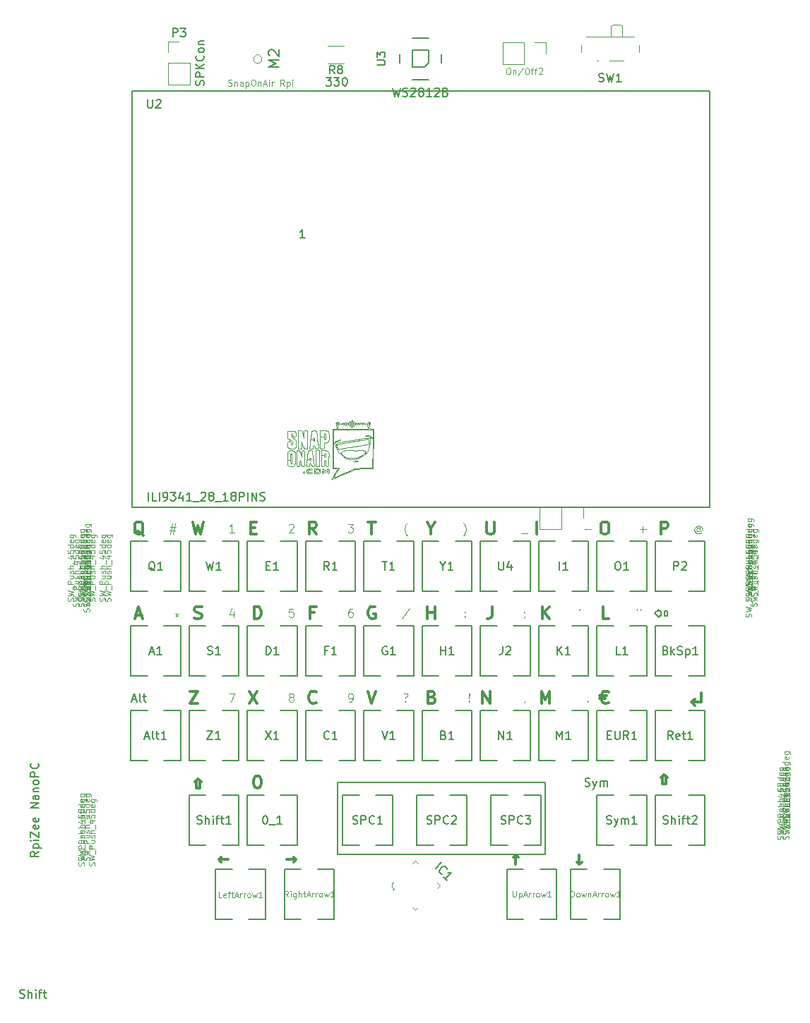
<source format=gbr>
G04 EAGLE Gerber RS-274X export*
G75*
%MOMM*%
%FSLAX34Y34*%
%LPD*%
%INSilkscreen Bottom*%
%IPPOS*%
%AMOC8*
5,1,8,0,0,1.08239X$1,22.5*%
G01*
%ADD10C,0.200000*%
%ADD11C,0.100000*%
%ADD12C,0.300000*%
%ADD13C,0.150000*%
%ADD14C,0.120000*%
%ADD15C,0.045719*%
%ADD16C,0.010000*%


D10*
X929640Y-1645920D02*
X929640Y-1559560D01*
X929640Y-1645920D02*
X1178560Y-1645920D01*
X1178560Y-1640840D01*
X1178560Y-1559560D01*
X929640Y-1559560D01*
D11*
X1229360Y-1461531D02*
X1229836Y-1462008D01*
X1229360Y-1462484D01*
X1228884Y-1462008D01*
X1229360Y-1461531D01*
X1229360Y-1462484D01*
X1153636Y-1462484D02*
X1153636Y-1462008D01*
X1153636Y-1462484D02*
X1153160Y-1463436D01*
X1152684Y-1463912D01*
X1087596Y-1462008D02*
X1087120Y-1461531D01*
X1087596Y-1462008D02*
X1087120Y-1462484D01*
X1086644Y-1462008D01*
X1087120Y-1461531D01*
X1087120Y-1462484D01*
X1087120Y-1458674D02*
X1086644Y-1452960D01*
X1087120Y-1452484D01*
X1087596Y-1452960D01*
X1087120Y-1458674D01*
X1087120Y-1452484D01*
X1010920Y-1462008D02*
X1010444Y-1461531D01*
X1010920Y-1462008D02*
X1010444Y-1462484D01*
X1009968Y-1462008D01*
X1010444Y-1461531D01*
X1010444Y-1462484D01*
X1008539Y-1452960D02*
X1009491Y-1452484D01*
X1011872Y-1452484D01*
X1012825Y-1452960D01*
X1013301Y-1453912D01*
X1013301Y-1454865D01*
X1012825Y-1455817D01*
X1012349Y-1456293D01*
X1011396Y-1456770D01*
X1010920Y-1457246D01*
X1010444Y-1458198D01*
X1010444Y-1458674D01*
X944880Y-1462484D02*
X942975Y-1462484D01*
X944880Y-1462484D02*
X945832Y-1462008D01*
X946309Y-1461531D01*
X947261Y-1460103D01*
X947737Y-1458198D01*
X947737Y-1454389D01*
X947261Y-1453436D01*
X946785Y-1452960D01*
X945832Y-1452484D01*
X943928Y-1452484D01*
X942975Y-1452960D01*
X942499Y-1453436D01*
X942023Y-1454389D01*
X942023Y-1456770D01*
X942499Y-1457722D01*
X942975Y-1458198D01*
X943928Y-1458674D01*
X945832Y-1458674D01*
X946785Y-1458198D01*
X947261Y-1457722D01*
X947737Y-1456770D01*
X872808Y-1456770D02*
X871855Y-1456293D01*
X871379Y-1455817D01*
X870903Y-1454865D01*
X870903Y-1454389D01*
X871379Y-1453436D01*
X871855Y-1452960D01*
X872808Y-1452484D01*
X874712Y-1452484D01*
X875665Y-1452960D01*
X876141Y-1453436D01*
X876617Y-1454389D01*
X876617Y-1454865D01*
X876141Y-1455817D01*
X875665Y-1456293D01*
X874712Y-1456770D01*
X872808Y-1456770D01*
X871855Y-1457246D01*
X871379Y-1457722D01*
X870903Y-1458674D01*
X870903Y-1460579D01*
X871379Y-1461531D01*
X871855Y-1462008D01*
X872808Y-1462484D01*
X874712Y-1462484D01*
X875665Y-1462008D01*
X876141Y-1461531D01*
X876617Y-1460579D01*
X876617Y-1458674D01*
X876141Y-1457722D01*
X875665Y-1457246D01*
X874712Y-1456770D01*
X805973Y-1452484D02*
X799307Y-1452484D01*
X805973Y-1452484D02*
X801688Y-1462484D01*
X1288415Y-1352789D02*
X1288415Y-1350884D01*
X1292225Y-1350884D02*
X1292225Y-1352789D01*
X1219676Y-1350884D02*
X1218724Y-1352789D01*
X1153636Y-1360408D02*
X1153636Y-1360884D01*
X1153160Y-1361836D01*
X1152684Y-1362312D01*
X1153636Y-1355170D02*
X1153160Y-1354693D01*
X1153636Y-1355170D02*
X1153160Y-1355646D01*
X1152684Y-1355170D01*
X1153160Y-1354693D01*
X1153160Y-1355646D01*
X1082516Y-1360408D02*
X1082040Y-1359931D01*
X1082516Y-1360408D02*
X1082040Y-1360884D01*
X1081564Y-1360408D01*
X1082040Y-1359931D01*
X1082040Y-1360884D01*
X1082516Y-1355170D02*
X1082040Y-1354693D01*
X1082516Y-1355170D02*
X1082040Y-1355646D01*
X1081564Y-1355170D01*
X1082040Y-1354693D01*
X1082040Y-1355646D01*
X1015206Y-1350408D02*
X1006634Y-1363265D01*
X946785Y-1350884D02*
X944880Y-1350884D01*
X943928Y-1351360D01*
X943451Y-1351836D01*
X942499Y-1353265D01*
X942023Y-1355170D01*
X942023Y-1358979D01*
X942499Y-1359931D01*
X942975Y-1360408D01*
X943928Y-1360884D01*
X945832Y-1360884D01*
X946785Y-1360408D01*
X947261Y-1359931D01*
X947737Y-1358979D01*
X947737Y-1356598D01*
X947261Y-1355646D01*
X946785Y-1355170D01*
X945832Y-1354693D01*
X943928Y-1354693D01*
X942975Y-1355170D01*
X942499Y-1355646D01*
X942023Y-1356598D01*
X876141Y-1350884D02*
X871379Y-1350884D01*
X870903Y-1355646D01*
X871379Y-1355170D01*
X872331Y-1354693D01*
X874712Y-1354693D01*
X875665Y-1355170D01*
X876141Y-1355646D01*
X876617Y-1356598D01*
X876617Y-1358979D01*
X876141Y-1359931D01*
X875665Y-1360408D01*
X874712Y-1360884D01*
X872331Y-1360884D01*
X871379Y-1360408D01*
X870903Y-1359931D01*
X804545Y-1360884D02*
X804545Y-1354217D01*
X802164Y-1350408D02*
X799783Y-1357550D01*
X805973Y-1357550D01*
X736600Y-1358345D02*
X736600Y-1355964D01*
X736600Y-1358345D02*
X734219Y-1357392D01*
X736600Y-1358345D02*
X738981Y-1357392D01*
X736600Y-1358345D02*
X735171Y-1360250D01*
X736600Y-1358345D02*
X738029Y-1360250D01*
X1363107Y-1254046D02*
X1363583Y-1254522D01*
X1363107Y-1254046D02*
X1362154Y-1253570D01*
X1361202Y-1253570D01*
X1360250Y-1254046D01*
X1359773Y-1254522D01*
X1359297Y-1255474D01*
X1359297Y-1256427D01*
X1359773Y-1257379D01*
X1360250Y-1257855D01*
X1361202Y-1258331D01*
X1362154Y-1258331D01*
X1363107Y-1257855D01*
X1363583Y-1257379D01*
X1363583Y-1253570D01*
X1363583Y-1257379D02*
X1364059Y-1257855D01*
X1364535Y-1257855D01*
X1365488Y-1257379D01*
X1365964Y-1256427D01*
X1365964Y-1254046D01*
X1365011Y-1252617D01*
X1363583Y-1251665D01*
X1361678Y-1251189D01*
X1359773Y-1251665D01*
X1358345Y-1252617D01*
X1357392Y-1254046D01*
X1356916Y-1255950D01*
X1357392Y-1257855D01*
X1358345Y-1259284D01*
X1359773Y-1260236D01*
X1361678Y-1260712D01*
X1363583Y-1260236D01*
X1365011Y-1259284D01*
X1299210Y-1255474D02*
X1291590Y-1255474D01*
X1295400Y-1251665D02*
X1295400Y-1259284D01*
X1233170Y-1255474D02*
X1225550Y-1255474D01*
X1156970Y-1260236D02*
X1149350Y-1260236D01*
X1080611Y-1262617D02*
X1080135Y-1263093D01*
X1080611Y-1262617D02*
X1081564Y-1261189D01*
X1082040Y-1260236D01*
X1082516Y-1258808D01*
X1082992Y-1256427D01*
X1082992Y-1254522D01*
X1082516Y-1252141D01*
X1082040Y-1250712D01*
X1081564Y-1249760D01*
X1080611Y-1248331D01*
X1080135Y-1247855D01*
X1012825Y-1263093D02*
X1012349Y-1262617D01*
X1011396Y-1261189D01*
X1010920Y-1260236D01*
X1010444Y-1258808D01*
X1009968Y-1256427D01*
X1009968Y-1254522D01*
X1010444Y-1252141D01*
X1010920Y-1250712D01*
X1011396Y-1249760D01*
X1012349Y-1248331D01*
X1012825Y-1247855D01*
X947737Y-1249284D02*
X941547Y-1249284D01*
X944404Y-1253093D02*
X947737Y-1249284D01*
X945832Y-1253093D02*
X944404Y-1253093D01*
X945832Y-1253093D02*
X946785Y-1253570D01*
X947261Y-1254046D01*
X947737Y-1254998D01*
X947737Y-1257379D01*
X947261Y-1258331D01*
X946785Y-1258808D01*
X945832Y-1259284D01*
X942975Y-1259284D01*
X942023Y-1258808D01*
X941547Y-1258331D01*
X871379Y-1249760D02*
X870903Y-1250236D01*
X871379Y-1249760D02*
X872331Y-1249284D01*
X874712Y-1249284D01*
X875665Y-1249760D01*
X876141Y-1250236D01*
X876617Y-1251189D01*
X876617Y-1252141D01*
X876141Y-1253570D01*
X870427Y-1259284D01*
X876617Y-1259284D01*
X805497Y-1259284D02*
X799783Y-1259284D01*
X802640Y-1259284D02*
X802640Y-1249284D01*
X801688Y-1250712D01*
X800735Y-1251665D01*
X799783Y-1252141D01*
X735568Y-1252617D02*
X728425Y-1252617D01*
X731282Y-1248331D02*
X728425Y-1261189D01*
X727472Y-1256903D02*
X734615Y-1256903D01*
X731758Y-1261189D02*
X734615Y-1248331D01*
D10*
X1324768Y-1353503D02*
X1324768Y-1359217D01*
X1320958Y-1359217D01*
X1320958Y-1353503D01*
X1324768Y-1353503D01*
X1317149Y-1353503D02*
X1317149Y-1359217D01*
X1314291Y-1359217D01*
X1314291Y-1361122D01*
X1309530Y-1356360D01*
X1314291Y-1351598D01*
X1314291Y-1353503D01*
X1317149Y-1353503D01*
D12*
X1365250Y-1451770D02*
X1365250Y-1463198D01*
X1353821Y-1463198D01*
X1357630Y-1459389D01*
X1353821Y-1463198D02*
X1357630Y-1467008D01*
X1322943Y-1561266D02*
X1318657Y-1561266D01*
X1318657Y-1553409D01*
X1317229Y-1553409D01*
X1320800Y-1549837D01*
X1324371Y-1553409D01*
X1322943Y-1553409D01*
X1322943Y-1561266D01*
X764143Y-1566346D02*
X759857Y-1566346D01*
X759857Y-1558489D01*
X758429Y-1558489D01*
X762000Y-1554917D01*
X765571Y-1558489D01*
X764143Y-1558489D01*
X764143Y-1566346D01*
X868046Y-1652071D02*
X879474Y-1652071D01*
X876617Y-1654929D01*
X879474Y-1652071D02*
X876617Y-1649214D01*
X798194Y-1652071D02*
X786766Y-1652071D01*
X789623Y-1654929D01*
X786766Y-1652071D02*
X789623Y-1649214D01*
X1219200Y-1646357D02*
X1219200Y-1657786D01*
X1222057Y-1654929D01*
X1219200Y-1657786D02*
X1216343Y-1654929D01*
X1143000Y-1657786D02*
X1143000Y-1646357D01*
X1140143Y-1649214D01*
X1143000Y-1646357D02*
X1145857Y-1649214D01*
D13*
X1226187Y-1563608D02*
X1227615Y-1564084D01*
X1229996Y-1564084D01*
X1230949Y-1563608D01*
X1231425Y-1563131D01*
X1231901Y-1562179D01*
X1231901Y-1561227D01*
X1231425Y-1560274D01*
X1230949Y-1559798D01*
X1229996Y-1559322D01*
X1228091Y-1558846D01*
X1227139Y-1558370D01*
X1226663Y-1557893D01*
X1226187Y-1556941D01*
X1226187Y-1555989D01*
X1226663Y-1555036D01*
X1227139Y-1554560D01*
X1228091Y-1554084D01*
X1230472Y-1554084D01*
X1231901Y-1554560D01*
X1235234Y-1557417D02*
X1237615Y-1564084D01*
X1239996Y-1557417D01*
X1237615Y-1564084D02*
X1236663Y-1566465D01*
X1236187Y-1566941D01*
X1235234Y-1567417D01*
X1243806Y-1564084D02*
X1243806Y-1557417D01*
X1244282Y-1557893D02*
X1243806Y-1558370D01*
X1244282Y-1557893D02*
X1245234Y-1557417D01*
X1246663Y-1557417D01*
X1247615Y-1557893D01*
X1248091Y-1558846D01*
X1248091Y-1564084D01*
X1248091Y-1558846D02*
X1248568Y-1557893D01*
X1249520Y-1557417D01*
X1250949Y-1557417D01*
X1251901Y-1557893D01*
X1252377Y-1558846D01*
X1252377Y-1564084D01*
D12*
X833834Y-1551346D02*
X832406Y-1551346D01*
X833834Y-1551346D02*
X835263Y-1552060D01*
X835977Y-1552774D01*
X836691Y-1554203D01*
X837406Y-1557060D01*
X837406Y-1560631D01*
X836691Y-1563489D01*
X835977Y-1564917D01*
X835263Y-1565631D01*
X833834Y-1566346D01*
X832406Y-1566346D01*
X830977Y-1565631D01*
X830263Y-1564917D01*
X829549Y-1563489D01*
X828834Y-1560631D01*
X828834Y-1557060D01*
X829549Y-1554203D01*
X830263Y-1552774D01*
X830977Y-1552060D01*
X832406Y-1551346D01*
D13*
X549832Y-1818084D02*
X548404Y-1817608D01*
X549832Y-1818084D02*
X552213Y-1818084D01*
X553166Y-1817608D01*
X553642Y-1817131D01*
X554118Y-1816179D01*
X554118Y-1815227D01*
X553642Y-1814274D01*
X553166Y-1813798D01*
X552213Y-1813322D01*
X550309Y-1812846D01*
X549356Y-1812370D01*
X548880Y-1811893D01*
X548404Y-1810941D01*
X548404Y-1809989D01*
X548880Y-1809036D01*
X549356Y-1808560D01*
X550309Y-1808084D01*
X552690Y-1808084D01*
X554118Y-1808560D01*
X558404Y-1808084D02*
X558404Y-1818084D01*
X562690Y-1818084D02*
X562690Y-1812846D01*
X562213Y-1811893D01*
X561261Y-1811417D01*
X559832Y-1811417D01*
X558880Y-1811893D01*
X558404Y-1812370D01*
X567451Y-1811417D02*
X567451Y-1818084D01*
X566975Y-1808560D02*
X567451Y-1808084D01*
X566975Y-1808560D02*
X567451Y-1809036D01*
X567928Y-1808560D01*
X567451Y-1808084D01*
X567451Y-1809036D01*
X570785Y-1811417D02*
X574594Y-1811417D01*
X572213Y-1809512D02*
X572213Y-1818084D01*
X572213Y-1809512D02*
X572690Y-1808560D01*
X573642Y-1808084D01*
X574594Y-1808084D01*
X576499Y-1811417D02*
X580309Y-1811417D01*
X577928Y-1808084D02*
X577928Y-1816655D01*
X578404Y-1817608D01*
X579356Y-1818084D01*
X580309Y-1818084D01*
D12*
X1243609Y-1459031D02*
X1250037Y-1459031D01*
X1252180Y-1455460D02*
X1243609Y-1455460D01*
X1253609Y-1464031D02*
X1254323Y-1463317D01*
X1253609Y-1464031D02*
X1251466Y-1464746D01*
X1250037Y-1464746D01*
X1247894Y-1464031D01*
X1246466Y-1462603D01*
X1245751Y-1461174D01*
X1245037Y-1458317D01*
X1245037Y-1456174D01*
X1245751Y-1453317D01*
X1246466Y-1451889D01*
X1247894Y-1450460D01*
X1250037Y-1449746D01*
X1251466Y-1449746D01*
X1253609Y-1450460D01*
X1254323Y-1451174D01*
X1173560Y-1449746D02*
X1173560Y-1464746D01*
X1178560Y-1460460D02*
X1173560Y-1449746D01*
X1183560Y-1449746D02*
X1178560Y-1460460D01*
X1183560Y-1464746D02*
X1183560Y-1449746D01*
X1103154Y-1449746D02*
X1103154Y-1464746D01*
X1111726Y-1464746D02*
X1103154Y-1449746D01*
X1111726Y-1449746D02*
X1111726Y-1464746D01*
X1044614Y-1457603D02*
X1042471Y-1456889D01*
X1044614Y-1457603D02*
X1045329Y-1458317D01*
X1046043Y-1459746D01*
X1046043Y-1461889D01*
X1045329Y-1463317D01*
X1044614Y-1464031D01*
X1043186Y-1464746D01*
X1037471Y-1464746D01*
X1037471Y-1449746D01*
X1042471Y-1449746D01*
X1043900Y-1450460D01*
X1044614Y-1451174D01*
X1045329Y-1452603D01*
X1045329Y-1454031D01*
X1044614Y-1455460D01*
X1043900Y-1456174D01*
X1042471Y-1456889D01*
X1037471Y-1456889D01*
X970280Y-1464746D02*
X965280Y-1449746D01*
X975280Y-1449746D02*
X970280Y-1464746D01*
X903803Y-1463317D02*
X903089Y-1464031D01*
X900946Y-1464746D01*
X899517Y-1464746D01*
X897374Y-1464031D01*
X895946Y-1462603D01*
X895231Y-1461174D01*
X894517Y-1458317D01*
X894517Y-1456174D01*
X895231Y-1453317D01*
X895946Y-1451889D01*
X897374Y-1450460D01*
X899517Y-1449746D01*
X900946Y-1449746D01*
X903089Y-1450460D01*
X903803Y-1451174D01*
X833040Y-1464746D02*
X823040Y-1449746D01*
X833040Y-1449746D02*
X823040Y-1464746D01*
X759143Y-1261546D02*
X755571Y-1246546D01*
X762000Y-1250831D02*
X759143Y-1261546D01*
X764857Y-1261546D02*
X762000Y-1250831D01*
X768429Y-1246546D02*
X764857Y-1261546D01*
D13*
X687785Y-1459627D02*
X683023Y-1459627D01*
X682070Y-1462484D02*
X685404Y-1452484D01*
X688737Y-1462484D01*
X692547Y-1462008D02*
X693499Y-1462484D01*
X692547Y-1462008D02*
X692070Y-1461055D01*
X692070Y-1452484D01*
X695880Y-1455817D02*
X699690Y-1455817D01*
X697309Y-1452484D02*
X697309Y-1461055D01*
X697785Y-1462008D01*
X698737Y-1462484D01*
X699690Y-1462484D01*
D12*
X1247180Y-1363146D02*
X1254323Y-1363146D01*
X1247180Y-1363146D02*
X1247180Y-1348146D01*
X1174631Y-1348146D02*
X1174631Y-1363146D01*
X1183203Y-1363146D02*
X1176774Y-1354574D01*
X1174631Y-1356717D02*
X1183203Y-1348146D01*
X1114663Y-1348146D02*
X1114663Y-1358860D01*
X1113949Y-1361003D01*
X1112520Y-1362431D01*
X1110377Y-1363146D01*
X1108949Y-1363146D01*
X1037114Y-1363146D02*
X1037114Y-1348146D01*
X1037114Y-1355289D02*
X1045686Y-1355289D01*
X1045686Y-1348146D02*
X1045686Y-1363146D01*
X974209Y-1348860D02*
X972780Y-1348146D01*
X970637Y-1348146D01*
X968494Y-1348860D01*
X967066Y-1350289D01*
X966351Y-1351717D01*
X965637Y-1354574D01*
X965637Y-1356717D01*
X966351Y-1359574D01*
X967066Y-1361003D01*
X968494Y-1362431D01*
X970637Y-1363146D01*
X972066Y-1363146D01*
X974209Y-1362431D01*
X974923Y-1361717D01*
X974923Y-1356717D01*
X972066Y-1356717D01*
X901303Y-1355289D02*
X896303Y-1355289D01*
X896303Y-1348146D02*
X896303Y-1363146D01*
X896303Y-1348146D02*
X903446Y-1348146D01*
X829191Y-1348146D02*
X829191Y-1363146D01*
X829191Y-1348146D02*
X832763Y-1348146D01*
X834906Y-1348860D01*
X836334Y-1350289D01*
X837049Y-1351717D01*
X837763Y-1354574D01*
X837763Y-1356717D01*
X837049Y-1359574D01*
X836334Y-1361003D01*
X834906Y-1362431D01*
X832763Y-1363146D01*
X829191Y-1363146D01*
X759857Y-1363146D02*
X757714Y-1362431D01*
X759857Y-1363146D02*
X763429Y-1363146D01*
X764857Y-1362431D01*
X765571Y-1361717D01*
X766286Y-1360289D01*
X766286Y-1358860D01*
X765571Y-1357431D01*
X764857Y-1356717D01*
X763429Y-1356003D01*
X760571Y-1355289D01*
X759143Y-1354574D01*
X758429Y-1353860D01*
X757714Y-1352431D01*
X757714Y-1351003D01*
X758429Y-1349574D01*
X759143Y-1348860D01*
X760571Y-1348146D01*
X764143Y-1348146D01*
X766286Y-1348860D01*
X696594Y-1262974D02*
X695166Y-1262260D01*
X693737Y-1260831D01*
X691594Y-1258689D01*
X690166Y-1257974D01*
X688737Y-1257974D01*
X688023Y-1260831D02*
X689451Y-1261546D01*
X688023Y-1260831D02*
X686594Y-1259403D01*
X685880Y-1256546D01*
X685880Y-1251546D01*
X686594Y-1248689D01*
X688023Y-1247260D01*
X689451Y-1246546D01*
X692309Y-1246546D01*
X693737Y-1247260D01*
X695166Y-1248689D01*
X695880Y-1251546D01*
X695880Y-1256546D01*
X695166Y-1259403D01*
X693737Y-1260831D01*
X692309Y-1261546D01*
X689451Y-1261546D01*
X1316871Y-1261546D02*
X1316871Y-1246546D01*
X1322586Y-1246546D01*
X1324014Y-1247260D01*
X1324729Y-1247974D01*
X1325443Y-1249403D01*
X1325443Y-1251546D01*
X1324729Y-1252974D01*
X1324014Y-1253689D01*
X1322586Y-1254403D01*
X1316871Y-1254403D01*
X1251109Y-1246546D02*
X1248251Y-1246546D01*
X1251109Y-1246546D02*
X1252537Y-1247260D01*
X1253966Y-1248689D01*
X1254680Y-1251546D01*
X1254680Y-1256546D01*
X1253966Y-1259403D01*
X1252537Y-1260831D01*
X1251109Y-1261546D01*
X1248251Y-1261546D01*
X1246823Y-1260831D01*
X1245394Y-1259403D01*
X1244680Y-1256546D01*
X1244680Y-1251546D01*
X1245394Y-1248689D01*
X1246823Y-1247260D01*
X1248251Y-1246546D01*
X1168400Y-1246546D02*
X1168400Y-1261546D01*
X1108234Y-1258689D02*
X1108234Y-1246546D01*
X1108234Y-1258689D02*
X1108949Y-1260117D01*
X1109663Y-1260831D01*
X1111091Y-1261546D01*
X1113949Y-1261546D01*
X1115377Y-1260831D01*
X1116091Y-1260117D01*
X1116806Y-1258689D01*
X1116806Y-1246546D01*
X1041400Y-1254403D02*
X1041400Y-1261546D01*
X1041400Y-1254403D02*
X1036400Y-1246546D01*
X1041400Y-1254403D02*
X1046400Y-1246546D01*
X974566Y-1246546D02*
X965994Y-1246546D01*
X970280Y-1246546D02*
X970280Y-1261546D01*
X903803Y-1261546D02*
X898803Y-1254403D01*
X895231Y-1261546D02*
X895231Y-1246546D01*
X900946Y-1246546D01*
X902374Y-1247260D01*
X903089Y-1247974D01*
X903803Y-1249403D01*
X903803Y-1251546D01*
X903089Y-1252974D01*
X902374Y-1253689D01*
X900946Y-1254403D01*
X895231Y-1254403D01*
X829826Y-1253689D02*
X824826Y-1253689D01*
X824826Y-1261546D02*
X831969Y-1261546D01*
X824826Y-1261546D02*
X824826Y-1246546D01*
X831969Y-1246546D01*
X761920Y-1449746D02*
X751920Y-1449746D01*
X761920Y-1449746D02*
X751920Y-1464746D01*
X761920Y-1464746D01*
X694451Y-1358860D02*
X687309Y-1358860D01*
X685880Y-1363146D02*
X690880Y-1348146D01*
X695880Y-1363146D01*
D11*
X799251Y-723483D02*
X798180Y-723126D01*
X799251Y-723483D02*
X801037Y-723483D01*
X801751Y-723126D01*
X802109Y-722769D01*
X802466Y-722054D01*
X802466Y-721340D01*
X802109Y-720626D01*
X801751Y-720269D01*
X801037Y-719911D01*
X799609Y-719554D01*
X798894Y-719197D01*
X798537Y-718840D01*
X798180Y-718126D01*
X798180Y-717411D01*
X798537Y-716697D01*
X798894Y-716340D01*
X799609Y-715983D01*
X801394Y-715983D01*
X802466Y-716340D01*
X805680Y-718483D02*
X805680Y-723483D01*
X805680Y-719197D02*
X806037Y-718840D01*
X806751Y-718483D01*
X807823Y-718483D01*
X808537Y-718840D01*
X808894Y-719554D01*
X808894Y-723483D01*
X815680Y-723483D02*
X815680Y-719554D01*
X815323Y-718840D01*
X814609Y-718483D01*
X813180Y-718483D01*
X812466Y-718840D01*
X814966Y-723483D02*
X815680Y-723126D01*
X814966Y-723483D02*
X813180Y-723483D01*
X812466Y-723126D01*
X812109Y-722411D01*
X812109Y-721697D01*
X812466Y-720983D01*
X813180Y-720626D01*
X814966Y-720626D01*
X815680Y-720269D01*
X819251Y-718483D02*
X819251Y-725983D01*
X819251Y-718840D02*
X819966Y-718483D01*
X821394Y-718483D01*
X822109Y-718840D01*
X822466Y-719197D01*
X822823Y-719911D01*
X822823Y-722054D01*
X822466Y-722769D01*
X822109Y-723126D01*
X821394Y-723483D01*
X819966Y-723483D01*
X819251Y-723126D01*
X827466Y-715983D02*
X828894Y-715983D01*
X829609Y-716340D01*
X830323Y-717054D01*
X830680Y-718483D01*
X830680Y-720983D01*
X830323Y-722411D01*
X829609Y-723126D01*
X828894Y-723483D01*
X827466Y-723483D01*
X826751Y-723126D01*
X826037Y-722411D01*
X825680Y-720983D01*
X825680Y-718483D01*
X826037Y-717054D01*
X826751Y-716340D01*
X827466Y-715983D01*
X833894Y-718483D02*
X833894Y-723483D01*
X833894Y-719197D02*
X834251Y-718840D01*
X834966Y-718483D01*
X836037Y-718483D01*
X836751Y-718840D01*
X837109Y-719554D01*
X837109Y-723483D01*
X840323Y-721340D02*
X843894Y-721340D01*
X839609Y-723483D02*
X842109Y-715983D01*
X844609Y-723483D01*
X847109Y-723483D02*
X847109Y-718483D01*
X846751Y-716340D02*
X847109Y-715983D01*
X846751Y-716340D02*
X847109Y-716697D01*
X847466Y-716340D01*
X847109Y-715983D01*
X847109Y-716697D01*
X850680Y-718483D02*
X850680Y-723483D01*
X850680Y-719911D02*
X851037Y-719197D01*
X851394Y-718840D01*
X852109Y-718483D01*
X852823Y-718483D01*
X862823Y-719911D02*
X865323Y-723483D01*
X861037Y-723483D02*
X861037Y-715983D01*
X863894Y-715983D01*
X864609Y-716340D01*
X864966Y-716697D01*
X865323Y-717411D01*
X865323Y-718483D01*
X864966Y-719197D01*
X864609Y-719554D01*
X863894Y-719911D01*
X861037Y-719911D01*
X868537Y-718483D02*
X868537Y-725983D01*
X868537Y-718840D02*
X869251Y-718483D01*
X870680Y-718483D01*
X871394Y-718840D01*
X871751Y-719197D01*
X872109Y-719911D01*
X872109Y-722054D01*
X871751Y-722769D01*
X871394Y-723126D01*
X870680Y-723483D01*
X869251Y-723483D01*
X868537Y-723126D01*
X875323Y-723483D02*
X875323Y-718483D01*
X874966Y-716340D02*
X875323Y-715983D01*
X874966Y-716340D02*
X875323Y-716697D01*
X875680Y-716340D01*
X875323Y-715983D01*
X875323Y-716697D01*
D13*
X570944Y-1642342D02*
X566182Y-1645675D01*
X570944Y-1648056D02*
X560944Y-1648056D01*
X560944Y-1644247D01*
X561420Y-1643294D01*
X561896Y-1642818D01*
X562849Y-1642342D01*
X564277Y-1642342D01*
X565230Y-1642818D01*
X565706Y-1643294D01*
X566182Y-1644247D01*
X566182Y-1648056D01*
X564277Y-1638056D02*
X574277Y-1638056D01*
X564753Y-1638056D02*
X564277Y-1637104D01*
X564277Y-1635199D01*
X564753Y-1634247D01*
X565230Y-1633770D01*
X566182Y-1633294D01*
X569039Y-1633294D01*
X569991Y-1633770D01*
X570468Y-1634247D01*
X570944Y-1635199D01*
X570944Y-1637104D01*
X570468Y-1638056D01*
X570944Y-1629009D02*
X564277Y-1629009D01*
X561420Y-1629485D02*
X560944Y-1629009D01*
X561420Y-1629485D02*
X561896Y-1629009D01*
X561420Y-1628532D01*
X560944Y-1629009D01*
X561896Y-1629009D01*
X560944Y-1625199D02*
X560944Y-1618532D01*
X570944Y-1625199D01*
X570944Y-1618532D01*
X570944Y-1611866D02*
X570468Y-1610913D01*
X570944Y-1611866D02*
X570944Y-1613770D01*
X570468Y-1614723D01*
X569515Y-1615199D01*
X565706Y-1615199D01*
X564753Y-1614723D01*
X564277Y-1613770D01*
X564277Y-1611866D01*
X564753Y-1610913D01*
X565706Y-1610437D01*
X566658Y-1610437D01*
X567610Y-1615199D01*
X570944Y-1603294D02*
X570468Y-1602342D01*
X570944Y-1603294D02*
X570944Y-1605199D01*
X570468Y-1606151D01*
X569515Y-1606628D01*
X565706Y-1606628D01*
X564753Y-1606151D01*
X564277Y-1605199D01*
X564277Y-1603294D01*
X564753Y-1602342D01*
X565706Y-1601866D01*
X566658Y-1601866D01*
X567610Y-1606628D01*
X570944Y-1589961D02*
X560944Y-1589961D01*
X570944Y-1584247D01*
X560944Y-1584247D01*
X565706Y-1575199D02*
X570944Y-1575199D01*
X565706Y-1575199D02*
X564753Y-1575675D01*
X564277Y-1576628D01*
X564277Y-1578532D01*
X564753Y-1579485D01*
X570944Y-1576151D02*
X570468Y-1575199D01*
X570944Y-1576151D02*
X570944Y-1578532D01*
X570468Y-1579485D01*
X569515Y-1579961D01*
X568563Y-1579961D01*
X567610Y-1579485D01*
X567134Y-1578532D01*
X567134Y-1576151D01*
X566658Y-1575199D01*
X564277Y-1570437D02*
X570944Y-1570437D01*
X565230Y-1570437D02*
X564753Y-1569961D01*
X564277Y-1569009D01*
X564277Y-1567580D01*
X564753Y-1566628D01*
X565706Y-1566151D01*
X570944Y-1566151D01*
X570468Y-1560913D02*
X570944Y-1559961D01*
X570468Y-1560913D02*
X569991Y-1561390D01*
X569039Y-1561866D01*
X566182Y-1561866D01*
X565230Y-1561390D01*
X564753Y-1560913D01*
X564277Y-1559961D01*
X564277Y-1558532D01*
X564753Y-1557580D01*
X565230Y-1557104D01*
X566182Y-1556628D01*
X569039Y-1556628D01*
X569991Y-1557104D01*
X570468Y-1557580D01*
X570944Y-1558532D01*
X570944Y-1559961D01*
X570944Y-1552342D02*
X560944Y-1552342D01*
X560944Y-1548532D01*
X561420Y-1547580D01*
X561896Y-1547104D01*
X562849Y-1546628D01*
X564277Y-1546628D01*
X565230Y-1547104D01*
X565706Y-1547580D01*
X566182Y-1548532D01*
X566182Y-1552342D01*
X570468Y-1537104D02*
X569991Y-1536628D01*
X570468Y-1537104D02*
X570944Y-1538532D01*
X570944Y-1539485D01*
X570468Y-1540913D01*
X569515Y-1541866D01*
X568563Y-1542342D01*
X566658Y-1542818D01*
X565230Y-1542818D01*
X563325Y-1542342D01*
X562372Y-1541866D01*
X561420Y-1540913D01*
X560944Y-1539485D01*
X560944Y-1538532D01*
X561420Y-1537104D01*
X561896Y-1536628D01*
X683260Y-1229360D02*
X1375260Y-1229360D01*
X1375260Y-729360D01*
X683260Y-729360D01*
X683260Y-1229360D01*
D10*
X1018700Y-700880D02*
X1018700Y-680880D01*
X1038700Y-680880D01*
X1038700Y-695880D01*
X1033700Y-700880D01*
X1018700Y-700880D01*
X1018700Y-715880D02*
X1038700Y-715880D01*
X1053700Y-695880D02*
X1053700Y-685880D01*
X1038700Y-665880D02*
X1018700Y-665880D01*
X1003700Y-685880D02*
X1003700Y-695880D01*
D13*
X840900Y-1574650D02*
X820900Y-1574650D01*
X820900Y-1634650D01*
X840900Y-1634650D01*
X860900Y-1634650D02*
X880900Y-1634650D01*
X880900Y-1574650D01*
X860900Y-1574650D01*
X701200Y-1269850D02*
X681200Y-1269850D01*
X681200Y-1329850D01*
X701200Y-1329850D01*
X721200Y-1329850D02*
X741200Y-1329850D01*
X741200Y-1269850D01*
X721200Y-1269850D01*
X701200Y-1473050D02*
X681200Y-1473050D01*
X681200Y-1533050D01*
X701200Y-1533050D01*
X721200Y-1533050D02*
X741200Y-1533050D01*
X741200Y-1473050D01*
X721200Y-1473050D01*
X1030450Y-1473050D02*
X1050450Y-1473050D01*
X1030450Y-1473050D02*
X1030450Y-1533050D01*
X1050450Y-1533050D01*
X1070450Y-1533050D02*
X1090450Y-1533050D01*
X1090450Y-1473050D01*
X1070450Y-1473050D01*
X1309850Y-1371450D02*
X1329850Y-1371450D01*
X1309850Y-1371450D02*
X1309850Y-1431450D01*
X1329850Y-1431450D01*
X1349850Y-1431450D02*
X1369850Y-1431450D01*
X1369850Y-1371450D01*
X1349850Y-1371450D01*
X910750Y-1473050D02*
X890750Y-1473050D01*
X890750Y-1533050D01*
X910750Y-1533050D01*
X930750Y-1533050D02*
X950750Y-1533050D01*
X950750Y-1473050D01*
X930750Y-1473050D01*
X840900Y-1371450D02*
X820900Y-1371450D01*
X820900Y-1431450D01*
X840900Y-1431450D01*
X860900Y-1431450D02*
X880900Y-1431450D01*
X880900Y-1371450D01*
X860900Y-1371450D01*
X1208250Y-1663550D02*
X1228250Y-1663550D01*
X1208250Y-1663550D02*
X1208250Y-1723550D01*
X1228250Y-1723550D01*
X1248250Y-1723550D02*
X1268250Y-1723550D01*
X1268250Y-1663550D01*
X1248250Y-1663550D01*
X840900Y-1269850D02*
X820900Y-1269850D01*
X820900Y-1329850D01*
X840900Y-1329850D01*
X860900Y-1329850D02*
X880900Y-1329850D01*
X880900Y-1269850D01*
X860900Y-1269850D01*
X1240000Y-1473050D02*
X1260000Y-1473050D01*
X1240000Y-1473050D02*
X1240000Y-1533050D01*
X1260000Y-1533050D01*
X1280000Y-1533050D02*
X1300000Y-1533050D01*
X1300000Y-1473050D01*
X1280000Y-1473050D01*
X910750Y-1371450D02*
X890750Y-1371450D01*
X890750Y-1431450D01*
X910750Y-1431450D01*
X930750Y-1431450D02*
X950750Y-1431450D01*
X950750Y-1371450D01*
X930750Y-1371450D01*
X960600Y-1371450D02*
X980600Y-1371450D01*
X960600Y-1371450D02*
X960600Y-1431450D01*
X980600Y-1431450D01*
X1000600Y-1431450D02*
X1020600Y-1431450D01*
X1020600Y-1371450D01*
X1000600Y-1371450D01*
X1030450Y-1371450D02*
X1050450Y-1371450D01*
X1030450Y-1371450D02*
X1030450Y-1431450D01*
X1050450Y-1431450D01*
X1070450Y-1431450D02*
X1090450Y-1431450D01*
X1090450Y-1371450D01*
X1070450Y-1371450D01*
X1170150Y-1269850D02*
X1190150Y-1269850D01*
X1170150Y-1269850D02*
X1170150Y-1329850D01*
X1190150Y-1329850D01*
X1210150Y-1329850D02*
X1230150Y-1329850D01*
X1230150Y-1269850D01*
X1210150Y-1269850D01*
D11*
X1018814Y-1708913D02*
X1022350Y-1712448D01*
X1025886Y-1708913D01*
X996894Y-1686993D02*
X996187Y-1686286D01*
X996894Y-1686993D02*
X995480Y-1688407D01*
X994773Y-1680629D02*
X996187Y-1679214D01*
X994773Y-1680629D02*
X994773Y-1684871D01*
X996187Y-1686286D01*
X1025886Y-1656587D02*
X1022350Y-1653052D01*
X1018814Y-1656587D01*
X1048513Y-1679214D02*
X1052048Y-1682750D01*
X1048513Y-1686286D01*
D13*
X1100300Y-1371450D02*
X1120300Y-1371450D01*
X1100300Y-1371450D02*
X1100300Y-1431450D01*
X1120300Y-1431450D01*
X1140300Y-1431450D02*
X1160300Y-1431450D01*
X1160300Y-1371450D01*
X1140300Y-1371450D01*
X1170150Y-1371450D02*
X1190150Y-1371450D01*
X1170150Y-1371450D02*
X1170150Y-1431450D01*
X1190150Y-1431450D01*
X1210150Y-1431450D02*
X1230150Y-1431450D01*
X1230150Y-1371450D01*
X1210150Y-1371450D01*
X1240000Y-1371450D02*
X1260000Y-1371450D01*
X1240000Y-1371450D02*
X1240000Y-1431450D01*
X1260000Y-1431450D01*
X1280000Y-1431450D02*
X1300000Y-1431450D01*
X1300000Y-1371450D01*
X1280000Y-1371450D01*
X802800Y-1663550D02*
X782800Y-1663550D01*
X782800Y-1723550D01*
X802800Y-1723550D01*
X822800Y-1723550D02*
X842800Y-1723550D01*
X842800Y-1663550D01*
X822800Y-1663550D01*
X1170150Y-1473050D02*
X1190150Y-1473050D01*
X1170150Y-1473050D02*
X1170150Y-1533050D01*
X1190150Y-1533050D01*
X1210150Y-1533050D02*
X1230150Y-1533050D01*
X1230150Y-1473050D01*
X1210150Y-1473050D01*
X1120300Y-1473050D02*
X1100300Y-1473050D01*
X1100300Y-1533050D01*
X1120300Y-1533050D01*
X1140300Y-1533050D02*
X1160300Y-1533050D01*
X1160300Y-1473050D01*
X1140300Y-1473050D01*
X1240000Y-1269850D02*
X1260000Y-1269850D01*
X1240000Y-1269850D02*
X1240000Y-1329850D01*
X1260000Y-1329850D01*
X1280000Y-1329850D02*
X1300000Y-1329850D01*
X1300000Y-1269850D01*
X1280000Y-1269850D01*
X1309850Y-1269850D02*
X1329850Y-1269850D01*
X1309850Y-1269850D02*
X1309850Y-1329850D01*
X1329850Y-1329850D01*
X1349850Y-1329850D02*
X1369850Y-1329850D01*
X1369850Y-1269850D01*
X1349850Y-1269850D01*
X701200Y-1371450D02*
X681200Y-1371450D01*
X681200Y-1431450D01*
X701200Y-1431450D01*
X721200Y-1431450D02*
X741200Y-1431450D01*
X741200Y-1371450D01*
X721200Y-1371450D01*
X890750Y-1269850D02*
X910750Y-1269850D01*
X890750Y-1269850D02*
X890750Y-1329850D01*
X910750Y-1329850D01*
X930750Y-1329850D02*
X950750Y-1329850D01*
X950750Y-1269850D01*
X930750Y-1269850D01*
X1309850Y-1473050D02*
X1329850Y-1473050D01*
X1309850Y-1473050D02*
X1309850Y-1533050D01*
X1329850Y-1533050D01*
X1349850Y-1533050D02*
X1369850Y-1533050D01*
X1369850Y-1473050D01*
X1349850Y-1473050D01*
X885350Y-1663550D02*
X865350Y-1663550D01*
X865350Y-1723550D01*
X885350Y-1723550D01*
X905350Y-1723550D02*
X925350Y-1723550D01*
X925350Y-1663550D01*
X905350Y-1663550D01*
X771050Y-1371450D02*
X751050Y-1371450D01*
X751050Y-1431450D01*
X771050Y-1431450D01*
X791050Y-1431450D02*
X811050Y-1431450D01*
X811050Y-1371450D01*
X791050Y-1371450D01*
X771050Y-1574650D02*
X751050Y-1574650D01*
X751050Y-1634650D01*
X771050Y-1634650D01*
X791050Y-1634650D02*
X811050Y-1634650D01*
X811050Y-1574650D01*
X791050Y-1574650D01*
X1309850Y-1574650D02*
X1329850Y-1574650D01*
X1309850Y-1574650D02*
X1309850Y-1634650D01*
X1329850Y-1634650D01*
X1349850Y-1634650D02*
X1369850Y-1634650D01*
X1369850Y-1574650D01*
X1349850Y-1574650D01*
X955200Y-1574650D02*
X935200Y-1574650D01*
X935200Y-1634650D01*
X955200Y-1634650D01*
X975200Y-1634650D02*
X995200Y-1634650D01*
X995200Y-1574650D01*
X975200Y-1574650D01*
X1024100Y-1574650D02*
X1044100Y-1574650D01*
X1024100Y-1574650D02*
X1024100Y-1634650D01*
X1044100Y-1634650D01*
X1064100Y-1634650D02*
X1084100Y-1634650D01*
X1084100Y-1574650D01*
X1064100Y-1574650D01*
X1113000Y-1574650D02*
X1133000Y-1574650D01*
X1113000Y-1574650D02*
X1113000Y-1634650D01*
X1133000Y-1634650D01*
X1153000Y-1634650D02*
X1173000Y-1634650D01*
X1173000Y-1574650D01*
X1153000Y-1574650D01*
X1240000Y-1574650D02*
X1260000Y-1574650D01*
X1240000Y-1574650D02*
X1240000Y-1634650D01*
X1260000Y-1634650D01*
X1280000Y-1634650D02*
X1300000Y-1634650D01*
X1300000Y-1574650D01*
X1280000Y-1574650D01*
X980600Y-1269850D02*
X960600Y-1269850D01*
X960600Y-1329850D01*
X980600Y-1329850D01*
X1000600Y-1329850D02*
X1020600Y-1329850D01*
X1020600Y-1269850D01*
X1000600Y-1269850D01*
X1100300Y-1269850D02*
X1120300Y-1269850D01*
X1100300Y-1269850D02*
X1100300Y-1329850D01*
X1120300Y-1329850D01*
X1140300Y-1329850D02*
X1160300Y-1329850D01*
X1160300Y-1269850D01*
X1140300Y-1269850D01*
X1132050Y-1663550D02*
X1152050Y-1663550D01*
X1132050Y-1663550D02*
X1132050Y-1723550D01*
X1152050Y-1723550D01*
X1172050Y-1723550D02*
X1192050Y-1723550D01*
X1192050Y-1663550D01*
X1172050Y-1663550D01*
X980600Y-1473050D02*
X960600Y-1473050D01*
X960600Y-1533050D01*
X980600Y-1533050D01*
X1000600Y-1533050D02*
X1020600Y-1533050D01*
X1020600Y-1473050D01*
X1000600Y-1473050D01*
X771050Y-1473050D02*
X751050Y-1473050D01*
X751050Y-1533050D01*
X771050Y-1533050D01*
X791050Y-1533050D02*
X811050Y-1533050D01*
X811050Y-1473050D01*
X791050Y-1473050D01*
X820900Y-1473050D02*
X840900Y-1473050D01*
X820900Y-1473050D02*
X820900Y-1533050D01*
X840900Y-1533050D01*
X860900Y-1533050D02*
X880900Y-1533050D01*
X880900Y-1473050D01*
X860900Y-1473050D01*
X1030450Y-1269850D02*
X1050450Y-1269850D01*
X1030450Y-1269850D02*
X1030450Y-1329850D01*
X1050450Y-1329850D01*
X1070450Y-1329850D02*
X1090450Y-1329850D01*
X1090450Y-1269850D01*
X1070450Y-1269850D01*
X771050Y-1269850D02*
X751050Y-1269850D01*
X751050Y-1329850D01*
X771050Y-1329850D01*
X791050Y-1329850D02*
X811050Y-1329850D01*
X811050Y-1269850D01*
X791050Y-1269850D01*
D14*
X1240030Y-693190D02*
X1242030Y-693190D01*
X1270030Y-651790D02*
X1268030Y-649690D01*
X1259030Y-649690D02*
X1257030Y-651790D01*
X1270030Y-651790D02*
X1270030Y-664690D01*
X1268030Y-649690D02*
X1259030Y-649690D01*
X1257030Y-651790D02*
X1257030Y-664690D01*
X1284530Y-664690D02*
X1227530Y-664690D01*
X1255030Y-693190D02*
X1272030Y-693190D01*
X1290530Y-682690D02*
X1290530Y-674790D01*
X1221530Y-674790D02*
X1221530Y-682690D01*
X1153160Y-671230D02*
X1127160Y-671230D01*
X1127160Y-697830D01*
X1153160Y-697830D01*
X1153160Y-671230D01*
X1165860Y-671230D02*
X1179160Y-671230D01*
X1179160Y-684530D01*
X937100Y-675100D02*
X917100Y-675100D01*
X917100Y-696500D02*
X937100Y-696500D01*
D15*
X833120Y-695858D02*
X832028Y-695731D01*
X830961Y-695376D01*
X830021Y-694766D01*
X829234Y-693979D01*
X828624Y-693039D01*
X828269Y-691972D01*
X828142Y-690880D01*
X828269Y-689788D01*
X828624Y-688721D01*
X829234Y-687781D01*
X830021Y-686994D01*
X830961Y-686384D01*
X832028Y-686029D01*
X833120Y-685902D01*
X834212Y-686029D01*
X835279Y-686384D01*
X836219Y-686994D01*
X837006Y-687781D01*
X837616Y-688721D01*
X837971Y-689788D01*
X838098Y-690880D01*
X837971Y-691972D01*
X837616Y-693039D01*
X837006Y-693979D01*
X836219Y-694766D01*
X835279Y-695376D01*
X834212Y-695731D01*
X833120Y-695858D01*
D14*
X725840Y-695960D02*
X725840Y-721960D01*
X752440Y-721960D01*
X752440Y-695960D01*
X725840Y-695960D01*
X725840Y-683260D02*
X725840Y-669960D01*
X739140Y-669960D01*
X1171610Y-1228760D02*
X1197610Y-1228760D01*
X1171610Y-1228760D02*
X1171610Y-1255360D01*
X1197610Y-1255360D01*
X1197610Y-1228760D01*
X1210310Y-1228760D02*
X1223610Y-1228760D01*
X1223610Y-1242060D01*
D16*
X930817Y-1128071D02*
X930497Y-1127721D01*
X930817Y-1128071D02*
X931276Y-1129308D01*
X930497Y-1130291D01*
X929476Y-1131941D01*
X929217Y-1133367D01*
X929217Y-1135380D01*
X965623Y-1135380D01*
X965623Y-1133367D01*
X965113Y-1131338D01*
X964343Y-1130291D01*
X963739Y-1129406D01*
X965150Y-1129406D01*
X965364Y-1129759D01*
X966593Y-1130274D01*
X967292Y-1129367D01*
X967317Y-1129030D01*
X966886Y-1127903D01*
X966520Y-1127760D01*
X965414Y-1128320D01*
X965150Y-1129406D01*
X963739Y-1129406D01*
X963535Y-1129108D01*
X964023Y-1128071D01*
X965654Y-1126909D01*
X967044Y-1127110D01*
X967796Y-1128351D01*
X967515Y-1130307D01*
X967304Y-1130747D01*
X966607Y-1133124D01*
X967366Y-1134717D01*
X969497Y-1135372D01*
X969844Y-1135380D01*
X972423Y-1135380D01*
X971973Y-1182370D01*
X961390Y-1182793D01*
X950807Y-1183217D01*
X936680Y-1189355D01*
X932147Y-1191313D01*
X928159Y-1193012D01*
X924971Y-1194347D01*
X922839Y-1195209D01*
X922025Y-1195493D01*
X921891Y-1194924D01*
X922117Y-1194435D01*
X922885Y-1193224D01*
X924292Y-1191082D01*
X925977Y-1188555D01*
X927599Y-1186077D01*
X928761Y-1184181D01*
X929216Y-1183269D01*
X929217Y-1183263D01*
X928471Y-1182952D01*
X926639Y-1182797D01*
X926253Y-1182793D01*
X923290Y-1182793D01*
X923290Y-1136227D01*
X924137Y-1136227D01*
X924137Y-1181947D01*
X927523Y-1181947D01*
X929645Y-1182061D01*
X930824Y-1182348D01*
X930910Y-1182464D01*
X930457Y-1183354D01*
X929257Y-1185253D01*
X927545Y-1187790D01*
X927085Y-1188452D01*
X925622Y-1190542D01*
X924667Y-1192033D01*
X924368Y-1192915D01*
X924873Y-1193178D01*
X926330Y-1192811D01*
X928887Y-1191803D01*
X932692Y-1190143D01*
X937894Y-1187822D01*
X938270Y-1187655D01*
X949960Y-1182439D01*
X960543Y-1181981D01*
X971127Y-1181523D01*
X971298Y-1158875D01*
X971469Y-1136227D01*
X924137Y-1136227D01*
X923290Y-1136227D01*
X923290Y-1135380D01*
X925433Y-1135380D01*
X927436Y-1134787D01*
X928201Y-1133194D01*
X927604Y-1130877D01*
X927536Y-1130747D01*
X927112Y-1129101D01*
X927523Y-1129101D01*
X928017Y-1130028D01*
X929032Y-1129880D01*
X929869Y-1128765D01*
X929501Y-1127902D01*
X928864Y-1127760D01*
X927698Y-1128442D01*
X927523Y-1129101D01*
X927112Y-1129101D01*
X927005Y-1128688D01*
X927586Y-1127282D01*
X928882Y-1126851D01*
X930497Y-1127721D01*
X930817Y-1128071D01*
X931276Y-1129308D01*
X930497Y-1130291D01*
X929476Y-1131941D01*
X929217Y-1133367D01*
X929217Y-1135380D01*
X965623Y-1135380D01*
X965623Y-1133367D01*
X965113Y-1131338D01*
X964343Y-1130291D01*
X963739Y-1129406D01*
X965150Y-1129406D01*
X965364Y-1129759D01*
X966593Y-1130274D01*
X967292Y-1129367D01*
X967317Y-1129030D01*
X966886Y-1127903D01*
X966520Y-1127760D01*
X965414Y-1128320D01*
X965150Y-1129406D01*
X963739Y-1129406D01*
X963535Y-1129108D01*
X964023Y-1128071D01*
X965654Y-1126909D01*
X967044Y-1127110D01*
X967796Y-1128351D01*
X967515Y-1130307D01*
X967304Y-1130747D01*
X966607Y-1133124D01*
X967366Y-1134717D01*
X969497Y-1135372D01*
X969844Y-1135380D01*
X972423Y-1135380D01*
X971973Y-1182370D01*
X961390Y-1182793D01*
X950807Y-1183217D01*
X936680Y-1189355D01*
X932147Y-1191313D01*
X928159Y-1193012D01*
X924971Y-1194347D01*
X922839Y-1195209D01*
X922025Y-1195493D01*
X921891Y-1194924D01*
X922117Y-1194435D01*
X922885Y-1193224D01*
X924292Y-1191082D01*
X925977Y-1188555D01*
X927599Y-1186077D01*
X928761Y-1184181D01*
X929216Y-1183269D01*
X929217Y-1183263D01*
X928471Y-1182952D01*
X926639Y-1182797D01*
X926253Y-1182793D01*
X923290Y-1182793D01*
X923290Y-1136227D01*
X924137Y-1136227D01*
X924137Y-1181947D01*
X927523Y-1181947D01*
X929645Y-1182061D01*
X930824Y-1182348D01*
X930910Y-1182464D01*
X930457Y-1183354D01*
X929257Y-1185253D01*
X927545Y-1187790D01*
X927085Y-1188452D01*
X925622Y-1190542D01*
X924667Y-1192033D01*
X924368Y-1192915D01*
X924873Y-1193178D01*
X926330Y-1192811D01*
X928887Y-1191803D01*
X932692Y-1190143D01*
X937894Y-1187822D01*
X938270Y-1187655D01*
X949960Y-1182439D01*
X960543Y-1181981D01*
X971127Y-1181523D01*
X971298Y-1158875D01*
X971469Y-1136227D01*
X924137Y-1136227D01*
X923290Y-1136227D01*
X923290Y-1135380D01*
X925433Y-1135380D01*
X927436Y-1134787D01*
X928201Y-1133194D01*
X927604Y-1130877D01*
X927536Y-1130747D01*
X927112Y-1129101D01*
X927523Y-1129101D01*
X928017Y-1130028D01*
X929032Y-1129880D01*
X929869Y-1128765D01*
X929501Y-1127902D01*
X928864Y-1127760D01*
X927698Y-1128442D01*
X927523Y-1129101D01*
X927112Y-1129101D01*
X927005Y-1128688D01*
X927586Y-1127282D01*
X928882Y-1126851D01*
X930497Y-1127721D01*
X889328Y-1186866D02*
X889423Y-1187450D01*
X888966Y-1188577D01*
X888577Y-1188720D01*
X887826Y-1188034D01*
X887730Y-1187450D01*
X888187Y-1186323D01*
X888577Y-1186180D01*
X889328Y-1186866D01*
X889423Y-1187450D01*
X888966Y-1188577D01*
X888577Y-1188720D01*
X887826Y-1188034D01*
X887730Y-1187450D01*
X888187Y-1186323D01*
X888577Y-1186180D01*
X889328Y-1186866D01*
X897644Y-1182989D02*
X898695Y-1183424D01*
X898737Y-1183568D01*
X898012Y-1184065D01*
X896197Y-1183936D01*
X894415Y-1183745D01*
X893740Y-1184354D01*
X893657Y-1185324D01*
X893903Y-1186626D01*
X894976Y-1186970D01*
X896197Y-1186846D01*
X898162Y-1186853D01*
X898737Y-1187597D01*
X898034Y-1188390D01*
X896368Y-1188727D01*
X894405Y-1188617D01*
X892809Y-1188071D01*
X892289Y-1187499D01*
X891960Y-1185136D01*
X893099Y-1183613D01*
X895569Y-1182954D01*
X897644Y-1182989D01*
X898695Y-1183424D01*
X898737Y-1183568D01*
X898012Y-1184065D01*
X896197Y-1183936D01*
X894415Y-1183745D01*
X893740Y-1184354D01*
X893657Y-1185324D01*
X893903Y-1186626D01*
X894976Y-1186970D01*
X896197Y-1186846D01*
X898162Y-1186853D01*
X898737Y-1187597D01*
X898034Y-1188390D01*
X896368Y-1188727D01*
X894405Y-1188617D01*
X892809Y-1188071D01*
X892289Y-1187499D01*
X891960Y-1185136D01*
X893099Y-1183613D01*
X895569Y-1182954D01*
X897644Y-1182989D01*
X904875Y-1182956D02*
X907136Y-1183217D01*
X908176Y-1183807D01*
X908463Y-1185090D01*
X908473Y-1185757D01*
X908335Y-1187363D01*
X907607Y-1188149D01*
X905818Y-1188482D01*
X904875Y-1188557D01*
X901277Y-1188817D01*
X901277Y-1185545D01*
X902280Y-1185545D01*
X902465Y-1186611D01*
X903823Y-1187005D01*
X904601Y-1187027D01*
X906479Y-1186781D01*
X907163Y-1185842D01*
X907203Y-1185277D01*
X906870Y-1184027D01*
X905555Y-1183738D01*
X904882Y-1183795D01*
X902952Y-1184518D01*
X902280Y-1185545D01*
X901277Y-1185545D01*
X901277Y-1182696D01*
X904875Y-1182956D01*
X907136Y-1183217D01*
X908176Y-1183807D01*
X908463Y-1185090D01*
X908473Y-1185757D01*
X908335Y-1187363D01*
X907607Y-1188149D01*
X905818Y-1188482D01*
X904875Y-1188557D01*
X901277Y-1188817D01*
X901277Y-1185545D01*
X902280Y-1185545D01*
X902465Y-1186611D01*
X903823Y-1187005D01*
X904601Y-1187027D01*
X906479Y-1186781D01*
X907163Y-1185842D01*
X907203Y-1185277D01*
X906870Y-1184027D01*
X905555Y-1183738D01*
X904882Y-1183795D01*
X902952Y-1184518D01*
X902280Y-1185545D01*
X901277Y-1185545D01*
X901277Y-1182696D01*
X904875Y-1182956D01*
X913471Y-1184409D02*
X914803Y-1185554D01*
X915557Y-1185543D01*
X916337Y-1184459D01*
X917628Y-1182996D01*
X918561Y-1183154D01*
X919026Y-1184881D01*
X919057Y-1185757D01*
X918844Y-1187715D01*
X918321Y-1188694D01*
X918210Y-1188720D01*
X917539Y-1188002D01*
X917336Y-1186815D01*
X917219Y-1185502D01*
X916689Y-1185755D01*
X916178Y-1186401D01*
X915197Y-1187416D01*
X914360Y-1187037D01*
X913891Y-1186500D01*
X912993Y-1185648D01*
X912502Y-1186213D01*
X912262Y-1187117D01*
X911716Y-1188381D01*
X911163Y-1188115D01*
X910883Y-1186588D01*
X911092Y-1184899D01*
X911645Y-1182694D01*
X913471Y-1184409D01*
X914803Y-1185554D01*
X915557Y-1185543D01*
X916337Y-1184459D01*
X917628Y-1182996D01*
X918561Y-1183154D01*
X919026Y-1184881D01*
X919057Y-1185757D01*
X918844Y-1187715D01*
X918321Y-1188694D01*
X918210Y-1188720D01*
X917539Y-1188002D01*
X917336Y-1186815D01*
X917219Y-1185502D01*
X916689Y-1185755D01*
X916178Y-1186401D01*
X915197Y-1187416D01*
X914360Y-1187037D01*
X913891Y-1186500D01*
X912993Y-1185648D01*
X912502Y-1186213D01*
X912262Y-1187117D01*
X911716Y-1188381D01*
X911163Y-1188115D01*
X910883Y-1186588D01*
X911092Y-1184899D01*
X911645Y-1182694D01*
X913471Y-1184409D01*
X877290Y-1162209D02*
X876056Y-1161097D01*
X877290Y-1162209D02*
X878025Y-1164358D01*
X878363Y-1167786D01*
X878417Y-1170824D01*
X878208Y-1175231D01*
X877483Y-1178153D01*
X876091Y-1179760D01*
X873883Y-1180220D01*
X870711Y-1179702D01*
X870585Y-1179670D01*
X869911Y-1179296D01*
X869475Y-1178393D01*
X869229Y-1176652D01*
X869122Y-1173765D01*
X869113Y-1172208D01*
X872498Y-1172208D01*
X872632Y-1174591D01*
X872928Y-1176094D01*
X873054Y-1176302D01*
X873609Y-1176725D01*
X873945Y-1176444D01*
X874116Y-1175185D01*
X874177Y-1172671D01*
X874183Y-1170517D01*
X874078Y-1167317D01*
X873794Y-1165087D01*
X873376Y-1164173D01*
X873337Y-1164167D01*
X872945Y-1164926D01*
X872666Y-1166862D01*
X872513Y-1169461D01*
X872498Y-1172208D01*
X869113Y-1172208D01*
X869103Y-1170545D01*
X869141Y-1166362D01*
X869355Y-1163584D01*
X869896Y-1161925D01*
X870914Y-1161096D01*
X872560Y-1160811D01*
X874223Y-1160780D01*
X876056Y-1161097D01*
X877290Y-1162209D01*
X878025Y-1164358D01*
X878363Y-1167786D01*
X878417Y-1170824D01*
X878208Y-1175231D01*
X877483Y-1178153D01*
X876091Y-1179760D01*
X873883Y-1180220D01*
X870711Y-1179702D01*
X870585Y-1179670D01*
X869911Y-1179296D01*
X869475Y-1178393D01*
X869229Y-1176652D01*
X869122Y-1173765D01*
X869113Y-1172208D01*
X872498Y-1172208D01*
X872632Y-1174591D01*
X872928Y-1176094D01*
X873054Y-1176302D01*
X873609Y-1176725D01*
X873945Y-1176444D01*
X874116Y-1175185D01*
X874177Y-1172671D01*
X874183Y-1170517D01*
X874078Y-1167317D01*
X873794Y-1165087D01*
X873376Y-1164173D01*
X873337Y-1164167D01*
X872945Y-1164926D01*
X872666Y-1166862D01*
X872513Y-1169461D01*
X872498Y-1172208D01*
X869113Y-1172208D01*
X869103Y-1170545D01*
X869141Y-1166362D01*
X869355Y-1163584D01*
X869896Y-1161925D01*
X870914Y-1161096D01*
X872560Y-1160811D01*
X874223Y-1160780D01*
X876056Y-1161097D01*
X888456Y-1160883D02*
X888938Y-1161381D01*
X889227Y-1162562D01*
X889371Y-1164709D01*
X889419Y-1168109D01*
X889423Y-1170576D01*
X889411Y-1174763D01*
X889339Y-1177536D01*
X889151Y-1179175D01*
X888792Y-1179957D01*
X888207Y-1180163D01*
X887542Y-1180101D01*
X886222Y-1179512D01*
X885326Y-1177938D01*
X884801Y-1176020D01*
X883942Y-1172210D01*
X883673Y-1176232D01*
X883387Y-1178720D01*
X882838Y-1179925D01*
X881830Y-1180253D01*
X881757Y-1180253D01*
X881051Y-1180140D01*
X880581Y-1179611D01*
X880300Y-1178382D01*
X880160Y-1176166D01*
X880113Y-1172680D01*
X880110Y-1170458D01*
X880122Y-1166270D01*
X880195Y-1163497D01*
X880384Y-1161859D01*
X880742Y-1161077D01*
X881326Y-1160871D01*
X881978Y-1160933D01*
X883337Y-1161578D01*
X884327Y-1163298D01*
X884858Y-1165013D01*
X885870Y-1168823D01*
X885954Y-1164802D01*
X886108Y-1162335D01*
X886563Y-1161137D01*
X887503Y-1160786D01*
X887730Y-1160780D01*
X888456Y-1160883D01*
X888938Y-1161381D01*
X889227Y-1162562D01*
X889371Y-1164709D01*
X889419Y-1168109D01*
X889423Y-1170576D01*
X889411Y-1174763D01*
X889339Y-1177536D01*
X889151Y-1179175D01*
X888792Y-1179957D01*
X888207Y-1180163D01*
X887542Y-1180101D01*
X886222Y-1179512D01*
X885326Y-1177938D01*
X884801Y-1176020D01*
X883942Y-1172210D01*
X883673Y-1176232D01*
X883387Y-1178720D01*
X882838Y-1179925D01*
X881830Y-1180253D01*
X881757Y-1180253D01*
X881051Y-1180140D01*
X880581Y-1179611D01*
X880300Y-1178382D01*
X880160Y-1176166D01*
X880113Y-1172680D01*
X880110Y-1170458D01*
X880122Y-1166270D01*
X880195Y-1163497D01*
X880384Y-1161859D01*
X880742Y-1161077D01*
X881326Y-1160871D01*
X881978Y-1160933D01*
X883337Y-1161578D01*
X884327Y-1163298D01*
X884858Y-1165013D01*
X885870Y-1168823D01*
X885954Y-1164802D01*
X886108Y-1162335D01*
X886563Y-1161137D01*
X887503Y-1160786D01*
X887730Y-1160780D01*
X888456Y-1160883D01*
X897982Y-1160885D02*
X898737Y-1161138D01*
X898737Y-1161142D01*
X898844Y-1162212D01*
X899124Y-1164496D01*
X899517Y-1167533D01*
X899960Y-1170859D01*
X900393Y-1174012D01*
X900754Y-1176530D01*
X900914Y-1177567D01*
X901109Y-1179456D01*
X900647Y-1180145D01*
X899422Y-1180107D01*
X897677Y-1179162D01*
X897196Y-1177925D01*
X896616Y-1176307D01*
X895858Y-1176209D01*
X895375Y-1177578D01*
X895350Y-1178137D01*
X894999Y-1179749D01*
X893624Y-1180245D01*
X893255Y-1180253D01*
X891781Y-1180021D01*
X891424Y-1178979D01*
X891555Y-1177925D01*
X891871Y-1175865D01*
X892281Y-1172917D01*
X892415Y-1171905D01*
X895637Y-1171905D01*
X895777Y-1172640D01*
X896561Y-1173434D01*
X896958Y-1172612D01*
X897018Y-1171152D01*
X896915Y-1169648D01*
X896540Y-1169667D01*
X896125Y-1170312D01*
X895637Y-1171905D01*
X892415Y-1171905D01*
X892725Y-1169561D01*
X893141Y-1166275D01*
X893468Y-1163539D01*
X893643Y-1161832D01*
X893657Y-1161565D01*
X894393Y-1161014D01*
X896166Y-1160780D01*
X896197Y-1160780D01*
X897982Y-1160885D01*
X898737Y-1161138D01*
X898737Y-1161142D01*
X898844Y-1162212D01*
X899124Y-1164496D01*
X899517Y-1167533D01*
X899960Y-1170859D01*
X900393Y-1174012D01*
X900754Y-1176530D01*
X900914Y-1177567D01*
X901109Y-1179456D01*
X900647Y-1180145D01*
X899422Y-1180107D01*
X897677Y-1179162D01*
X897196Y-1177925D01*
X896616Y-1176307D01*
X895858Y-1176209D01*
X895375Y-1177578D01*
X895350Y-1178137D01*
X894999Y-1179749D01*
X893624Y-1180245D01*
X893255Y-1180253D01*
X891781Y-1180021D01*
X891424Y-1178979D01*
X891555Y-1177925D01*
X891871Y-1175865D01*
X892281Y-1172917D01*
X892415Y-1171905D01*
X895637Y-1171905D01*
X895777Y-1172640D01*
X896561Y-1173434D01*
X896958Y-1172612D01*
X897018Y-1171152D01*
X896915Y-1169648D01*
X896540Y-1169667D01*
X896125Y-1170312D01*
X895637Y-1171905D01*
X892415Y-1171905D01*
X892725Y-1169561D01*
X893141Y-1166275D01*
X893468Y-1163539D01*
X893643Y-1161832D01*
X893657Y-1161565D01*
X894393Y-1161014D01*
X896166Y-1160780D01*
X896197Y-1160780D01*
X897982Y-1160885D01*
X902970Y-1180253D02*
X907203Y-1180253D01*
X902970Y-1180253D02*
X902970Y-1160780D01*
X907203Y-1160780D01*
X907203Y-1180253D01*
X902970Y-1180253D01*
X902970Y-1160780D01*
X907203Y-1160780D01*
X907203Y-1180253D01*
X918423Y-1162770D02*
X916646Y-1161266D01*
X918423Y-1162770D02*
X918910Y-1165359D01*
X918701Y-1167016D01*
X918355Y-1169133D01*
X918248Y-1170513D01*
X918248Y-1170517D01*
X918513Y-1174665D01*
X918503Y-1177419D01*
X918173Y-1179060D01*
X917478Y-1179872D01*
X916728Y-1180101D01*
X915561Y-1180103D01*
X915002Y-1179394D01*
X914831Y-1177563D01*
X914823Y-1176502D01*
X914658Y-1174210D01*
X914238Y-1172822D01*
X913977Y-1172633D01*
X913472Y-1173390D01*
X913169Y-1175305D01*
X913130Y-1176443D01*
X913019Y-1178824D01*
X912559Y-1179950D01*
X911558Y-1180252D01*
X911437Y-1180253D01*
X910709Y-1180150D01*
X910226Y-1179649D01*
X909938Y-1178465D01*
X909795Y-1176309D01*
X909747Y-1172897D01*
X909743Y-1170517D01*
X909743Y-1166707D01*
X913130Y-1166707D01*
X913375Y-1168490D01*
X913966Y-1169246D01*
X913977Y-1169247D01*
X914571Y-1168511D01*
X914823Y-1166738D01*
X914823Y-1166707D01*
X914578Y-1164923D01*
X913987Y-1164167D01*
X913977Y-1164167D01*
X913382Y-1164902D01*
X913130Y-1166675D01*
X913130Y-1166707D01*
X909743Y-1166707D01*
X909743Y-1160780D01*
X913524Y-1160780D01*
X916646Y-1161266D01*
X918423Y-1162770D01*
X918910Y-1165359D01*
X918701Y-1167016D01*
X918355Y-1169133D01*
X918248Y-1170513D01*
X918248Y-1170517D01*
X918513Y-1174665D01*
X918503Y-1177419D01*
X918173Y-1179060D01*
X917478Y-1179872D01*
X916728Y-1180101D01*
X915561Y-1180103D01*
X915002Y-1179394D01*
X914831Y-1177563D01*
X914823Y-1176502D01*
X914658Y-1174210D01*
X914238Y-1172822D01*
X913977Y-1172633D01*
X913472Y-1173390D01*
X913169Y-1175305D01*
X913130Y-1176443D01*
X913019Y-1178824D01*
X912559Y-1179950D01*
X911558Y-1180252D01*
X911437Y-1180253D01*
X910709Y-1180150D01*
X910226Y-1179649D01*
X909938Y-1178465D01*
X909795Y-1176309D01*
X909747Y-1172897D01*
X909743Y-1170517D01*
X909743Y-1166707D01*
X913130Y-1166707D01*
X913375Y-1168490D01*
X913966Y-1169246D01*
X913977Y-1169247D01*
X914571Y-1168511D01*
X914823Y-1166738D01*
X914823Y-1166707D01*
X914578Y-1164923D01*
X913987Y-1164167D01*
X913977Y-1164167D01*
X913382Y-1164902D01*
X913130Y-1166675D01*
X913130Y-1166707D01*
X909743Y-1166707D01*
X909743Y-1160780D01*
X913524Y-1160780D01*
X916646Y-1161266D01*
X879179Y-1143352D02*
X879100Y-1141095D01*
X879179Y-1143352D02*
X878813Y-1144393D01*
X877757Y-1144683D01*
X877195Y-1144693D01*
X875560Y-1144362D01*
X875043Y-1143042D01*
X875030Y-1142577D01*
X874740Y-1140986D01*
X874183Y-1140460D01*
X873315Y-1141000D01*
X873464Y-1142346D01*
X874471Y-1144086D01*
X876176Y-1145809D01*
X876300Y-1145906D01*
X877979Y-1147314D01*
X878865Y-1148653D01*
X879209Y-1150534D01*
X879263Y-1153113D01*
X879133Y-1156161D01*
X878688Y-1157876D01*
X877924Y-1158573D01*
X875249Y-1159039D01*
X872317Y-1158791D01*
X870585Y-1158172D01*
X869534Y-1156882D01*
X869120Y-1154415D01*
X869103Y-1153541D01*
X869193Y-1151207D01*
X869634Y-1150107D01*
X870682Y-1149786D01*
X871220Y-1149773D01*
X872733Y-1150047D01*
X873286Y-1151209D01*
X873337Y-1152313D01*
X873582Y-1154097D01*
X874173Y-1154853D01*
X874183Y-1154853D01*
X874785Y-1154120D01*
X875030Y-1152397D01*
X874643Y-1150470D01*
X873216Y-1148939D01*
X872022Y-1148166D01*
X870272Y-1147027D01*
X869414Y-1145906D01*
X869182Y-1144197D01*
X869271Y-1141944D01*
X869527Y-1137497D01*
X878840Y-1137497D01*
X879100Y-1141095D01*
X879179Y-1143352D01*
X878813Y-1144393D01*
X877757Y-1144683D01*
X877195Y-1144693D01*
X875560Y-1144362D01*
X875043Y-1143042D01*
X875030Y-1142577D01*
X874740Y-1140986D01*
X874183Y-1140460D01*
X873315Y-1141000D01*
X873464Y-1142346D01*
X874471Y-1144086D01*
X876176Y-1145809D01*
X876300Y-1145906D01*
X877979Y-1147314D01*
X878865Y-1148653D01*
X879209Y-1150534D01*
X879263Y-1153113D01*
X879133Y-1156161D01*
X878688Y-1157876D01*
X877924Y-1158573D01*
X875249Y-1159039D01*
X872317Y-1158791D01*
X870585Y-1158172D01*
X869534Y-1156882D01*
X869120Y-1154415D01*
X869103Y-1153541D01*
X869193Y-1151207D01*
X869634Y-1150107D01*
X870682Y-1149786D01*
X871220Y-1149773D01*
X872733Y-1150047D01*
X873286Y-1151209D01*
X873337Y-1152313D01*
X873582Y-1154097D01*
X874173Y-1154853D01*
X874183Y-1154853D01*
X874785Y-1154120D01*
X875030Y-1152397D01*
X874643Y-1150470D01*
X873216Y-1148939D01*
X872022Y-1148166D01*
X870272Y-1147027D01*
X869414Y-1145906D01*
X869182Y-1144197D01*
X869271Y-1141944D01*
X869527Y-1137497D01*
X878840Y-1137497D01*
X879100Y-1141095D01*
X885658Y-1137213D02*
X886513Y-1137908D01*
X887095Y-1139574D01*
X887500Y-1141518D01*
X888354Y-1145963D01*
X888465Y-1141518D01*
X888595Y-1138926D01*
X888957Y-1137603D01*
X889762Y-1137128D01*
X890693Y-1137073D01*
X892810Y-1137073D01*
X892810Y-1159199D01*
X890522Y-1158931D01*
X889095Y-1158546D01*
X888187Y-1157514D01*
X887472Y-1155389D01*
X887236Y-1154430D01*
X886238Y-1150197D01*
X886137Y-1154642D01*
X886014Y-1157234D01*
X885657Y-1158556D01*
X884854Y-1159032D01*
X883920Y-1159087D01*
X881803Y-1159087D01*
X881803Y-1137073D01*
X884224Y-1137073D01*
X885658Y-1137213D01*
X886513Y-1137908D01*
X887095Y-1139574D01*
X887500Y-1141518D01*
X888354Y-1145963D01*
X888465Y-1141518D01*
X888595Y-1138926D01*
X888957Y-1137603D01*
X889762Y-1137128D01*
X890693Y-1137073D01*
X892810Y-1137073D01*
X892810Y-1159199D01*
X890522Y-1158931D01*
X889095Y-1158546D01*
X888187Y-1157514D01*
X887472Y-1155389D01*
X887236Y-1154430D01*
X886238Y-1150197D01*
X886137Y-1154642D01*
X886014Y-1157234D01*
X885657Y-1158556D01*
X884854Y-1159032D01*
X883920Y-1159087D01*
X881803Y-1159087D01*
X881803Y-1137073D01*
X884224Y-1137073D01*
X885658Y-1137213D01*
X903526Y-1137332D02*
X903844Y-1137708D01*
X903963Y-1138763D01*
X904265Y-1141117D01*
X904701Y-1144391D01*
X905087Y-1147233D01*
X905718Y-1151900D01*
X906107Y-1155147D01*
X906233Y-1157230D01*
X906078Y-1158409D01*
X905625Y-1158940D01*
X904854Y-1159081D01*
X904240Y-1159087D01*
X902629Y-1158737D01*
X902132Y-1157360D01*
X902123Y-1156970D01*
X901682Y-1155268D01*
X900853Y-1154853D01*
X899832Y-1155589D01*
X899583Y-1156970D01*
X899234Y-1158581D01*
X897857Y-1159078D01*
X897467Y-1159087D01*
X895888Y-1158726D01*
X895377Y-1158028D01*
X895498Y-1156789D01*
X895803Y-1154274D01*
X896242Y-1150886D01*
X896620Y-1148080D01*
X896677Y-1147657D01*
X900644Y-1147657D01*
X900712Y-1149399D01*
X900904Y-1149849D01*
X901012Y-1149572D01*
X901169Y-1147538D01*
X901029Y-1146185D01*
X900806Y-1145716D01*
X900665Y-1146733D01*
X900644Y-1147657D01*
X896677Y-1147657D01*
X897126Y-1144306D01*
X897534Y-1141112D01*
X897795Y-1138899D01*
X897863Y-1138132D01*
X898585Y-1137508D01*
X900242Y-1137133D01*
X902125Y-1137058D01*
X903526Y-1137332D01*
X903844Y-1137708D01*
X903963Y-1138763D01*
X904265Y-1141117D01*
X904701Y-1144391D01*
X905087Y-1147233D01*
X905718Y-1151900D01*
X906107Y-1155147D01*
X906233Y-1157230D01*
X906078Y-1158409D01*
X905625Y-1158940D01*
X904854Y-1159081D01*
X904240Y-1159087D01*
X902629Y-1158737D01*
X902132Y-1157360D01*
X902123Y-1156970D01*
X901682Y-1155268D01*
X900853Y-1154853D01*
X899832Y-1155589D01*
X899583Y-1156970D01*
X899234Y-1158581D01*
X897857Y-1159078D01*
X897467Y-1159087D01*
X895888Y-1158726D01*
X895377Y-1158028D01*
X895498Y-1156789D01*
X895803Y-1154274D01*
X896242Y-1150886D01*
X896620Y-1148080D01*
X896677Y-1147657D01*
X900644Y-1147657D01*
X900712Y-1149399D01*
X900904Y-1149849D01*
X901012Y-1149572D01*
X901169Y-1147538D01*
X901029Y-1146185D01*
X900806Y-1145716D01*
X900665Y-1146733D01*
X900644Y-1147657D01*
X896677Y-1147657D01*
X897126Y-1144306D01*
X897534Y-1141112D01*
X897795Y-1138899D01*
X897863Y-1138132D01*
X898585Y-1137508D01*
X900242Y-1137133D01*
X902125Y-1137058D01*
X903526Y-1137332D01*
X913342Y-1137245D02*
X918633Y-1137497D01*
X918885Y-1143772D01*
X918925Y-1147424D01*
X918584Y-1149706D01*
X917709Y-1150929D01*
X916144Y-1151402D01*
X915035Y-1151454D01*
X913854Y-1151658D01*
X913295Y-1152549D01*
X913134Y-1154574D01*
X913130Y-1155277D01*
X913036Y-1157634D01*
X912599Y-1158751D01*
X911586Y-1159076D01*
X911154Y-1159087D01*
X909376Y-1158868D01*
X908614Y-1158522D01*
X908398Y-1157504D01*
X908221Y-1155138D01*
X908099Y-1151771D01*
X908050Y-1147747D01*
X908050Y-1147475D01*
X908050Y-1144270D01*
X913130Y-1144270D01*
X913298Y-1146542D01*
X913724Y-1147905D01*
X913977Y-1148080D01*
X914482Y-1147323D01*
X914784Y-1145409D01*
X914823Y-1144270D01*
X914655Y-1141998D01*
X914230Y-1140635D01*
X913977Y-1140460D01*
X913472Y-1141217D01*
X913169Y-1143131D01*
X913130Y-1144270D01*
X908050Y-1144270D01*
X908050Y-1136993D01*
X913342Y-1137245D01*
X918633Y-1137497D01*
X918885Y-1143772D01*
X918925Y-1147424D01*
X918584Y-1149706D01*
X917709Y-1150929D01*
X916144Y-1151402D01*
X915035Y-1151454D01*
X913854Y-1151658D01*
X913295Y-1152549D01*
X913134Y-1154574D01*
X913130Y-1155277D01*
X913036Y-1157634D01*
X912599Y-1158751D01*
X911586Y-1159076D01*
X911154Y-1159087D01*
X909376Y-1158868D01*
X908614Y-1158522D01*
X908398Y-1157504D01*
X908221Y-1155138D01*
X908099Y-1151771D01*
X908050Y-1147747D01*
X908050Y-1147475D01*
X908050Y-1144270D01*
X913130Y-1144270D01*
X913298Y-1146542D01*
X913724Y-1147905D01*
X913977Y-1148080D01*
X914482Y-1147323D01*
X914784Y-1145409D01*
X914823Y-1144270D01*
X914655Y-1141998D01*
X914230Y-1140635D01*
X913977Y-1140460D01*
X913472Y-1141217D01*
X913169Y-1143131D01*
X913130Y-1144270D01*
X908050Y-1144270D01*
X908050Y-1136993D01*
X913342Y-1137245D01*
X946921Y-1127114D02*
X946614Y-1125139D01*
X946921Y-1127114D02*
X946997Y-1129030D01*
X946857Y-1131580D01*
X946498Y-1133272D01*
X946150Y-1133687D01*
X945686Y-1132921D01*
X945379Y-1130946D01*
X945303Y-1129030D01*
X945443Y-1126480D01*
X945802Y-1124788D01*
X946150Y-1124373D01*
X946614Y-1125139D01*
X946921Y-1127114D01*
X946997Y-1129030D01*
X946857Y-1131580D01*
X946498Y-1133272D01*
X946150Y-1133687D01*
X945686Y-1132921D01*
X945379Y-1130946D01*
X945303Y-1129030D01*
X945443Y-1126480D01*
X945802Y-1124788D01*
X946150Y-1124373D01*
X946614Y-1125139D01*
X944170Y-1126811D02*
X944449Y-1128641D01*
X944457Y-1129030D01*
X944244Y-1130989D01*
X943721Y-1131968D01*
X943610Y-1131993D01*
X943050Y-1131249D01*
X942771Y-1129419D01*
X942763Y-1129030D01*
X942976Y-1127071D01*
X943499Y-1126092D01*
X943610Y-1126067D01*
X944170Y-1126811D01*
X944449Y-1128641D01*
X944457Y-1129030D01*
X944244Y-1130989D01*
X943721Y-1131968D01*
X943610Y-1131993D01*
X943050Y-1131249D01*
X942771Y-1129419D01*
X942763Y-1129030D01*
X942976Y-1127071D01*
X943499Y-1126092D01*
X943610Y-1126067D01*
X944170Y-1126811D01*
X949250Y-1126811D02*
X949529Y-1128641D01*
X949537Y-1129030D01*
X949324Y-1130989D01*
X948801Y-1131968D01*
X948690Y-1131993D01*
X948130Y-1131249D01*
X947851Y-1129419D01*
X947843Y-1129030D01*
X948056Y-1127071D01*
X948579Y-1126092D01*
X948690Y-1126067D01*
X949250Y-1126811D01*
X949529Y-1128641D01*
X949537Y-1129030D01*
X949324Y-1130989D01*
X948801Y-1131968D01*
X948690Y-1131993D01*
X948130Y-1131249D01*
X947851Y-1129419D01*
X947843Y-1129030D01*
X948056Y-1127071D01*
X948579Y-1126092D01*
X948690Y-1126067D01*
X949250Y-1126811D01*
X939166Y-1127638D02*
X939377Y-1129030D01*
X939087Y-1130621D01*
X938530Y-1131147D01*
X937894Y-1130422D01*
X937683Y-1129030D01*
X937973Y-1127439D01*
X938530Y-1126913D01*
X939166Y-1127638D01*
X939377Y-1129030D01*
X939087Y-1130621D01*
X938530Y-1131147D01*
X937894Y-1130422D01*
X937683Y-1129030D01*
X937973Y-1127439D01*
X938530Y-1126913D01*
X939166Y-1127638D01*
X936741Y-1128446D02*
X936837Y-1129030D01*
X936380Y-1130157D01*
X935990Y-1130300D01*
X935239Y-1129614D01*
X935143Y-1129030D01*
X935601Y-1127903D01*
X935990Y-1127760D01*
X936741Y-1128446D01*
X936837Y-1129030D01*
X936380Y-1130157D01*
X935990Y-1130300D01*
X935239Y-1129614D01*
X935143Y-1129030D01*
X935601Y-1127903D01*
X935990Y-1127760D01*
X936741Y-1128446D01*
X941821Y-1128446D02*
X941917Y-1129030D01*
X941460Y-1130157D01*
X941070Y-1130300D01*
X940319Y-1129614D01*
X940223Y-1129030D01*
X940681Y-1127903D01*
X941070Y-1127760D01*
X941821Y-1128446D01*
X941917Y-1129030D01*
X941460Y-1130157D01*
X941070Y-1130300D01*
X940319Y-1129614D01*
X940223Y-1129030D01*
X940681Y-1127903D01*
X941070Y-1127760D01*
X941821Y-1128446D01*
X951981Y-1128446D02*
X952077Y-1129030D01*
X951620Y-1130157D01*
X951230Y-1130300D01*
X950479Y-1129614D01*
X950383Y-1129030D01*
X950841Y-1127903D01*
X951230Y-1127760D01*
X951981Y-1128446D01*
X952077Y-1129030D01*
X951620Y-1130157D01*
X951230Y-1130300D01*
X950479Y-1129614D01*
X950383Y-1129030D01*
X950841Y-1127903D01*
X951230Y-1127760D01*
X951981Y-1128446D01*
X954521Y-1128446D02*
X954617Y-1129030D01*
X954160Y-1130157D01*
X953770Y-1130300D01*
X953019Y-1129614D01*
X952923Y-1129030D01*
X953381Y-1127903D01*
X953770Y-1127760D01*
X954521Y-1128446D01*
X954617Y-1129030D01*
X954160Y-1130157D01*
X953770Y-1130300D01*
X953019Y-1129614D01*
X952923Y-1129030D01*
X953381Y-1127903D01*
X953770Y-1127760D01*
X954521Y-1128446D01*
X959601Y-1128446D02*
X959697Y-1129030D01*
X959240Y-1130157D01*
X958850Y-1130300D01*
X958099Y-1129614D01*
X958003Y-1129030D01*
X958461Y-1127903D01*
X958850Y-1127760D01*
X959601Y-1128446D01*
X959697Y-1129030D01*
X959240Y-1130157D01*
X958850Y-1130300D01*
X958099Y-1129614D01*
X958003Y-1129030D01*
X958461Y-1127903D01*
X958850Y-1127760D01*
X959601Y-1128446D01*
X962160Y-1128783D02*
X962057Y-1129570D01*
X961590Y-1130208D01*
X961037Y-1129567D01*
X960726Y-1128321D01*
X960882Y-1127986D01*
X961719Y-1127847D01*
X962160Y-1128783D01*
X962057Y-1129570D01*
X961590Y-1130208D01*
X961037Y-1129567D01*
X960726Y-1128321D01*
X960882Y-1127986D01*
X961719Y-1127847D01*
X962160Y-1128783D01*
X934014Y-1128889D02*
X933898Y-1129392D01*
X933450Y-1129453D01*
X932753Y-1129144D01*
X932886Y-1128889D01*
X933890Y-1128788D01*
X934014Y-1128889D01*
X933898Y-1129392D01*
X933450Y-1129453D01*
X932753Y-1129144D01*
X932886Y-1128889D01*
X933890Y-1128788D01*
X934014Y-1128889D01*
X957147Y-1128415D02*
X957157Y-1128607D01*
X956506Y-1129421D01*
X956260Y-1129453D01*
X955754Y-1128935D01*
X955887Y-1128607D01*
X956648Y-1127799D01*
X956783Y-1127760D01*
X957147Y-1128415D01*
X957157Y-1128607D01*
X956506Y-1129421D01*
X956260Y-1129453D01*
X955754Y-1128935D01*
X955887Y-1128607D01*
X956648Y-1127799D01*
X956783Y-1127760D01*
X957147Y-1128415D01*
X954089Y-1173234D02*
X953770Y-1173491D01*
X952570Y-1173914D01*
X950813Y-1174221D01*
X949085Y-1174360D01*
X947973Y-1174278D01*
X947914Y-1174023D01*
X948899Y-1173715D01*
X950922Y-1173318D01*
X951653Y-1173201D01*
X953669Y-1172991D01*
X954089Y-1173234D01*
X953770Y-1173491D01*
X952570Y-1173914D01*
X950813Y-1174221D01*
X949085Y-1174360D01*
X947973Y-1174278D01*
X947914Y-1174023D01*
X948899Y-1173715D01*
X950922Y-1173318D01*
X951653Y-1173201D01*
X953669Y-1172991D01*
X954089Y-1173234D01*
X967848Y-1146595D02*
X967170Y-1145952D01*
X967848Y-1146595D02*
X968090Y-1148075D01*
X967944Y-1150766D01*
X967872Y-1151480D01*
X966650Y-1157729D01*
X964366Y-1162745D01*
X960921Y-1166686D01*
X956733Y-1169451D01*
X953061Y-1170757D01*
X948683Y-1171459D01*
X944263Y-1171517D01*
X940465Y-1170892D01*
X939377Y-1170492D01*
X935106Y-1167757D01*
X931636Y-1164130D01*
X933407Y-1164130D01*
X934713Y-1165819D01*
X937235Y-1167703D01*
X938953Y-1168687D01*
X942474Y-1169789D01*
X946842Y-1170060D01*
X951438Y-1169523D01*
X955648Y-1168198D01*
X955887Y-1168088D01*
X958594Y-1166631D01*
X960851Y-1165096D01*
X961685Y-1164340D01*
X962780Y-1162738D01*
X962643Y-1161661D01*
X961161Y-1161054D01*
X958220Y-1160862D01*
X954716Y-1160972D01*
X951030Y-1161070D01*
X947698Y-1160983D01*
X945305Y-1160730D01*
X944880Y-1160632D01*
X942439Y-1160380D01*
X939406Y-1160657D01*
X936432Y-1161334D01*
X934169Y-1162287D01*
X933503Y-1162833D01*
X933407Y-1164130D01*
X931636Y-1164130D01*
X931275Y-1163752D01*
X928668Y-1159652D01*
X927541Y-1157419D01*
X926824Y-1155666D01*
X926695Y-1154484D01*
X928370Y-1154484D01*
X928672Y-1156307D01*
X929390Y-1158139D01*
X930237Y-1159387D01*
X930817Y-1159567D01*
X932120Y-1159141D01*
X934257Y-1158740D01*
X934417Y-1158717D01*
X938051Y-1158188D01*
X941914Y-1157564D01*
X945137Y-1156985D01*
X945622Y-1156889D01*
X947206Y-1156610D01*
X950005Y-1156158D01*
X953560Y-1155605D01*
X955887Y-1155252D01*
X959570Y-1154678D01*
X962672Y-1154155D01*
X964777Y-1153755D01*
X965412Y-1153597D01*
X966126Y-1152628D01*
X966445Y-1150838D01*
X966370Y-1148909D01*
X965900Y-1147522D01*
X965412Y-1147233D01*
X964110Y-1147385D01*
X961644Y-1147785D01*
X958510Y-1148352D01*
X958003Y-1148449D01*
X951276Y-1149722D01*
X945821Y-1150720D01*
X941251Y-1151509D01*
X937180Y-1152155D01*
X933221Y-1152724D01*
X932392Y-1152836D01*
X929784Y-1153407D01*
X928470Y-1154187D01*
X928370Y-1154484D01*
X926695Y-1154484D01*
X926675Y-1154295D01*
X927249Y-1153211D01*
X928706Y-1152317D01*
X931201Y-1151517D01*
X934892Y-1150715D01*
X939937Y-1149814D01*
X946491Y-1148718D01*
X946519Y-1148713D01*
X952099Y-1147812D01*
X957159Y-1147049D01*
X961447Y-1146456D01*
X964712Y-1146068D01*
X966703Y-1145919D01*
X967170Y-1145952D01*
X967848Y-1146595D01*
X968090Y-1148075D01*
X967944Y-1150766D01*
X967872Y-1151480D01*
X966650Y-1157729D01*
X964366Y-1162745D01*
X960921Y-1166686D01*
X956733Y-1169451D01*
X953061Y-1170757D01*
X948683Y-1171459D01*
X944263Y-1171517D01*
X940465Y-1170892D01*
X939377Y-1170492D01*
X935106Y-1167757D01*
X931636Y-1164130D01*
X933407Y-1164130D01*
X934713Y-1165819D01*
X937235Y-1167703D01*
X938953Y-1168687D01*
X942474Y-1169789D01*
X946842Y-1170060D01*
X951438Y-1169523D01*
X955648Y-1168198D01*
X955887Y-1168088D01*
X958594Y-1166631D01*
X960851Y-1165096D01*
X961685Y-1164340D01*
X962780Y-1162738D01*
X962643Y-1161661D01*
X961161Y-1161054D01*
X958220Y-1160862D01*
X954716Y-1160972D01*
X951030Y-1161070D01*
X947698Y-1160983D01*
X945305Y-1160730D01*
X944880Y-1160632D01*
X942439Y-1160380D01*
X939406Y-1160657D01*
X936432Y-1161334D01*
X934169Y-1162287D01*
X933503Y-1162833D01*
X933407Y-1164130D01*
X931636Y-1164130D01*
X931275Y-1163752D01*
X928668Y-1159652D01*
X927541Y-1157419D01*
X926824Y-1155666D01*
X926695Y-1154484D01*
X928370Y-1154484D01*
X928672Y-1156307D01*
X929390Y-1158139D01*
X930237Y-1159387D01*
X930817Y-1159567D01*
X932120Y-1159141D01*
X934257Y-1158740D01*
X934417Y-1158717D01*
X938051Y-1158188D01*
X941914Y-1157564D01*
X945137Y-1156985D01*
X945622Y-1156889D01*
X947206Y-1156610D01*
X950005Y-1156158D01*
X953560Y-1155605D01*
X955887Y-1155252D01*
X959570Y-1154678D01*
X962672Y-1154155D01*
X964777Y-1153755D01*
X965412Y-1153597D01*
X966126Y-1152628D01*
X966445Y-1150838D01*
X966370Y-1148909D01*
X965900Y-1147522D01*
X965412Y-1147233D01*
X964110Y-1147385D01*
X961644Y-1147785D01*
X958510Y-1148352D01*
X958003Y-1148449D01*
X951276Y-1149722D01*
X945821Y-1150720D01*
X941251Y-1151509D01*
X937180Y-1152155D01*
X933221Y-1152724D01*
X932392Y-1152836D01*
X929784Y-1153407D01*
X928470Y-1154187D01*
X928370Y-1154484D01*
X926695Y-1154484D01*
X926675Y-1154295D01*
X927249Y-1153211D01*
X928706Y-1152317D01*
X931201Y-1151517D01*
X934892Y-1150715D01*
X939937Y-1149814D01*
X946491Y-1148718D01*
X946519Y-1148713D01*
X952099Y-1147812D01*
X957159Y-1147049D01*
X961447Y-1146456D01*
X964712Y-1146068D01*
X966703Y-1145919D01*
X967170Y-1145952D01*
X930180Y-1149182D02*
X927899Y-1150373D01*
X926228Y-1151786D01*
X926159Y-1151876D01*
X925278Y-1152793D01*
X924983Y-1152637D01*
X925757Y-1150791D01*
X927785Y-1149300D01*
X930063Y-1148590D01*
X933027Y-1148095D01*
X930180Y-1149182D01*
X927899Y-1150373D01*
X926228Y-1151786D01*
X926159Y-1151876D01*
X925278Y-1152793D01*
X924983Y-1152637D01*
X925757Y-1150791D01*
X927785Y-1149300D01*
X930063Y-1148590D01*
X933027Y-1148095D01*
X930180Y-1149182D01*
X969075Y-1143713D02*
X969913Y-1144799D01*
X970460Y-1146156D01*
X970036Y-1146180D01*
X969010Y-1145117D01*
X967497Y-1144264D01*
X965068Y-1143781D01*
X964461Y-1143747D01*
X962388Y-1143661D01*
X961888Y-1143515D01*
X962844Y-1143223D01*
X963507Y-1143069D01*
X966833Y-1142781D01*
X969075Y-1143713D01*
X969913Y-1144799D01*
X970460Y-1146156D01*
X970036Y-1146180D01*
X969010Y-1145117D01*
X967497Y-1144264D01*
X965068Y-1143781D01*
X964461Y-1143747D01*
X962388Y-1143661D01*
X961888Y-1143515D01*
X962844Y-1143223D01*
X963507Y-1143069D01*
X966833Y-1142781D01*
X969075Y-1143713D01*
D13*
X701641Y-747979D02*
X701641Y-739884D01*
X701641Y-747979D02*
X702117Y-748931D01*
X702593Y-749408D01*
X703546Y-749884D01*
X705450Y-749884D01*
X706403Y-749408D01*
X706879Y-748931D01*
X707355Y-747979D01*
X707355Y-739884D01*
X711641Y-740836D02*
X712117Y-740360D01*
X713070Y-739884D01*
X715450Y-739884D01*
X716403Y-740360D01*
X716879Y-740836D01*
X717355Y-741789D01*
X717355Y-742741D01*
X716879Y-744170D01*
X711165Y-749884D01*
X717355Y-749884D01*
X702636Y-1211184D02*
X702636Y-1221184D01*
X707398Y-1221184D02*
X712160Y-1221184D01*
X707398Y-1221184D02*
X707398Y-1211184D01*
X715493Y-1211184D02*
X715493Y-1221184D01*
X720731Y-1221184D02*
X722636Y-1221184D01*
X723589Y-1220708D01*
X724065Y-1220231D01*
X725017Y-1218803D01*
X725493Y-1216898D01*
X725493Y-1213089D01*
X725017Y-1212136D01*
X724541Y-1211660D01*
X723589Y-1211184D01*
X721684Y-1211184D01*
X720731Y-1211660D01*
X720255Y-1212136D01*
X719779Y-1213089D01*
X719779Y-1215470D01*
X720255Y-1216422D01*
X720731Y-1216898D01*
X721684Y-1217374D01*
X723589Y-1217374D01*
X724541Y-1216898D01*
X725017Y-1216422D01*
X725493Y-1215470D01*
X728827Y-1211184D02*
X735017Y-1211184D01*
X731684Y-1214993D01*
X733112Y-1214993D01*
X734065Y-1215470D01*
X734541Y-1215946D01*
X735017Y-1216898D01*
X735017Y-1219279D01*
X734541Y-1220231D01*
X734065Y-1220708D01*
X733112Y-1221184D01*
X730255Y-1221184D01*
X729303Y-1220708D01*
X728827Y-1220231D01*
X743589Y-1221184D02*
X743589Y-1214517D01*
X741208Y-1210708D02*
X738827Y-1217850D01*
X745017Y-1217850D01*
X748350Y-1221184D02*
X754065Y-1221184D01*
X751208Y-1221184D02*
X751208Y-1211184D01*
X750255Y-1212612D01*
X749303Y-1213565D01*
X748350Y-1214041D01*
X755970Y-1222136D02*
X763589Y-1222136D01*
X765493Y-1212136D02*
X765970Y-1211660D01*
X766922Y-1211184D01*
X769303Y-1211184D01*
X770255Y-1211660D01*
X770731Y-1212136D01*
X771208Y-1213089D01*
X771208Y-1214041D01*
X770731Y-1215470D01*
X765017Y-1221184D01*
X771208Y-1221184D01*
X775970Y-1214993D02*
X776922Y-1215470D01*
X775970Y-1214993D02*
X775493Y-1214517D01*
X775017Y-1213565D01*
X775017Y-1213089D01*
X775493Y-1212136D01*
X775970Y-1211660D01*
X776922Y-1211184D01*
X778827Y-1211184D01*
X779779Y-1211660D01*
X780255Y-1212136D01*
X780731Y-1213089D01*
X780731Y-1213565D01*
X780255Y-1214517D01*
X779779Y-1214993D01*
X778827Y-1215470D01*
X776922Y-1215470D01*
X775970Y-1215946D01*
X775493Y-1216422D01*
X775017Y-1217374D01*
X775017Y-1219279D01*
X775493Y-1220231D01*
X775970Y-1220708D01*
X776922Y-1221184D01*
X778827Y-1221184D01*
X779779Y-1220708D01*
X780255Y-1220231D01*
X780731Y-1219279D01*
X780731Y-1217374D01*
X780255Y-1216422D01*
X779779Y-1215946D01*
X778827Y-1215470D01*
X782636Y-1222136D02*
X790255Y-1222136D01*
X792160Y-1221184D02*
X797874Y-1221184D01*
X795017Y-1221184D02*
X795017Y-1211184D01*
X794065Y-1212612D01*
X793112Y-1213565D01*
X792160Y-1214041D01*
X802636Y-1214993D02*
X803589Y-1215470D01*
X802636Y-1214993D02*
X802160Y-1214517D01*
X801684Y-1213565D01*
X801684Y-1213089D01*
X802160Y-1212136D01*
X802636Y-1211660D01*
X803589Y-1211184D01*
X805493Y-1211184D01*
X806446Y-1211660D01*
X806922Y-1212136D01*
X807398Y-1213089D01*
X807398Y-1213565D01*
X806922Y-1214517D01*
X806446Y-1214993D01*
X805493Y-1215470D01*
X803589Y-1215470D01*
X802636Y-1215946D01*
X802160Y-1216422D01*
X801684Y-1217374D01*
X801684Y-1219279D01*
X802160Y-1220231D01*
X802636Y-1220708D01*
X803589Y-1221184D01*
X805493Y-1221184D01*
X806446Y-1220708D01*
X806922Y-1220231D01*
X807398Y-1219279D01*
X807398Y-1217374D01*
X806922Y-1216422D01*
X806446Y-1215946D01*
X805493Y-1215470D01*
X811684Y-1211184D02*
X811684Y-1221184D01*
X811684Y-1211184D02*
X815493Y-1211184D01*
X816446Y-1211660D01*
X816922Y-1212136D01*
X817398Y-1213089D01*
X817398Y-1214517D01*
X816922Y-1215470D01*
X816446Y-1215946D01*
X815493Y-1216422D01*
X811684Y-1216422D01*
X821684Y-1221184D02*
X821684Y-1211184D01*
X826446Y-1211184D02*
X826446Y-1221184D01*
X832160Y-1221184D02*
X826446Y-1211184D01*
X832160Y-1211184D02*
X832160Y-1221184D01*
X836446Y-1220708D02*
X837874Y-1221184D01*
X840255Y-1221184D01*
X841208Y-1220708D01*
X841684Y-1220231D01*
X842160Y-1219279D01*
X842160Y-1218327D01*
X841684Y-1217374D01*
X841208Y-1216898D01*
X840255Y-1216422D01*
X838350Y-1215946D01*
X837398Y-1215470D01*
X836922Y-1214993D01*
X836446Y-1214041D01*
X836446Y-1213089D01*
X836922Y-1212136D01*
X837398Y-1211660D01*
X838350Y-1211184D01*
X840731Y-1211184D01*
X842160Y-1211660D01*
X884403Y-905884D02*
X890117Y-905884D01*
X887260Y-905884D02*
X887260Y-895884D01*
X886308Y-897312D01*
X885355Y-898265D01*
X884403Y-898741D01*
D10*
X976224Y-698499D02*
X984319Y-698499D01*
X985271Y-698023D01*
X985748Y-697547D01*
X986224Y-696594D01*
X986224Y-694690D01*
X985748Y-693737D01*
X985271Y-693261D01*
X984319Y-692785D01*
X976224Y-692785D01*
X976224Y-688975D02*
X976224Y-682785D01*
X980033Y-686118D01*
X980033Y-684690D01*
X980510Y-683737D01*
X980986Y-683261D01*
X981938Y-682785D01*
X984319Y-682785D01*
X985271Y-683261D01*
X985748Y-683737D01*
X986224Y-684690D01*
X986224Y-687547D01*
X985748Y-688499D01*
X985271Y-688975D01*
X995605Y-726044D02*
X997986Y-736044D01*
X999890Y-728901D01*
X1001795Y-736044D01*
X1004176Y-726044D01*
X1007510Y-735568D02*
X1008938Y-736044D01*
X1011319Y-736044D01*
X1012271Y-735568D01*
X1012748Y-735091D01*
X1013224Y-734139D01*
X1013224Y-733187D01*
X1012748Y-732234D01*
X1012271Y-731758D01*
X1011319Y-731282D01*
X1009414Y-730806D01*
X1008462Y-730330D01*
X1007986Y-729853D01*
X1007510Y-728901D01*
X1007510Y-727949D01*
X1007986Y-726996D01*
X1008462Y-726520D01*
X1009414Y-726044D01*
X1011795Y-726044D01*
X1013224Y-726520D01*
X1017033Y-726996D02*
X1017510Y-726520D01*
X1018462Y-726044D01*
X1020843Y-726044D01*
X1021795Y-726520D01*
X1022271Y-726996D01*
X1022748Y-727949D01*
X1022748Y-728901D01*
X1022271Y-730330D01*
X1016557Y-736044D01*
X1022748Y-736044D01*
X1027510Y-729853D02*
X1028462Y-730330D01*
X1027510Y-729853D02*
X1027033Y-729377D01*
X1026557Y-728425D01*
X1026557Y-727949D01*
X1027033Y-726996D01*
X1027510Y-726520D01*
X1028462Y-726044D01*
X1030367Y-726044D01*
X1031319Y-726520D01*
X1031795Y-726996D01*
X1032271Y-727949D01*
X1032271Y-728425D01*
X1031795Y-729377D01*
X1031319Y-729853D01*
X1030367Y-730330D01*
X1028462Y-730330D01*
X1027510Y-730806D01*
X1027033Y-731282D01*
X1026557Y-732234D01*
X1026557Y-734139D01*
X1027033Y-735091D01*
X1027510Y-735568D01*
X1028462Y-736044D01*
X1030367Y-736044D01*
X1031319Y-735568D01*
X1031795Y-735091D01*
X1032271Y-734139D01*
X1032271Y-732234D01*
X1031795Y-731282D01*
X1031319Y-730806D01*
X1030367Y-730330D01*
X1036081Y-736044D02*
X1041795Y-736044D01*
X1038938Y-736044D02*
X1038938Y-726044D01*
X1037986Y-727472D01*
X1037033Y-728425D01*
X1036081Y-728901D01*
X1045605Y-726996D02*
X1046081Y-726520D01*
X1047033Y-726044D01*
X1049414Y-726044D01*
X1050367Y-726520D01*
X1050843Y-726996D01*
X1051319Y-727949D01*
X1051319Y-728901D01*
X1050843Y-730330D01*
X1045129Y-736044D01*
X1051319Y-736044D01*
X1058938Y-730806D02*
X1060367Y-731282D01*
X1060843Y-731758D01*
X1061319Y-732710D01*
X1061319Y-734139D01*
X1060843Y-735091D01*
X1060367Y-735568D01*
X1059414Y-736044D01*
X1055605Y-736044D01*
X1055605Y-726044D01*
X1058938Y-726044D01*
X1059890Y-726520D01*
X1060367Y-726996D01*
X1060843Y-727949D01*
X1060843Y-728901D01*
X1060367Y-729853D01*
X1059890Y-730330D01*
X1058938Y-730806D01*
X1055605Y-730806D01*
D13*
X842805Y-1599174D02*
X841852Y-1599174D01*
X842805Y-1599174D02*
X843757Y-1599650D01*
X844233Y-1600126D01*
X844710Y-1601079D01*
X845186Y-1602983D01*
X845186Y-1605364D01*
X844710Y-1607269D01*
X844233Y-1608221D01*
X843757Y-1608698D01*
X842805Y-1609174D01*
X841852Y-1609174D01*
X840900Y-1608698D01*
X840424Y-1608221D01*
X839948Y-1607269D01*
X839471Y-1605364D01*
X839471Y-1602983D01*
X839948Y-1601079D01*
X840424Y-1600126D01*
X840900Y-1599650D01*
X841852Y-1599174D01*
X847090Y-1610126D02*
X854710Y-1610126D01*
X856614Y-1609174D02*
X862329Y-1609174D01*
X859471Y-1609174D02*
X859471Y-1599174D01*
X858519Y-1600602D01*
X857567Y-1601555D01*
X856614Y-1602031D01*
D11*
X638167Y-1658250D02*
X637833Y-1659250D01*
X638167Y-1658250D02*
X638167Y-1656583D01*
X637833Y-1655917D01*
X637500Y-1655583D01*
X636833Y-1655250D01*
X636167Y-1655250D01*
X635500Y-1655583D01*
X635167Y-1655917D01*
X634833Y-1656583D01*
X634500Y-1657917D01*
X634167Y-1658583D01*
X633833Y-1658917D01*
X633167Y-1659250D01*
X632500Y-1659250D01*
X631833Y-1658917D01*
X631500Y-1658583D01*
X631167Y-1657917D01*
X631167Y-1656250D01*
X631500Y-1655250D01*
X631167Y-1652917D02*
X638167Y-1651250D01*
X633167Y-1649917D01*
X638167Y-1648583D01*
X631167Y-1646917D01*
X638833Y-1645917D02*
X638833Y-1640583D01*
X638167Y-1638917D02*
X631167Y-1638917D01*
X631167Y-1636250D01*
X631500Y-1635583D01*
X631833Y-1635250D01*
X632500Y-1634917D01*
X633500Y-1634917D01*
X634167Y-1635250D01*
X634500Y-1635583D01*
X634833Y-1636250D01*
X634833Y-1638917D01*
X633500Y-1628917D02*
X638167Y-1628917D01*
X637167Y-1631917D02*
X633500Y-1631917D01*
X637167Y-1631917D02*
X637833Y-1631583D01*
X638167Y-1630917D01*
X638167Y-1629917D01*
X637833Y-1629250D01*
X637500Y-1628917D01*
X637833Y-1625917D02*
X638167Y-1625250D01*
X638167Y-1623917D01*
X637833Y-1623250D01*
X637167Y-1622917D01*
X636833Y-1622917D01*
X636167Y-1623250D01*
X635833Y-1623917D01*
X635833Y-1624917D01*
X635500Y-1625583D01*
X634833Y-1625917D01*
X634500Y-1625917D01*
X633833Y-1625583D01*
X633500Y-1624917D01*
X633500Y-1623917D01*
X633833Y-1623250D01*
X631167Y-1619917D02*
X638167Y-1619917D01*
X638167Y-1616917D02*
X634500Y-1616917D01*
X633833Y-1617250D01*
X633500Y-1617917D01*
X633500Y-1618917D01*
X633833Y-1619583D01*
X634167Y-1619917D01*
X638833Y-1615250D02*
X638833Y-1609917D01*
X638167Y-1605250D02*
X633500Y-1605250D01*
X630833Y-1606917D02*
X635833Y-1608583D01*
X635833Y-1604250D01*
X631167Y-1601583D02*
X631167Y-1598250D01*
X631167Y-1601583D02*
X634500Y-1601917D01*
X634167Y-1601583D01*
X633833Y-1600917D01*
X633833Y-1599250D01*
X634167Y-1598583D01*
X634500Y-1598250D01*
X635167Y-1597917D01*
X636833Y-1597917D01*
X637500Y-1598250D01*
X637833Y-1598583D01*
X638167Y-1599250D01*
X638167Y-1600917D01*
X637833Y-1601583D01*
X637500Y-1601917D01*
X638167Y-1591917D02*
X631167Y-1591917D01*
X637833Y-1591917D02*
X638167Y-1592583D01*
X638167Y-1593917D01*
X637833Y-1594583D01*
X637500Y-1594917D01*
X636833Y-1595250D01*
X634833Y-1595250D01*
X634167Y-1594917D01*
X633833Y-1594583D01*
X633500Y-1593917D01*
X633500Y-1592583D01*
X633833Y-1591917D01*
X638167Y-1586583D02*
X637833Y-1585917D01*
X638167Y-1586583D02*
X638167Y-1587917D01*
X637833Y-1588583D01*
X637167Y-1588917D01*
X634500Y-1588917D01*
X633833Y-1588583D01*
X633500Y-1587917D01*
X633500Y-1586583D01*
X633833Y-1585917D01*
X634500Y-1585583D01*
X635167Y-1585583D01*
X635833Y-1588917D01*
X633500Y-1579583D02*
X639167Y-1579583D01*
X639833Y-1579917D01*
X640167Y-1580250D01*
X640500Y-1580917D01*
X640500Y-1581917D01*
X640167Y-1582583D01*
X638167Y-1580250D02*
X637833Y-1579583D01*
X638167Y-1580250D02*
X638167Y-1581583D01*
X637833Y-1582250D01*
X637500Y-1582583D01*
X636833Y-1582917D01*
X634833Y-1582917D01*
X634167Y-1582583D01*
X633833Y-1582250D01*
X633500Y-1581583D01*
X633500Y-1580250D01*
X633833Y-1579583D01*
D13*
X704057Y-1403117D02*
X708819Y-1403117D01*
X703105Y-1405974D02*
X706438Y-1395974D01*
X709771Y-1405974D01*
X712629Y-1405974D02*
X718343Y-1405974D01*
X715486Y-1405974D02*
X715486Y-1395974D01*
X714533Y-1397402D01*
X713581Y-1398355D01*
X712629Y-1398831D01*
D11*
X656883Y-1341750D02*
X657217Y-1340750D01*
X657217Y-1339083D01*
X656883Y-1338417D01*
X656550Y-1338083D01*
X655883Y-1337750D01*
X655217Y-1337750D01*
X654550Y-1338083D01*
X654217Y-1338417D01*
X653883Y-1339083D01*
X653550Y-1340417D01*
X653217Y-1341083D01*
X652883Y-1341417D01*
X652217Y-1341750D01*
X651550Y-1341750D01*
X650883Y-1341417D01*
X650550Y-1341083D01*
X650217Y-1340417D01*
X650217Y-1338750D01*
X650550Y-1337750D01*
X650217Y-1335417D02*
X657217Y-1333750D01*
X652217Y-1332417D01*
X657217Y-1331083D01*
X650217Y-1329417D01*
X657883Y-1328417D02*
X657883Y-1323083D01*
X657217Y-1321417D02*
X650217Y-1321417D01*
X650217Y-1318750D01*
X650550Y-1318083D01*
X650883Y-1317750D01*
X651550Y-1317417D01*
X652550Y-1317417D01*
X653217Y-1317750D01*
X653550Y-1318083D01*
X653883Y-1318750D01*
X653883Y-1321417D01*
X652550Y-1311417D02*
X657217Y-1311417D01*
X656217Y-1314417D02*
X652550Y-1314417D01*
X656217Y-1314417D02*
X656883Y-1314083D01*
X657217Y-1313417D01*
X657217Y-1312417D01*
X656883Y-1311750D01*
X656550Y-1311417D01*
X656883Y-1308417D02*
X657217Y-1307750D01*
X657217Y-1306417D01*
X656883Y-1305750D01*
X656217Y-1305417D01*
X655883Y-1305417D01*
X655217Y-1305750D01*
X654883Y-1306417D01*
X654883Y-1307417D01*
X654550Y-1308083D01*
X653883Y-1308417D01*
X653550Y-1308417D01*
X652883Y-1308083D01*
X652550Y-1307417D01*
X652550Y-1306417D01*
X652883Y-1305750D01*
X650217Y-1302417D02*
X657217Y-1302417D01*
X657217Y-1299417D02*
X653550Y-1299417D01*
X652883Y-1299750D01*
X652550Y-1300417D01*
X652550Y-1301417D01*
X652883Y-1302083D01*
X653217Y-1302417D01*
X657883Y-1297750D02*
X657883Y-1292417D01*
X657217Y-1287750D02*
X652550Y-1287750D01*
X649883Y-1289417D02*
X654883Y-1291083D01*
X654883Y-1286750D01*
X650217Y-1284083D02*
X650217Y-1280750D01*
X650217Y-1284083D02*
X653550Y-1284417D01*
X653217Y-1284083D01*
X652883Y-1283417D01*
X652883Y-1281750D01*
X653217Y-1281083D01*
X653550Y-1280750D01*
X654217Y-1280417D01*
X655883Y-1280417D01*
X656550Y-1280750D01*
X656883Y-1281083D01*
X657217Y-1281750D01*
X657217Y-1283417D01*
X656883Y-1284083D01*
X656550Y-1284417D01*
X657217Y-1274417D02*
X650217Y-1274417D01*
X656883Y-1274417D02*
X657217Y-1275083D01*
X657217Y-1276417D01*
X656883Y-1277083D01*
X656550Y-1277417D01*
X655883Y-1277750D01*
X653883Y-1277750D01*
X653217Y-1277417D01*
X652883Y-1277083D01*
X652550Y-1276417D01*
X652550Y-1275083D01*
X652883Y-1274417D01*
X657217Y-1269083D02*
X656883Y-1268417D01*
X657217Y-1269083D02*
X657217Y-1270417D01*
X656883Y-1271083D01*
X656217Y-1271417D01*
X653550Y-1271417D01*
X652883Y-1271083D01*
X652550Y-1270417D01*
X652550Y-1269083D01*
X652883Y-1268417D01*
X653550Y-1268083D01*
X654217Y-1268083D01*
X654883Y-1271417D01*
X652550Y-1262083D02*
X658217Y-1262083D01*
X658883Y-1262417D01*
X659217Y-1262750D01*
X659550Y-1263417D01*
X659550Y-1264417D01*
X659217Y-1265083D01*
X657217Y-1262750D02*
X656883Y-1262083D01*
X657217Y-1262750D02*
X657217Y-1264083D01*
X656883Y-1264750D01*
X656550Y-1265083D01*
X655883Y-1265417D01*
X653883Y-1265417D01*
X653217Y-1265083D01*
X652883Y-1264750D01*
X652550Y-1264083D01*
X652550Y-1262750D01*
X652883Y-1262083D01*
D13*
X698581Y-1504717D02*
X703343Y-1504717D01*
X697629Y-1507574D02*
X700962Y-1497574D01*
X704295Y-1507574D01*
X708105Y-1507098D02*
X709057Y-1507574D01*
X708105Y-1507098D02*
X707629Y-1506145D01*
X707629Y-1497574D01*
X711438Y-1500907D02*
X715248Y-1500907D01*
X712867Y-1497574D02*
X712867Y-1506145D01*
X713343Y-1507098D01*
X714295Y-1507574D01*
X715248Y-1507574D01*
X718105Y-1507574D02*
X723819Y-1507574D01*
X720962Y-1507574D02*
X720962Y-1497574D01*
X720010Y-1499002D01*
X719057Y-1499955D01*
X718105Y-1500431D01*
D11*
X631483Y-1329050D02*
X631817Y-1328050D01*
X631817Y-1326383D01*
X631483Y-1325717D01*
X631150Y-1325383D01*
X630483Y-1325050D01*
X629817Y-1325050D01*
X629150Y-1325383D01*
X628817Y-1325717D01*
X628483Y-1326383D01*
X628150Y-1327717D01*
X627817Y-1328383D01*
X627483Y-1328717D01*
X626817Y-1329050D01*
X626150Y-1329050D01*
X625483Y-1328717D01*
X625150Y-1328383D01*
X624817Y-1327717D01*
X624817Y-1326050D01*
X625150Y-1325050D01*
X624817Y-1322717D02*
X631817Y-1321050D01*
X626817Y-1319717D01*
X631817Y-1318383D01*
X624817Y-1316717D01*
X632483Y-1315717D02*
X632483Y-1310383D01*
X631817Y-1308717D02*
X624817Y-1308717D01*
X624817Y-1306050D01*
X625150Y-1305383D01*
X625483Y-1305050D01*
X626150Y-1304717D01*
X627150Y-1304717D01*
X627817Y-1305050D01*
X628150Y-1305383D01*
X628483Y-1306050D01*
X628483Y-1308717D01*
X627150Y-1298717D02*
X631817Y-1298717D01*
X630817Y-1301717D02*
X627150Y-1301717D01*
X630817Y-1301717D02*
X631483Y-1301383D01*
X631817Y-1300717D01*
X631817Y-1299717D01*
X631483Y-1299050D01*
X631150Y-1298717D01*
X631483Y-1295717D02*
X631817Y-1295050D01*
X631817Y-1293717D01*
X631483Y-1293050D01*
X630817Y-1292717D01*
X630483Y-1292717D01*
X629817Y-1293050D01*
X629483Y-1293717D01*
X629483Y-1294717D01*
X629150Y-1295383D01*
X628483Y-1295717D01*
X628150Y-1295717D01*
X627483Y-1295383D01*
X627150Y-1294717D01*
X627150Y-1293717D01*
X627483Y-1293050D01*
X624817Y-1289717D02*
X631817Y-1289717D01*
X631817Y-1286717D02*
X628150Y-1286717D01*
X627483Y-1287050D01*
X627150Y-1287717D01*
X627150Y-1288717D01*
X627483Y-1289383D01*
X627817Y-1289717D01*
X632483Y-1285050D02*
X632483Y-1279717D01*
X631817Y-1275050D02*
X627150Y-1275050D01*
X624483Y-1276717D02*
X629483Y-1278383D01*
X629483Y-1274050D01*
X624817Y-1271383D02*
X624817Y-1268050D01*
X624817Y-1271383D02*
X628150Y-1271717D01*
X627817Y-1271383D01*
X627483Y-1270717D01*
X627483Y-1269050D01*
X627817Y-1268383D01*
X628150Y-1268050D01*
X628817Y-1267717D01*
X630483Y-1267717D01*
X631150Y-1268050D01*
X631483Y-1268383D01*
X631817Y-1269050D01*
X631817Y-1270717D01*
X631483Y-1271383D01*
X631150Y-1271717D01*
X631817Y-1261717D02*
X624817Y-1261717D01*
X631483Y-1261717D02*
X631817Y-1262383D01*
X631817Y-1263717D01*
X631483Y-1264383D01*
X631150Y-1264717D01*
X630483Y-1265050D01*
X628483Y-1265050D01*
X627817Y-1264717D01*
X627483Y-1264383D01*
X627150Y-1263717D01*
X627150Y-1262383D01*
X627483Y-1261717D01*
X631817Y-1256383D02*
X631483Y-1255717D01*
X631817Y-1256383D02*
X631817Y-1257717D01*
X631483Y-1258383D01*
X630817Y-1258717D01*
X628150Y-1258717D01*
X627483Y-1258383D01*
X627150Y-1257717D01*
X627150Y-1256383D01*
X627483Y-1255717D01*
X628150Y-1255383D01*
X628817Y-1255383D01*
X629483Y-1258717D01*
X627150Y-1249383D02*
X632817Y-1249383D01*
X633483Y-1249717D01*
X633817Y-1250050D01*
X634150Y-1250717D01*
X634150Y-1251717D01*
X633817Y-1252383D01*
X631817Y-1250050D02*
X631483Y-1249383D01*
X631817Y-1250050D02*
X631817Y-1251383D01*
X631483Y-1252050D01*
X631150Y-1252383D01*
X630483Y-1252717D01*
X628483Y-1252717D01*
X627817Y-1252383D01*
X627483Y-1252050D01*
X627150Y-1251383D01*
X627150Y-1250050D01*
X627483Y-1249383D01*
D13*
X1056402Y-1502336D02*
X1057831Y-1502812D01*
X1058307Y-1503288D01*
X1058783Y-1504240D01*
X1058783Y-1505669D01*
X1058307Y-1506621D01*
X1057831Y-1507098D01*
X1056879Y-1507574D01*
X1053069Y-1507574D01*
X1053069Y-1497574D01*
X1056402Y-1497574D01*
X1057355Y-1498050D01*
X1057831Y-1498526D01*
X1058307Y-1499479D01*
X1058307Y-1500431D01*
X1057831Y-1501383D01*
X1057355Y-1501860D01*
X1056402Y-1502336D01*
X1053069Y-1502336D01*
X1062593Y-1507574D02*
X1068307Y-1507574D01*
X1065450Y-1507574D02*
X1065450Y-1497574D01*
X1064498Y-1499002D01*
X1063545Y-1499955D01*
X1062593Y-1500431D01*
D11*
X1431583Y-1335400D02*
X1431917Y-1334400D01*
X1431917Y-1332733D01*
X1431583Y-1332067D01*
X1431250Y-1331733D01*
X1430583Y-1331400D01*
X1429917Y-1331400D01*
X1429250Y-1331733D01*
X1428917Y-1332067D01*
X1428583Y-1332733D01*
X1428250Y-1334067D01*
X1427917Y-1334733D01*
X1427583Y-1335067D01*
X1426917Y-1335400D01*
X1426250Y-1335400D01*
X1425583Y-1335067D01*
X1425250Y-1334733D01*
X1424917Y-1334067D01*
X1424917Y-1332400D01*
X1425250Y-1331400D01*
X1424917Y-1329067D02*
X1431917Y-1327400D01*
X1426917Y-1326067D01*
X1431917Y-1324733D01*
X1424917Y-1323067D01*
X1432583Y-1322067D02*
X1432583Y-1316733D01*
X1431917Y-1315067D02*
X1424917Y-1315067D01*
X1424917Y-1312400D01*
X1425250Y-1311733D01*
X1425583Y-1311400D01*
X1426250Y-1311067D01*
X1427250Y-1311067D01*
X1427917Y-1311400D01*
X1428250Y-1311733D01*
X1428583Y-1312400D01*
X1428583Y-1315067D01*
X1427250Y-1305067D02*
X1431917Y-1305067D01*
X1430917Y-1308067D02*
X1427250Y-1308067D01*
X1430917Y-1308067D02*
X1431583Y-1307733D01*
X1431917Y-1307067D01*
X1431917Y-1306067D01*
X1431583Y-1305400D01*
X1431250Y-1305067D01*
X1431583Y-1302067D02*
X1431917Y-1301400D01*
X1431917Y-1300067D01*
X1431583Y-1299400D01*
X1430917Y-1299067D01*
X1430583Y-1299067D01*
X1429917Y-1299400D01*
X1429583Y-1300067D01*
X1429583Y-1301067D01*
X1429250Y-1301733D01*
X1428583Y-1302067D01*
X1428250Y-1302067D01*
X1427583Y-1301733D01*
X1427250Y-1301067D01*
X1427250Y-1300067D01*
X1427583Y-1299400D01*
X1424917Y-1296067D02*
X1431917Y-1296067D01*
X1431917Y-1293067D02*
X1428250Y-1293067D01*
X1427583Y-1293400D01*
X1427250Y-1294067D01*
X1427250Y-1295067D01*
X1427583Y-1295733D01*
X1427917Y-1296067D01*
X1432583Y-1291400D02*
X1432583Y-1286067D01*
X1431917Y-1281400D02*
X1427250Y-1281400D01*
X1424583Y-1283067D02*
X1429583Y-1284733D01*
X1429583Y-1280400D01*
X1424917Y-1277733D02*
X1424917Y-1274400D01*
X1424917Y-1277733D02*
X1428250Y-1278067D01*
X1427917Y-1277733D01*
X1427583Y-1277067D01*
X1427583Y-1275400D01*
X1427917Y-1274733D01*
X1428250Y-1274400D01*
X1428917Y-1274067D01*
X1430583Y-1274067D01*
X1431250Y-1274400D01*
X1431583Y-1274733D01*
X1431917Y-1275400D01*
X1431917Y-1277067D01*
X1431583Y-1277733D01*
X1431250Y-1278067D01*
X1431917Y-1268067D02*
X1424917Y-1268067D01*
X1431583Y-1268067D02*
X1431917Y-1268733D01*
X1431917Y-1270067D01*
X1431583Y-1270733D01*
X1431250Y-1271067D01*
X1430583Y-1271400D01*
X1428583Y-1271400D01*
X1427917Y-1271067D01*
X1427583Y-1270733D01*
X1427250Y-1270067D01*
X1427250Y-1268733D01*
X1427583Y-1268067D01*
X1431917Y-1262733D02*
X1431583Y-1262067D01*
X1431917Y-1262733D02*
X1431917Y-1264067D01*
X1431583Y-1264733D01*
X1430917Y-1265067D01*
X1428250Y-1265067D01*
X1427583Y-1264733D01*
X1427250Y-1264067D01*
X1427250Y-1262733D01*
X1427583Y-1262067D01*
X1428250Y-1261733D01*
X1428917Y-1261733D01*
X1429583Y-1265067D01*
X1427250Y-1255733D02*
X1432917Y-1255733D01*
X1433583Y-1256067D01*
X1433917Y-1256400D01*
X1434250Y-1257067D01*
X1434250Y-1258067D01*
X1433917Y-1258733D01*
X1431917Y-1256400D02*
X1431583Y-1255733D01*
X1431917Y-1256400D02*
X1431917Y-1257733D01*
X1431583Y-1258400D01*
X1431250Y-1258733D01*
X1430583Y-1259067D01*
X1428583Y-1259067D01*
X1427917Y-1258733D01*
X1427583Y-1258400D01*
X1427250Y-1257733D01*
X1427250Y-1256400D01*
X1427583Y-1255733D01*
D13*
X1323898Y-1401212D02*
X1322469Y-1400736D01*
X1323898Y-1401212D02*
X1324374Y-1401688D01*
X1324850Y-1402640D01*
X1324850Y-1404069D01*
X1324374Y-1405021D01*
X1323898Y-1405498D01*
X1322945Y-1405974D01*
X1319136Y-1405974D01*
X1319136Y-1395974D01*
X1322469Y-1395974D01*
X1323421Y-1396450D01*
X1323898Y-1396926D01*
X1324374Y-1397879D01*
X1324374Y-1398831D01*
X1323898Y-1399783D01*
X1323421Y-1400260D01*
X1322469Y-1400736D01*
X1319136Y-1400736D01*
X1329136Y-1395974D02*
X1329136Y-1405974D01*
X1332945Y-1405974D02*
X1330088Y-1402164D01*
X1329136Y-1403117D02*
X1332945Y-1399307D01*
X1336755Y-1405498D02*
X1338183Y-1405974D01*
X1340564Y-1405974D01*
X1341517Y-1405498D01*
X1341993Y-1405021D01*
X1342469Y-1404069D01*
X1342469Y-1403117D01*
X1341993Y-1402164D01*
X1341517Y-1401688D01*
X1340564Y-1401212D01*
X1338660Y-1400736D01*
X1337707Y-1400260D01*
X1337231Y-1399783D01*
X1336755Y-1398831D01*
X1336755Y-1397879D01*
X1337231Y-1396926D01*
X1337707Y-1396450D01*
X1338660Y-1395974D01*
X1341040Y-1395974D01*
X1342469Y-1396450D01*
X1346755Y-1399307D02*
X1346755Y-1409307D01*
X1346755Y-1399783D02*
X1347707Y-1399307D01*
X1349612Y-1399307D01*
X1350564Y-1399783D01*
X1351040Y-1400260D01*
X1351517Y-1401212D01*
X1351517Y-1404069D01*
X1351040Y-1405021D01*
X1350564Y-1405498D01*
X1349612Y-1405974D01*
X1347707Y-1405974D01*
X1346755Y-1405498D01*
X1355326Y-1405974D02*
X1361040Y-1405974D01*
X1358183Y-1405974D02*
X1358183Y-1395974D01*
X1357231Y-1397402D01*
X1356279Y-1398355D01*
X1355326Y-1398831D01*
D11*
X1425233Y-1329050D02*
X1425567Y-1328050D01*
X1425567Y-1326383D01*
X1425233Y-1325717D01*
X1424900Y-1325383D01*
X1424233Y-1325050D01*
X1423567Y-1325050D01*
X1422900Y-1325383D01*
X1422567Y-1325717D01*
X1422233Y-1326383D01*
X1421900Y-1327717D01*
X1421567Y-1328383D01*
X1421233Y-1328717D01*
X1420567Y-1329050D01*
X1419900Y-1329050D01*
X1419233Y-1328717D01*
X1418900Y-1328383D01*
X1418567Y-1327717D01*
X1418567Y-1326050D01*
X1418900Y-1325050D01*
X1418567Y-1322717D02*
X1425567Y-1321050D01*
X1420567Y-1319717D01*
X1425567Y-1318383D01*
X1418567Y-1316717D01*
X1426233Y-1315717D02*
X1426233Y-1310383D01*
X1425567Y-1308717D02*
X1418567Y-1308717D01*
X1418567Y-1306050D01*
X1418900Y-1305383D01*
X1419233Y-1305050D01*
X1419900Y-1304717D01*
X1420900Y-1304717D01*
X1421567Y-1305050D01*
X1421900Y-1305383D01*
X1422233Y-1306050D01*
X1422233Y-1308717D01*
X1420900Y-1298717D02*
X1425567Y-1298717D01*
X1424567Y-1301717D02*
X1420900Y-1301717D01*
X1424567Y-1301717D02*
X1425233Y-1301383D01*
X1425567Y-1300717D01*
X1425567Y-1299717D01*
X1425233Y-1299050D01*
X1424900Y-1298717D01*
X1425233Y-1295717D02*
X1425567Y-1295050D01*
X1425567Y-1293717D01*
X1425233Y-1293050D01*
X1424567Y-1292717D01*
X1424233Y-1292717D01*
X1423567Y-1293050D01*
X1423233Y-1293717D01*
X1423233Y-1294717D01*
X1422900Y-1295383D01*
X1422233Y-1295717D01*
X1421900Y-1295717D01*
X1421233Y-1295383D01*
X1420900Y-1294717D01*
X1420900Y-1293717D01*
X1421233Y-1293050D01*
X1418567Y-1289717D02*
X1425567Y-1289717D01*
X1425567Y-1286717D02*
X1421900Y-1286717D01*
X1421233Y-1287050D01*
X1420900Y-1287717D01*
X1420900Y-1288717D01*
X1421233Y-1289383D01*
X1421567Y-1289717D01*
X1426233Y-1285050D02*
X1426233Y-1279717D01*
X1425567Y-1275050D02*
X1420900Y-1275050D01*
X1418233Y-1276717D02*
X1423233Y-1278383D01*
X1423233Y-1274050D01*
X1418567Y-1271383D02*
X1418567Y-1268050D01*
X1418567Y-1271383D02*
X1421900Y-1271717D01*
X1421567Y-1271383D01*
X1421233Y-1270717D01*
X1421233Y-1269050D01*
X1421567Y-1268383D01*
X1421900Y-1268050D01*
X1422567Y-1267717D01*
X1424233Y-1267717D01*
X1424900Y-1268050D01*
X1425233Y-1268383D01*
X1425567Y-1269050D01*
X1425567Y-1270717D01*
X1425233Y-1271383D01*
X1424900Y-1271717D01*
X1425567Y-1261717D02*
X1418567Y-1261717D01*
X1425233Y-1261717D02*
X1425567Y-1262383D01*
X1425567Y-1263717D01*
X1425233Y-1264383D01*
X1424900Y-1264717D01*
X1424233Y-1265050D01*
X1422233Y-1265050D01*
X1421567Y-1264717D01*
X1421233Y-1264383D01*
X1420900Y-1263717D01*
X1420900Y-1262383D01*
X1421233Y-1261717D01*
X1425567Y-1256383D02*
X1425233Y-1255717D01*
X1425567Y-1256383D02*
X1425567Y-1257717D01*
X1425233Y-1258383D01*
X1424567Y-1258717D01*
X1421900Y-1258717D01*
X1421233Y-1258383D01*
X1420900Y-1257717D01*
X1420900Y-1256383D01*
X1421233Y-1255717D01*
X1421900Y-1255383D01*
X1422567Y-1255383D01*
X1423233Y-1258717D01*
X1420900Y-1249383D02*
X1426567Y-1249383D01*
X1427233Y-1249717D01*
X1427567Y-1250050D01*
X1427900Y-1250717D01*
X1427900Y-1251717D01*
X1427567Y-1252383D01*
X1425567Y-1250050D02*
X1425233Y-1249383D01*
X1425567Y-1250050D02*
X1425567Y-1251383D01*
X1425233Y-1252050D01*
X1424900Y-1252383D01*
X1424233Y-1252717D01*
X1422233Y-1252717D01*
X1421567Y-1252383D01*
X1421233Y-1252050D01*
X1420900Y-1251383D01*
X1420900Y-1250050D01*
X1421233Y-1249383D01*
D13*
X919083Y-1506621D02*
X918607Y-1507098D01*
X917179Y-1507574D01*
X916226Y-1507574D01*
X914798Y-1507098D01*
X913845Y-1506145D01*
X913369Y-1505193D01*
X912893Y-1503288D01*
X912893Y-1501860D01*
X913369Y-1499955D01*
X913845Y-1499002D01*
X914798Y-1498050D01*
X916226Y-1497574D01*
X917179Y-1497574D01*
X918607Y-1498050D01*
X919083Y-1498526D01*
X922893Y-1507574D02*
X928607Y-1507574D01*
X925750Y-1507574D02*
X925750Y-1497574D01*
X924798Y-1499002D01*
X923845Y-1499955D01*
X922893Y-1500431D01*
D11*
X631483Y-1354450D02*
X631817Y-1353450D01*
X631817Y-1351783D01*
X631483Y-1351117D01*
X631150Y-1350783D01*
X630483Y-1350450D01*
X629817Y-1350450D01*
X629150Y-1350783D01*
X628817Y-1351117D01*
X628483Y-1351783D01*
X628150Y-1353117D01*
X627817Y-1353783D01*
X627483Y-1354117D01*
X626817Y-1354450D01*
X626150Y-1354450D01*
X625483Y-1354117D01*
X625150Y-1353783D01*
X624817Y-1353117D01*
X624817Y-1351450D01*
X625150Y-1350450D01*
X624817Y-1348117D02*
X631817Y-1346450D01*
X626817Y-1345117D01*
X631817Y-1343783D01*
X624817Y-1342117D01*
X632483Y-1341117D02*
X632483Y-1335783D01*
X631817Y-1334117D02*
X624817Y-1334117D01*
X624817Y-1331450D01*
X625150Y-1330783D01*
X625483Y-1330450D01*
X626150Y-1330117D01*
X627150Y-1330117D01*
X627817Y-1330450D01*
X628150Y-1330783D01*
X628483Y-1331450D01*
X628483Y-1334117D01*
X627150Y-1324117D02*
X631817Y-1324117D01*
X630817Y-1327117D02*
X627150Y-1327117D01*
X630817Y-1327117D02*
X631483Y-1326783D01*
X631817Y-1326117D01*
X631817Y-1325117D01*
X631483Y-1324450D01*
X631150Y-1324117D01*
X631483Y-1321117D02*
X631817Y-1320450D01*
X631817Y-1319117D01*
X631483Y-1318450D01*
X630817Y-1318117D01*
X630483Y-1318117D01*
X629817Y-1318450D01*
X629483Y-1319117D01*
X629483Y-1320117D01*
X629150Y-1320783D01*
X628483Y-1321117D01*
X628150Y-1321117D01*
X627483Y-1320783D01*
X627150Y-1320117D01*
X627150Y-1319117D01*
X627483Y-1318450D01*
X624817Y-1315117D02*
X631817Y-1315117D01*
X631817Y-1312117D02*
X628150Y-1312117D01*
X627483Y-1312450D01*
X627150Y-1313117D01*
X627150Y-1314117D01*
X627483Y-1314783D01*
X627817Y-1315117D01*
X632483Y-1310450D02*
X632483Y-1305117D01*
X631817Y-1300450D02*
X627150Y-1300450D01*
X624483Y-1302117D02*
X629483Y-1303783D01*
X629483Y-1299450D01*
X624817Y-1296783D02*
X624817Y-1293450D01*
X624817Y-1296783D02*
X628150Y-1297117D01*
X627817Y-1296783D01*
X627483Y-1296117D01*
X627483Y-1294450D01*
X627817Y-1293783D01*
X628150Y-1293450D01*
X628817Y-1293117D01*
X630483Y-1293117D01*
X631150Y-1293450D01*
X631483Y-1293783D01*
X631817Y-1294450D01*
X631817Y-1296117D01*
X631483Y-1296783D01*
X631150Y-1297117D01*
X631817Y-1287117D02*
X624817Y-1287117D01*
X631483Y-1287117D02*
X631817Y-1287783D01*
X631817Y-1289117D01*
X631483Y-1289783D01*
X631150Y-1290117D01*
X630483Y-1290450D01*
X628483Y-1290450D01*
X627817Y-1290117D01*
X627483Y-1289783D01*
X627150Y-1289117D01*
X627150Y-1287783D01*
X627483Y-1287117D01*
X631817Y-1281783D02*
X631483Y-1281117D01*
X631817Y-1281783D02*
X631817Y-1283117D01*
X631483Y-1283783D01*
X630817Y-1284117D01*
X628150Y-1284117D01*
X627483Y-1283783D01*
X627150Y-1283117D01*
X627150Y-1281783D01*
X627483Y-1281117D01*
X628150Y-1280783D01*
X628817Y-1280783D01*
X629483Y-1284117D01*
X627150Y-1274783D02*
X632817Y-1274783D01*
X633483Y-1275117D01*
X633817Y-1275450D01*
X634150Y-1276117D01*
X634150Y-1277117D01*
X633817Y-1277783D01*
X631817Y-1275450D02*
X631483Y-1274783D01*
X631817Y-1275450D02*
X631817Y-1276783D01*
X631483Y-1277450D01*
X631150Y-1277783D01*
X630483Y-1278117D01*
X628483Y-1278117D01*
X627817Y-1277783D01*
X627483Y-1277450D01*
X627150Y-1276783D01*
X627150Y-1275450D01*
X627483Y-1274783D01*
D13*
X843519Y-1395974D02*
X843519Y-1405974D01*
X843519Y-1395974D02*
X845900Y-1395974D01*
X847329Y-1396450D01*
X848281Y-1397402D01*
X848757Y-1398355D01*
X849233Y-1400260D01*
X849233Y-1401688D01*
X848757Y-1403593D01*
X848281Y-1404545D01*
X847329Y-1405498D01*
X845900Y-1405974D01*
X843519Y-1405974D01*
X853043Y-1405974D02*
X858757Y-1405974D01*
X855900Y-1405974D02*
X855900Y-1395974D01*
X854948Y-1397402D01*
X853995Y-1398355D01*
X853043Y-1398831D01*
D11*
X631817Y-1334400D02*
X631483Y-1335400D01*
X631817Y-1334400D02*
X631817Y-1332733D01*
X631483Y-1332067D01*
X631150Y-1331733D01*
X630483Y-1331400D01*
X629817Y-1331400D01*
X629150Y-1331733D01*
X628817Y-1332067D01*
X628483Y-1332733D01*
X628150Y-1334067D01*
X627817Y-1334733D01*
X627483Y-1335067D01*
X626817Y-1335400D01*
X626150Y-1335400D01*
X625483Y-1335067D01*
X625150Y-1334733D01*
X624817Y-1334067D01*
X624817Y-1332400D01*
X625150Y-1331400D01*
X624817Y-1329067D02*
X631817Y-1327400D01*
X626817Y-1326067D01*
X631817Y-1324733D01*
X624817Y-1323067D01*
X632483Y-1322067D02*
X632483Y-1316733D01*
X631817Y-1315067D02*
X624817Y-1315067D01*
X624817Y-1312400D01*
X625150Y-1311733D01*
X625483Y-1311400D01*
X626150Y-1311067D01*
X627150Y-1311067D01*
X627817Y-1311400D01*
X628150Y-1311733D01*
X628483Y-1312400D01*
X628483Y-1315067D01*
X627150Y-1305067D02*
X631817Y-1305067D01*
X630817Y-1308067D02*
X627150Y-1308067D01*
X630817Y-1308067D02*
X631483Y-1307733D01*
X631817Y-1307067D01*
X631817Y-1306067D01*
X631483Y-1305400D01*
X631150Y-1305067D01*
X631483Y-1302067D02*
X631817Y-1301400D01*
X631817Y-1300067D01*
X631483Y-1299400D01*
X630817Y-1299067D01*
X630483Y-1299067D01*
X629817Y-1299400D01*
X629483Y-1300067D01*
X629483Y-1301067D01*
X629150Y-1301733D01*
X628483Y-1302067D01*
X628150Y-1302067D01*
X627483Y-1301733D01*
X627150Y-1301067D01*
X627150Y-1300067D01*
X627483Y-1299400D01*
X624817Y-1296067D02*
X631817Y-1296067D01*
X631817Y-1293067D02*
X628150Y-1293067D01*
X627483Y-1293400D01*
X627150Y-1294067D01*
X627150Y-1295067D01*
X627483Y-1295733D01*
X627817Y-1296067D01*
X632483Y-1291400D02*
X632483Y-1286067D01*
X631817Y-1281400D02*
X627150Y-1281400D01*
X624483Y-1283067D02*
X629483Y-1284733D01*
X629483Y-1280400D01*
X624817Y-1277733D02*
X624817Y-1274400D01*
X624817Y-1277733D02*
X628150Y-1278067D01*
X627817Y-1277733D01*
X627483Y-1277067D01*
X627483Y-1275400D01*
X627817Y-1274733D01*
X628150Y-1274400D01*
X628817Y-1274067D01*
X630483Y-1274067D01*
X631150Y-1274400D01*
X631483Y-1274733D01*
X631817Y-1275400D01*
X631817Y-1277067D01*
X631483Y-1277733D01*
X631150Y-1278067D01*
X631817Y-1268067D02*
X624817Y-1268067D01*
X631483Y-1268067D02*
X631817Y-1268733D01*
X631817Y-1270067D01*
X631483Y-1270733D01*
X631150Y-1271067D01*
X630483Y-1271400D01*
X628483Y-1271400D01*
X627817Y-1271067D01*
X627483Y-1270733D01*
X627150Y-1270067D01*
X627150Y-1268733D01*
X627483Y-1268067D01*
X631817Y-1262733D02*
X631483Y-1262067D01*
X631817Y-1262733D02*
X631817Y-1264067D01*
X631483Y-1264733D01*
X630817Y-1265067D01*
X628150Y-1265067D01*
X627483Y-1264733D01*
X627150Y-1264067D01*
X627150Y-1262733D01*
X627483Y-1262067D01*
X628150Y-1261733D01*
X628817Y-1261733D01*
X629483Y-1265067D01*
X627150Y-1255733D02*
X632817Y-1255733D01*
X633483Y-1256067D01*
X633817Y-1256400D01*
X634150Y-1257067D01*
X634150Y-1258067D01*
X633817Y-1258733D01*
X631817Y-1256400D02*
X631483Y-1255733D01*
X631817Y-1256400D02*
X631817Y-1257733D01*
X631483Y-1258400D01*
X631150Y-1258733D01*
X630483Y-1259067D01*
X628483Y-1259067D01*
X627817Y-1258733D01*
X627483Y-1258400D01*
X627150Y-1257733D01*
X627150Y-1256400D01*
X627483Y-1255733D01*
X1208917Y-1689717D02*
X1208917Y-1696717D01*
X1208917Y-1689717D02*
X1210583Y-1689717D01*
X1211583Y-1690050D01*
X1212250Y-1690717D01*
X1212583Y-1691383D01*
X1212917Y-1692717D01*
X1212917Y-1693717D01*
X1212583Y-1695050D01*
X1212250Y-1695717D01*
X1211583Y-1696383D01*
X1210583Y-1696717D01*
X1208917Y-1696717D01*
X1216250Y-1696383D02*
X1216917Y-1696717D01*
X1216250Y-1696383D02*
X1215917Y-1696050D01*
X1215583Y-1695383D01*
X1215583Y-1693383D01*
X1215917Y-1692717D01*
X1216250Y-1692383D01*
X1216917Y-1692050D01*
X1217917Y-1692050D01*
X1218583Y-1692383D01*
X1218917Y-1692717D01*
X1219250Y-1693383D01*
X1219250Y-1695383D01*
X1218917Y-1696050D01*
X1218583Y-1696383D01*
X1217917Y-1696717D01*
X1216917Y-1696717D01*
X1222917Y-1696717D02*
X1221583Y-1692050D01*
X1224250Y-1693383D02*
X1222917Y-1696717D01*
X1225583Y-1696717D02*
X1224250Y-1693383D01*
X1226917Y-1692050D02*
X1225583Y-1696717D01*
X1229583Y-1696717D02*
X1229583Y-1692050D01*
X1229917Y-1692383D02*
X1229583Y-1692717D01*
X1229917Y-1692383D02*
X1230583Y-1692050D01*
X1231583Y-1692050D01*
X1232250Y-1692383D01*
X1232583Y-1693050D01*
X1232583Y-1696717D01*
X1235583Y-1694717D02*
X1238917Y-1694717D01*
X1234917Y-1696717D02*
X1237250Y-1689717D01*
X1239583Y-1696717D01*
X1241917Y-1696717D02*
X1241917Y-1692050D01*
X1242250Y-1692717D02*
X1241917Y-1693383D01*
X1242250Y-1692717D02*
X1242583Y-1692383D01*
X1243250Y-1692050D01*
X1243917Y-1692050D01*
X1246250Y-1692050D02*
X1246250Y-1696717D01*
X1246250Y-1693383D02*
X1246583Y-1692717D01*
X1246917Y-1692383D01*
X1247583Y-1692050D01*
X1248250Y-1692050D01*
X1250917Y-1696383D02*
X1251583Y-1696717D01*
X1250917Y-1696383D02*
X1250583Y-1696050D01*
X1250250Y-1695383D01*
X1250250Y-1693383D01*
X1250583Y-1692717D01*
X1250917Y-1692383D01*
X1251583Y-1692050D01*
X1252583Y-1692050D01*
X1253250Y-1692383D01*
X1253583Y-1692717D01*
X1253917Y-1693383D01*
X1253917Y-1695383D01*
X1253583Y-1696050D01*
X1253250Y-1696383D01*
X1252583Y-1696717D01*
X1251583Y-1696717D01*
X1257583Y-1696717D02*
X1256250Y-1692050D01*
X1258917Y-1693383D02*
X1257583Y-1696717D01*
X1260250Y-1696717D02*
X1258917Y-1693383D01*
X1261583Y-1692050D02*
X1260250Y-1696717D01*
X1263917Y-1696717D02*
X1267917Y-1696717D01*
X1265917Y-1696717D02*
X1265917Y-1689717D01*
X1265250Y-1690717D01*
X1264583Y-1691383D01*
X1263917Y-1691717D01*
X1469683Y-1602100D02*
X1470017Y-1601100D01*
X1470017Y-1599433D01*
X1469683Y-1598767D01*
X1469350Y-1598433D01*
X1468683Y-1598100D01*
X1468017Y-1598100D01*
X1467350Y-1598433D01*
X1467017Y-1598767D01*
X1466683Y-1599433D01*
X1466350Y-1600767D01*
X1466017Y-1601433D01*
X1465683Y-1601767D01*
X1465017Y-1602100D01*
X1464350Y-1602100D01*
X1463683Y-1601767D01*
X1463350Y-1601433D01*
X1463017Y-1600767D01*
X1463017Y-1599100D01*
X1463350Y-1598100D01*
X1463017Y-1595767D02*
X1470017Y-1594100D01*
X1465017Y-1592767D01*
X1470017Y-1591433D01*
X1463017Y-1589767D01*
X1470683Y-1588767D02*
X1470683Y-1583433D01*
X1470017Y-1581767D02*
X1463017Y-1581767D01*
X1463017Y-1579100D01*
X1463350Y-1578433D01*
X1463683Y-1578100D01*
X1464350Y-1577767D01*
X1465350Y-1577767D01*
X1466017Y-1578100D01*
X1466350Y-1578433D01*
X1466683Y-1579100D01*
X1466683Y-1581767D01*
X1465350Y-1571767D02*
X1470017Y-1571767D01*
X1469017Y-1574767D02*
X1465350Y-1574767D01*
X1469017Y-1574767D02*
X1469683Y-1574433D01*
X1470017Y-1573767D01*
X1470017Y-1572767D01*
X1469683Y-1572100D01*
X1469350Y-1571767D01*
X1469683Y-1568767D02*
X1470017Y-1568100D01*
X1470017Y-1566767D01*
X1469683Y-1566100D01*
X1469017Y-1565767D01*
X1468683Y-1565767D01*
X1468017Y-1566100D01*
X1467683Y-1566767D01*
X1467683Y-1567767D01*
X1467350Y-1568433D01*
X1466683Y-1568767D01*
X1466350Y-1568767D01*
X1465683Y-1568433D01*
X1465350Y-1567767D01*
X1465350Y-1566767D01*
X1465683Y-1566100D01*
X1463017Y-1562767D02*
X1470017Y-1562767D01*
X1470017Y-1559767D02*
X1466350Y-1559767D01*
X1465683Y-1560100D01*
X1465350Y-1560767D01*
X1465350Y-1561767D01*
X1465683Y-1562433D01*
X1466017Y-1562767D01*
X1470683Y-1558100D02*
X1470683Y-1552767D01*
X1470017Y-1548100D02*
X1465350Y-1548100D01*
X1462683Y-1549767D02*
X1467683Y-1551433D01*
X1467683Y-1547100D01*
X1463017Y-1544433D02*
X1463017Y-1541100D01*
X1463017Y-1544433D02*
X1466350Y-1544767D01*
X1466017Y-1544433D01*
X1465683Y-1543767D01*
X1465683Y-1542100D01*
X1466017Y-1541433D01*
X1466350Y-1541100D01*
X1467017Y-1540767D01*
X1468683Y-1540767D01*
X1469350Y-1541100D01*
X1469683Y-1541433D01*
X1470017Y-1542100D01*
X1470017Y-1543767D01*
X1469683Y-1544433D01*
X1469350Y-1544767D01*
X1470017Y-1534767D02*
X1463017Y-1534767D01*
X1469683Y-1534767D02*
X1470017Y-1535433D01*
X1470017Y-1536767D01*
X1469683Y-1537433D01*
X1469350Y-1537767D01*
X1468683Y-1538100D01*
X1466683Y-1538100D01*
X1466017Y-1537767D01*
X1465683Y-1537433D01*
X1465350Y-1536767D01*
X1465350Y-1535433D01*
X1465683Y-1534767D01*
X1470017Y-1529433D02*
X1469683Y-1528767D01*
X1470017Y-1529433D02*
X1470017Y-1530767D01*
X1469683Y-1531433D01*
X1469017Y-1531767D01*
X1466350Y-1531767D01*
X1465683Y-1531433D01*
X1465350Y-1530767D01*
X1465350Y-1529433D01*
X1465683Y-1528767D01*
X1466350Y-1528433D01*
X1467017Y-1528433D01*
X1467683Y-1531767D01*
X1465350Y-1522433D02*
X1471017Y-1522433D01*
X1471683Y-1522767D01*
X1472017Y-1523100D01*
X1472350Y-1523767D01*
X1472350Y-1524767D01*
X1472017Y-1525433D01*
X1470017Y-1523100D02*
X1469683Y-1522433D01*
X1470017Y-1523100D02*
X1470017Y-1524433D01*
X1469683Y-1525100D01*
X1469350Y-1525433D01*
X1468683Y-1525767D01*
X1466683Y-1525767D01*
X1466017Y-1525433D01*
X1465683Y-1525100D01*
X1465350Y-1524433D01*
X1465350Y-1523100D01*
X1465683Y-1522433D01*
D13*
X847329Y-1299136D02*
X843995Y-1299136D01*
X843995Y-1304374D02*
X848757Y-1304374D01*
X843995Y-1304374D02*
X843995Y-1294374D01*
X848757Y-1294374D01*
X852567Y-1304374D02*
X858281Y-1304374D01*
X855424Y-1304374D02*
X855424Y-1294374D01*
X854471Y-1295802D01*
X853519Y-1296755D01*
X852567Y-1297231D01*
D11*
X650867Y-1340750D02*
X650533Y-1341750D01*
X650867Y-1340750D02*
X650867Y-1339083D01*
X650533Y-1338417D01*
X650200Y-1338083D01*
X649533Y-1337750D01*
X648867Y-1337750D01*
X648200Y-1338083D01*
X647867Y-1338417D01*
X647533Y-1339083D01*
X647200Y-1340417D01*
X646867Y-1341083D01*
X646533Y-1341417D01*
X645867Y-1341750D01*
X645200Y-1341750D01*
X644533Y-1341417D01*
X644200Y-1341083D01*
X643867Y-1340417D01*
X643867Y-1338750D01*
X644200Y-1337750D01*
X643867Y-1335417D02*
X650867Y-1333750D01*
X645867Y-1332417D01*
X650867Y-1331083D01*
X643867Y-1329417D01*
X651533Y-1328417D02*
X651533Y-1323083D01*
X650867Y-1321417D02*
X643867Y-1321417D01*
X643867Y-1318750D01*
X644200Y-1318083D01*
X644533Y-1317750D01*
X645200Y-1317417D01*
X646200Y-1317417D01*
X646867Y-1317750D01*
X647200Y-1318083D01*
X647533Y-1318750D01*
X647533Y-1321417D01*
X646200Y-1311417D02*
X650867Y-1311417D01*
X649867Y-1314417D02*
X646200Y-1314417D01*
X649867Y-1314417D02*
X650533Y-1314083D01*
X650867Y-1313417D01*
X650867Y-1312417D01*
X650533Y-1311750D01*
X650200Y-1311417D01*
X650533Y-1308417D02*
X650867Y-1307750D01*
X650867Y-1306417D01*
X650533Y-1305750D01*
X649867Y-1305417D01*
X649533Y-1305417D01*
X648867Y-1305750D01*
X648533Y-1306417D01*
X648533Y-1307417D01*
X648200Y-1308083D01*
X647533Y-1308417D01*
X647200Y-1308417D01*
X646533Y-1308083D01*
X646200Y-1307417D01*
X646200Y-1306417D01*
X646533Y-1305750D01*
X643867Y-1302417D02*
X650867Y-1302417D01*
X650867Y-1299417D02*
X647200Y-1299417D01*
X646533Y-1299750D01*
X646200Y-1300417D01*
X646200Y-1301417D01*
X646533Y-1302083D01*
X646867Y-1302417D01*
X651533Y-1297750D02*
X651533Y-1292417D01*
X650867Y-1287750D02*
X646200Y-1287750D01*
X643533Y-1289417D02*
X648533Y-1291083D01*
X648533Y-1286750D01*
X643867Y-1284083D02*
X643867Y-1280750D01*
X643867Y-1284083D02*
X647200Y-1284417D01*
X646867Y-1284083D01*
X646533Y-1283417D01*
X646533Y-1281750D01*
X646867Y-1281083D01*
X647200Y-1280750D01*
X647867Y-1280417D01*
X649533Y-1280417D01*
X650200Y-1280750D01*
X650533Y-1281083D01*
X650867Y-1281750D01*
X650867Y-1283417D01*
X650533Y-1284083D01*
X650200Y-1284417D01*
X650867Y-1274417D02*
X643867Y-1274417D01*
X650533Y-1274417D02*
X650867Y-1275083D01*
X650867Y-1276417D01*
X650533Y-1277083D01*
X650200Y-1277417D01*
X649533Y-1277750D01*
X647533Y-1277750D01*
X646867Y-1277417D01*
X646533Y-1277083D01*
X646200Y-1276417D01*
X646200Y-1275083D01*
X646533Y-1274417D01*
X650867Y-1269083D02*
X650533Y-1268417D01*
X650867Y-1269083D02*
X650867Y-1270417D01*
X650533Y-1271083D01*
X649867Y-1271417D01*
X647200Y-1271417D01*
X646533Y-1271083D01*
X646200Y-1270417D01*
X646200Y-1269083D01*
X646533Y-1268417D01*
X647200Y-1268083D01*
X647867Y-1268083D01*
X648533Y-1271417D01*
X646200Y-1262083D02*
X651867Y-1262083D01*
X652533Y-1262417D01*
X652867Y-1262750D01*
X653200Y-1263417D01*
X653200Y-1264417D01*
X652867Y-1265083D01*
X650867Y-1262750D02*
X650533Y-1262083D01*
X650867Y-1262750D02*
X650867Y-1264083D01*
X650533Y-1264750D01*
X650200Y-1265083D01*
X649533Y-1265417D01*
X647533Y-1265417D01*
X646867Y-1265083D01*
X646533Y-1264750D01*
X646200Y-1264083D01*
X646200Y-1262750D01*
X646533Y-1262083D01*
D13*
X1252857Y-1502336D02*
X1256190Y-1502336D01*
X1257619Y-1507574D02*
X1252857Y-1507574D01*
X1252857Y-1497574D01*
X1257619Y-1497574D01*
X1261905Y-1497574D02*
X1261905Y-1505669D01*
X1262381Y-1506621D01*
X1262857Y-1507098D01*
X1263810Y-1507574D01*
X1265714Y-1507574D01*
X1266667Y-1507098D01*
X1267143Y-1506621D01*
X1267619Y-1505669D01*
X1267619Y-1497574D01*
X1274762Y-1502812D02*
X1278095Y-1507574D01*
X1272381Y-1507574D02*
X1272381Y-1497574D01*
X1276190Y-1497574D01*
X1277143Y-1498050D01*
X1277619Y-1498526D01*
X1278095Y-1499479D01*
X1278095Y-1500907D01*
X1277619Y-1501860D01*
X1277143Y-1502336D01*
X1276190Y-1502812D01*
X1272381Y-1502812D01*
X1281905Y-1507574D02*
X1287619Y-1507574D01*
X1284762Y-1507574D02*
X1284762Y-1497574D01*
X1283810Y-1499002D01*
X1282857Y-1499955D01*
X1281905Y-1500431D01*
D11*
X1431583Y-1348100D02*
X1431917Y-1347100D01*
X1431917Y-1345433D01*
X1431583Y-1344767D01*
X1431250Y-1344433D01*
X1430583Y-1344100D01*
X1429917Y-1344100D01*
X1429250Y-1344433D01*
X1428917Y-1344767D01*
X1428583Y-1345433D01*
X1428250Y-1346767D01*
X1427917Y-1347433D01*
X1427583Y-1347767D01*
X1426917Y-1348100D01*
X1426250Y-1348100D01*
X1425583Y-1347767D01*
X1425250Y-1347433D01*
X1424917Y-1346767D01*
X1424917Y-1345100D01*
X1425250Y-1344100D01*
X1424917Y-1341767D02*
X1431917Y-1340100D01*
X1426917Y-1338767D01*
X1431917Y-1337433D01*
X1424917Y-1335767D01*
X1432583Y-1334767D02*
X1432583Y-1329433D01*
X1431917Y-1327767D02*
X1424917Y-1327767D01*
X1424917Y-1325100D01*
X1425250Y-1324433D01*
X1425583Y-1324100D01*
X1426250Y-1323767D01*
X1427250Y-1323767D01*
X1427917Y-1324100D01*
X1428250Y-1324433D01*
X1428583Y-1325100D01*
X1428583Y-1327767D01*
X1427250Y-1317767D02*
X1431917Y-1317767D01*
X1430917Y-1320767D02*
X1427250Y-1320767D01*
X1430917Y-1320767D02*
X1431583Y-1320433D01*
X1431917Y-1319767D01*
X1431917Y-1318767D01*
X1431583Y-1318100D01*
X1431250Y-1317767D01*
X1431583Y-1314767D02*
X1431917Y-1314100D01*
X1431917Y-1312767D01*
X1431583Y-1312100D01*
X1430917Y-1311767D01*
X1430583Y-1311767D01*
X1429917Y-1312100D01*
X1429583Y-1312767D01*
X1429583Y-1313767D01*
X1429250Y-1314433D01*
X1428583Y-1314767D01*
X1428250Y-1314767D01*
X1427583Y-1314433D01*
X1427250Y-1313767D01*
X1427250Y-1312767D01*
X1427583Y-1312100D01*
X1424917Y-1308767D02*
X1431917Y-1308767D01*
X1431917Y-1305767D02*
X1428250Y-1305767D01*
X1427583Y-1306100D01*
X1427250Y-1306767D01*
X1427250Y-1307767D01*
X1427583Y-1308433D01*
X1427917Y-1308767D01*
X1432583Y-1304100D02*
X1432583Y-1298767D01*
X1431917Y-1294100D02*
X1427250Y-1294100D01*
X1424583Y-1295767D02*
X1429583Y-1297433D01*
X1429583Y-1293100D01*
X1424917Y-1290433D02*
X1424917Y-1287100D01*
X1424917Y-1290433D02*
X1428250Y-1290767D01*
X1427917Y-1290433D01*
X1427583Y-1289767D01*
X1427583Y-1288100D01*
X1427917Y-1287433D01*
X1428250Y-1287100D01*
X1428917Y-1286767D01*
X1430583Y-1286767D01*
X1431250Y-1287100D01*
X1431583Y-1287433D01*
X1431917Y-1288100D01*
X1431917Y-1289767D01*
X1431583Y-1290433D01*
X1431250Y-1290767D01*
X1431917Y-1280767D02*
X1424917Y-1280767D01*
X1431583Y-1280767D02*
X1431917Y-1281433D01*
X1431917Y-1282767D01*
X1431583Y-1283433D01*
X1431250Y-1283767D01*
X1430583Y-1284100D01*
X1428583Y-1284100D01*
X1427917Y-1283767D01*
X1427583Y-1283433D01*
X1427250Y-1282767D01*
X1427250Y-1281433D01*
X1427583Y-1280767D01*
X1431917Y-1275433D02*
X1431583Y-1274767D01*
X1431917Y-1275433D02*
X1431917Y-1276767D01*
X1431583Y-1277433D01*
X1430917Y-1277767D01*
X1428250Y-1277767D01*
X1427583Y-1277433D01*
X1427250Y-1276767D01*
X1427250Y-1275433D01*
X1427583Y-1274767D01*
X1428250Y-1274433D01*
X1428917Y-1274433D01*
X1429583Y-1277767D01*
X1427250Y-1268433D02*
X1432917Y-1268433D01*
X1433583Y-1268767D01*
X1433917Y-1269100D01*
X1434250Y-1269767D01*
X1434250Y-1270767D01*
X1433917Y-1271433D01*
X1431917Y-1269100D02*
X1431583Y-1268433D01*
X1431917Y-1269100D02*
X1431917Y-1270433D01*
X1431583Y-1271100D01*
X1431250Y-1271433D01*
X1430583Y-1271767D01*
X1428583Y-1271767D01*
X1427917Y-1271433D01*
X1427583Y-1271100D01*
X1427250Y-1270433D01*
X1427250Y-1269100D01*
X1427583Y-1268433D01*
D13*
X917417Y-1400736D02*
X914083Y-1400736D01*
X914083Y-1395974D02*
X914083Y-1405974D01*
X914083Y-1395974D02*
X918845Y-1395974D01*
X922179Y-1405974D02*
X927893Y-1405974D01*
X925036Y-1405974D02*
X925036Y-1395974D01*
X924083Y-1397402D01*
X923131Y-1398355D01*
X922179Y-1398831D01*
D11*
X631817Y-1340750D02*
X631483Y-1341750D01*
X631817Y-1340750D02*
X631817Y-1339083D01*
X631483Y-1338417D01*
X631150Y-1338083D01*
X630483Y-1337750D01*
X629817Y-1337750D01*
X629150Y-1338083D01*
X628817Y-1338417D01*
X628483Y-1339083D01*
X628150Y-1340417D01*
X627817Y-1341083D01*
X627483Y-1341417D01*
X626817Y-1341750D01*
X626150Y-1341750D01*
X625483Y-1341417D01*
X625150Y-1341083D01*
X624817Y-1340417D01*
X624817Y-1338750D01*
X625150Y-1337750D01*
X624817Y-1335417D02*
X631817Y-1333750D01*
X626817Y-1332417D01*
X631817Y-1331083D01*
X624817Y-1329417D01*
X632483Y-1328417D02*
X632483Y-1323083D01*
X631817Y-1321417D02*
X624817Y-1321417D01*
X624817Y-1318750D01*
X625150Y-1318083D01*
X625483Y-1317750D01*
X626150Y-1317417D01*
X627150Y-1317417D01*
X627817Y-1317750D01*
X628150Y-1318083D01*
X628483Y-1318750D01*
X628483Y-1321417D01*
X627150Y-1311417D02*
X631817Y-1311417D01*
X630817Y-1314417D02*
X627150Y-1314417D01*
X630817Y-1314417D02*
X631483Y-1314083D01*
X631817Y-1313417D01*
X631817Y-1312417D01*
X631483Y-1311750D01*
X631150Y-1311417D01*
X631483Y-1308417D02*
X631817Y-1307750D01*
X631817Y-1306417D01*
X631483Y-1305750D01*
X630817Y-1305417D01*
X630483Y-1305417D01*
X629817Y-1305750D01*
X629483Y-1306417D01*
X629483Y-1307417D01*
X629150Y-1308083D01*
X628483Y-1308417D01*
X628150Y-1308417D01*
X627483Y-1308083D01*
X627150Y-1307417D01*
X627150Y-1306417D01*
X627483Y-1305750D01*
X624817Y-1302417D02*
X631817Y-1302417D01*
X631817Y-1299417D02*
X628150Y-1299417D01*
X627483Y-1299750D01*
X627150Y-1300417D01*
X627150Y-1301417D01*
X627483Y-1302083D01*
X627817Y-1302417D01*
X632483Y-1297750D02*
X632483Y-1292417D01*
X631817Y-1287750D02*
X627150Y-1287750D01*
X624483Y-1289417D02*
X629483Y-1291083D01*
X629483Y-1286750D01*
X624817Y-1284083D02*
X624817Y-1280750D01*
X624817Y-1284083D02*
X628150Y-1284417D01*
X627817Y-1284083D01*
X627483Y-1283417D01*
X627483Y-1281750D01*
X627817Y-1281083D01*
X628150Y-1280750D01*
X628817Y-1280417D01*
X630483Y-1280417D01*
X631150Y-1280750D01*
X631483Y-1281083D01*
X631817Y-1281750D01*
X631817Y-1283417D01*
X631483Y-1284083D01*
X631150Y-1284417D01*
X631817Y-1274417D02*
X624817Y-1274417D01*
X631483Y-1274417D02*
X631817Y-1275083D01*
X631817Y-1276417D01*
X631483Y-1277083D01*
X631150Y-1277417D01*
X630483Y-1277750D01*
X628483Y-1277750D01*
X627817Y-1277417D01*
X627483Y-1277083D01*
X627150Y-1276417D01*
X627150Y-1275083D01*
X627483Y-1274417D01*
X631817Y-1269083D02*
X631483Y-1268417D01*
X631817Y-1269083D02*
X631817Y-1270417D01*
X631483Y-1271083D01*
X630817Y-1271417D01*
X628150Y-1271417D01*
X627483Y-1271083D01*
X627150Y-1270417D01*
X627150Y-1269083D01*
X627483Y-1268417D01*
X628150Y-1268083D01*
X628817Y-1268083D01*
X629483Y-1271417D01*
X627150Y-1262083D02*
X632817Y-1262083D01*
X633483Y-1262417D01*
X633817Y-1262750D01*
X634150Y-1263417D01*
X634150Y-1264417D01*
X633817Y-1265083D01*
X631817Y-1262750D02*
X631483Y-1262083D01*
X631817Y-1262750D02*
X631817Y-1264083D01*
X631483Y-1264750D01*
X631150Y-1265083D01*
X630483Y-1265417D01*
X628483Y-1265417D01*
X627817Y-1265083D01*
X627483Y-1264750D01*
X627150Y-1264083D01*
X627150Y-1262750D01*
X627483Y-1262083D01*
D13*
X987505Y-1395974D02*
X988457Y-1396450D01*
X987505Y-1395974D02*
X986076Y-1395974D01*
X984648Y-1396450D01*
X983695Y-1397402D01*
X983219Y-1398355D01*
X982743Y-1400260D01*
X982743Y-1401688D01*
X983219Y-1403593D01*
X983695Y-1404545D01*
X984648Y-1405498D01*
X986076Y-1405974D01*
X987029Y-1405974D01*
X988457Y-1405498D01*
X988933Y-1405021D01*
X988933Y-1401688D01*
X987029Y-1401688D01*
X992743Y-1405974D02*
X998457Y-1405974D01*
X995600Y-1405974D02*
X995600Y-1395974D01*
X994648Y-1397402D01*
X993695Y-1398355D01*
X992743Y-1398831D01*
D11*
X638167Y-1340750D02*
X637833Y-1341750D01*
X638167Y-1340750D02*
X638167Y-1339083D01*
X637833Y-1338417D01*
X637500Y-1338083D01*
X636833Y-1337750D01*
X636167Y-1337750D01*
X635500Y-1338083D01*
X635167Y-1338417D01*
X634833Y-1339083D01*
X634500Y-1340417D01*
X634167Y-1341083D01*
X633833Y-1341417D01*
X633167Y-1341750D01*
X632500Y-1341750D01*
X631833Y-1341417D01*
X631500Y-1341083D01*
X631167Y-1340417D01*
X631167Y-1338750D01*
X631500Y-1337750D01*
X631167Y-1335417D02*
X638167Y-1333750D01*
X633167Y-1332417D01*
X638167Y-1331083D01*
X631167Y-1329417D01*
X638833Y-1328417D02*
X638833Y-1323083D01*
X638167Y-1321417D02*
X631167Y-1321417D01*
X631167Y-1318750D01*
X631500Y-1318083D01*
X631833Y-1317750D01*
X632500Y-1317417D01*
X633500Y-1317417D01*
X634167Y-1317750D01*
X634500Y-1318083D01*
X634833Y-1318750D01*
X634833Y-1321417D01*
X633500Y-1311417D02*
X638167Y-1311417D01*
X637167Y-1314417D02*
X633500Y-1314417D01*
X637167Y-1314417D02*
X637833Y-1314083D01*
X638167Y-1313417D01*
X638167Y-1312417D01*
X637833Y-1311750D01*
X637500Y-1311417D01*
X637833Y-1308417D02*
X638167Y-1307750D01*
X638167Y-1306417D01*
X637833Y-1305750D01*
X637167Y-1305417D01*
X636833Y-1305417D01*
X636167Y-1305750D01*
X635833Y-1306417D01*
X635833Y-1307417D01*
X635500Y-1308083D01*
X634833Y-1308417D01*
X634500Y-1308417D01*
X633833Y-1308083D01*
X633500Y-1307417D01*
X633500Y-1306417D01*
X633833Y-1305750D01*
X631167Y-1302417D02*
X638167Y-1302417D01*
X638167Y-1299417D02*
X634500Y-1299417D01*
X633833Y-1299750D01*
X633500Y-1300417D01*
X633500Y-1301417D01*
X633833Y-1302083D01*
X634167Y-1302417D01*
X638833Y-1297750D02*
X638833Y-1292417D01*
X638167Y-1287750D02*
X633500Y-1287750D01*
X630833Y-1289417D02*
X635833Y-1291083D01*
X635833Y-1286750D01*
X631167Y-1284083D02*
X631167Y-1280750D01*
X631167Y-1284083D02*
X634500Y-1284417D01*
X634167Y-1284083D01*
X633833Y-1283417D01*
X633833Y-1281750D01*
X634167Y-1281083D01*
X634500Y-1280750D01*
X635167Y-1280417D01*
X636833Y-1280417D01*
X637500Y-1280750D01*
X637833Y-1281083D01*
X638167Y-1281750D01*
X638167Y-1283417D01*
X637833Y-1284083D01*
X637500Y-1284417D01*
X638167Y-1274417D02*
X631167Y-1274417D01*
X637833Y-1274417D02*
X638167Y-1275083D01*
X638167Y-1276417D01*
X637833Y-1277083D01*
X637500Y-1277417D01*
X636833Y-1277750D01*
X634833Y-1277750D01*
X634167Y-1277417D01*
X633833Y-1277083D01*
X633500Y-1276417D01*
X633500Y-1275083D01*
X633833Y-1274417D01*
X638167Y-1269083D02*
X637833Y-1268417D01*
X638167Y-1269083D02*
X638167Y-1270417D01*
X637833Y-1271083D01*
X637167Y-1271417D01*
X634500Y-1271417D01*
X633833Y-1271083D01*
X633500Y-1270417D01*
X633500Y-1269083D01*
X633833Y-1268417D01*
X634500Y-1268083D01*
X635167Y-1268083D01*
X635833Y-1271417D01*
X633500Y-1262083D02*
X639167Y-1262083D01*
X639833Y-1262417D01*
X640167Y-1262750D01*
X640500Y-1263417D01*
X640500Y-1264417D01*
X640167Y-1265083D01*
X638167Y-1262750D02*
X637833Y-1262083D01*
X638167Y-1262750D02*
X638167Y-1264083D01*
X637833Y-1264750D01*
X637500Y-1265083D01*
X636833Y-1265417D01*
X634833Y-1265417D01*
X634167Y-1265083D01*
X633833Y-1264750D01*
X633500Y-1264083D01*
X633500Y-1262750D01*
X633833Y-1262083D01*
D13*
X1052831Y-1395974D02*
X1052831Y-1405974D01*
X1052831Y-1400736D02*
X1058545Y-1400736D01*
X1058545Y-1395974D02*
X1058545Y-1405974D01*
X1062831Y-1405974D02*
X1068545Y-1405974D01*
X1065688Y-1405974D02*
X1065688Y-1395974D01*
X1064736Y-1397402D01*
X1063783Y-1398355D01*
X1062831Y-1398831D01*
D11*
X619117Y-1347100D02*
X618783Y-1348100D01*
X619117Y-1347100D02*
X619117Y-1345433D01*
X618783Y-1344767D01*
X618450Y-1344433D01*
X617783Y-1344100D01*
X617117Y-1344100D01*
X616450Y-1344433D01*
X616117Y-1344767D01*
X615783Y-1345433D01*
X615450Y-1346767D01*
X615117Y-1347433D01*
X614783Y-1347767D01*
X614117Y-1348100D01*
X613450Y-1348100D01*
X612783Y-1347767D01*
X612450Y-1347433D01*
X612117Y-1346767D01*
X612117Y-1345100D01*
X612450Y-1344100D01*
X612117Y-1341767D02*
X619117Y-1340100D01*
X614117Y-1338767D01*
X619117Y-1337433D01*
X612117Y-1335767D01*
X619783Y-1334767D02*
X619783Y-1329433D01*
X619117Y-1327767D02*
X612117Y-1327767D01*
X612117Y-1325100D01*
X612450Y-1324433D01*
X612783Y-1324100D01*
X613450Y-1323767D01*
X614450Y-1323767D01*
X615117Y-1324100D01*
X615450Y-1324433D01*
X615783Y-1325100D01*
X615783Y-1327767D01*
X614450Y-1317767D02*
X619117Y-1317767D01*
X618117Y-1320767D02*
X614450Y-1320767D01*
X618117Y-1320767D02*
X618783Y-1320433D01*
X619117Y-1319767D01*
X619117Y-1318767D01*
X618783Y-1318100D01*
X618450Y-1317767D01*
X618783Y-1314767D02*
X619117Y-1314100D01*
X619117Y-1312767D01*
X618783Y-1312100D01*
X618117Y-1311767D01*
X617783Y-1311767D01*
X617117Y-1312100D01*
X616783Y-1312767D01*
X616783Y-1313767D01*
X616450Y-1314433D01*
X615783Y-1314767D01*
X615450Y-1314767D01*
X614783Y-1314433D01*
X614450Y-1313767D01*
X614450Y-1312767D01*
X614783Y-1312100D01*
X612117Y-1308767D02*
X619117Y-1308767D01*
X619117Y-1305767D02*
X615450Y-1305767D01*
X614783Y-1306100D01*
X614450Y-1306767D01*
X614450Y-1307767D01*
X614783Y-1308433D01*
X615117Y-1308767D01*
X619783Y-1304100D02*
X619783Y-1298767D01*
X619117Y-1294100D02*
X614450Y-1294100D01*
X611783Y-1295767D02*
X616783Y-1297433D01*
X616783Y-1293100D01*
X612117Y-1290433D02*
X612117Y-1287100D01*
X612117Y-1290433D02*
X615450Y-1290767D01*
X615117Y-1290433D01*
X614783Y-1289767D01*
X614783Y-1288100D01*
X615117Y-1287433D01*
X615450Y-1287100D01*
X616117Y-1286767D01*
X617783Y-1286767D01*
X618450Y-1287100D01*
X618783Y-1287433D01*
X619117Y-1288100D01*
X619117Y-1289767D01*
X618783Y-1290433D01*
X618450Y-1290767D01*
X619117Y-1280767D02*
X612117Y-1280767D01*
X618783Y-1280767D02*
X619117Y-1281433D01*
X619117Y-1282767D01*
X618783Y-1283433D01*
X618450Y-1283767D01*
X617783Y-1284100D01*
X615783Y-1284100D01*
X615117Y-1283767D01*
X614783Y-1283433D01*
X614450Y-1282767D01*
X614450Y-1281433D01*
X614783Y-1280767D01*
X619117Y-1275433D02*
X618783Y-1274767D01*
X619117Y-1275433D02*
X619117Y-1276767D01*
X618783Y-1277433D01*
X618117Y-1277767D01*
X615450Y-1277767D01*
X614783Y-1277433D01*
X614450Y-1276767D01*
X614450Y-1275433D01*
X614783Y-1274767D01*
X615450Y-1274433D01*
X616117Y-1274433D01*
X616783Y-1277767D01*
X614450Y-1268433D02*
X620117Y-1268433D01*
X620783Y-1268767D01*
X621117Y-1269100D01*
X621450Y-1269767D01*
X621450Y-1270767D01*
X621117Y-1271433D01*
X619117Y-1269100D02*
X618783Y-1268433D01*
X619117Y-1269100D02*
X619117Y-1270433D01*
X618783Y-1271100D01*
X618450Y-1271433D01*
X617783Y-1271767D01*
X615783Y-1271767D01*
X615117Y-1271433D01*
X614783Y-1271100D01*
X614450Y-1270433D01*
X614450Y-1269100D01*
X614783Y-1268433D01*
D13*
X1195388Y-1294374D02*
X1195388Y-1304374D01*
X1199674Y-1304374D02*
X1205388Y-1304374D01*
X1202531Y-1304374D02*
X1202531Y-1294374D01*
X1201579Y-1295802D01*
X1200626Y-1296755D01*
X1199674Y-1297231D01*
D11*
X625467Y-1340750D02*
X625133Y-1341750D01*
X625467Y-1340750D02*
X625467Y-1339083D01*
X625133Y-1338417D01*
X624800Y-1338083D01*
X624133Y-1337750D01*
X623467Y-1337750D01*
X622800Y-1338083D01*
X622467Y-1338417D01*
X622133Y-1339083D01*
X621800Y-1340417D01*
X621467Y-1341083D01*
X621133Y-1341417D01*
X620467Y-1341750D01*
X619800Y-1341750D01*
X619133Y-1341417D01*
X618800Y-1341083D01*
X618467Y-1340417D01*
X618467Y-1338750D01*
X618800Y-1337750D01*
X618467Y-1335417D02*
X625467Y-1333750D01*
X620467Y-1332417D01*
X625467Y-1331083D01*
X618467Y-1329417D01*
X626133Y-1328417D02*
X626133Y-1323083D01*
X625467Y-1321417D02*
X618467Y-1321417D01*
X618467Y-1318750D01*
X618800Y-1318083D01*
X619133Y-1317750D01*
X619800Y-1317417D01*
X620800Y-1317417D01*
X621467Y-1317750D01*
X621800Y-1318083D01*
X622133Y-1318750D01*
X622133Y-1321417D01*
X620800Y-1311417D02*
X625467Y-1311417D01*
X624467Y-1314417D02*
X620800Y-1314417D01*
X624467Y-1314417D02*
X625133Y-1314083D01*
X625467Y-1313417D01*
X625467Y-1312417D01*
X625133Y-1311750D01*
X624800Y-1311417D01*
X625133Y-1308417D02*
X625467Y-1307750D01*
X625467Y-1306417D01*
X625133Y-1305750D01*
X624467Y-1305417D01*
X624133Y-1305417D01*
X623467Y-1305750D01*
X623133Y-1306417D01*
X623133Y-1307417D01*
X622800Y-1308083D01*
X622133Y-1308417D01*
X621800Y-1308417D01*
X621133Y-1308083D01*
X620800Y-1307417D01*
X620800Y-1306417D01*
X621133Y-1305750D01*
X618467Y-1302417D02*
X625467Y-1302417D01*
X625467Y-1299417D02*
X621800Y-1299417D01*
X621133Y-1299750D01*
X620800Y-1300417D01*
X620800Y-1301417D01*
X621133Y-1302083D01*
X621467Y-1302417D01*
X626133Y-1297750D02*
X626133Y-1292417D01*
X625467Y-1287750D02*
X620800Y-1287750D01*
X618133Y-1289417D02*
X623133Y-1291083D01*
X623133Y-1286750D01*
X618467Y-1284083D02*
X618467Y-1280750D01*
X618467Y-1284083D02*
X621800Y-1284417D01*
X621467Y-1284083D01*
X621133Y-1283417D01*
X621133Y-1281750D01*
X621467Y-1281083D01*
X621800Y-1280750D01*
X622467Y-1280417D01*
X624133Y-1280417D01*
X624800Y-1280750D01*
X625133Y-1281083D01*
X625467Y-1281750D01*
X625467Y-1283417D01*
X625133Y-1284083D01*
X624800Y-1284417D01*
X625467Y-1274417D02*
X618467Y-1274417D01*
X625133Y-1274417D02*
X625467Y-1275083D01*
X625467Y-1276417D01*
X625133Y-1277083D01*
X624800Y-1277417D01*
X624133Y-1277750D01*
X622133Y-1277750D01*
X621467Y-1277417D01*
X621133Y-1277083D01*
X620800Y-1276417D01*
X620800Y-1275083D01*
X621133Y-1274417D01*
X625467Y-1269083D02*
X625133Y-1268417D01*
X625467Y-1269083D02*
X625467Y-1270417D01*
X625133Y-1271083D01*
X624467Y-1271417D01*
X621800Y-1271417D01*
X621133Y-1271083D01*
X620800Y-1270417D01*
X620800Y-1269083D01*
X621133Y-1268417D01*
X621800Y-1268083D01*
X622467Y-1268083D01*
X623133Y-1271417D01*
X620800Y-1262083D02*
X626467Y-1262083D01*
X627133Y-1262417D01*
X627467Y-1262750D01*
X627800Y-1263417D01*
X627800Y-1264417D01*
X627467Y-1265083D01*
X625467Y-1262750D02*
X625133Y-1262083D01*
X625467Y-1262750D02*
X625467Y-1264083D01*
X625133Y-1264750D01*
X624800Y-1265083D01*
X624133Y-1265417D01*
X622133Y-1265417D01*
X621467Y-1265083D01*
X621133Y-1264750D01*
X620800Y-1264083D01*
X620800Y-1262750D01*
X621133Y-1262083D01*
D13*
X1046538Y-1662536D02*
X1053610Y-1655465D01*
X1053946Y-1669270D02*
X1054620Y-1669270D01*
X1053946Y-1669270D02*
X1052599Y-1668597D01*
X1051926Y-1667924D01*
X1051253Y-1666577D01*
X1051253Y-1665230D01*
X1051589Y-1664220D01*
X1052599Y-1662536D01*
X1053610Y-1661526D01*
X1055293Y-1660516D01*
X1056303Y-1660179D01*
X1057650Y-1660179D01*
X1058997Y-1660853D01*
X1059670Y-1661526D01*
X1060344Y-1662873D01*
X1060344Y-1663546D01*
X1056640Y-1672638D02*
X1060681Y-1676678D01*
X1058660Y-1674658D02*
X1065731Y-1667587D01*
X1064048Y-1667924D01*
X1062701Y-1667924D01*
X1061691Y-1667587D01*
X1126967Y-1403117D02*
X1126967Y-1395974D01*
X1126967Y-1403117D02*
X1126490Y-1404545D01*
X1125538Y-1405498D01*
X1124110Y-1405974D01*
X1123157Y-1405974D01*
X1131252Y-1396926D02*
X1131729Y-1396450D01*
X1132681Y-1395974D01*
X1135062Y-1395974D01*
X1136014Y-1396450D01*
X1136490Y-1396926D01*
X1136967Y-1397879D01*
X1136967Y-1398831D01*
X1136490Y-1400260D01*
X1130776Y-1405974D01*
X1136967Y-1405974D01*
D11*
X625467Y-1334400D02*
X625133Y-1335400D01*
X625467Y-1334400D02*
X625467Y-1332733D01*
X625133Y-1332067D01*
X624800Y-1331733D01*
X624133Y-1331400D01*
X623467Y-1331400D01*
X622800Y-1331733D01*
X622467Y-1332067D01*
X622133Y-1332733D01*
X621800Y-1334067D01*
X621467Y-1334733D01*
X621133Y-1335067D01*
X620467Y-1335400D01*
X619800Y-1335400D01*
X619133Y-1335067D01*
X618800Y-1334733D01*
X618467Y-1334067D01*
X618467Y-1332400D01*
X618800Y-1331400D01*
X618467Y-1329067D02*
X625467Y-1327400D01*
X620467Y-1326067D01*
X625467Y-1324733D01*
X618467Y-1323067D01*
X626133Y-1322067D02*
X626133Y-1316733D01*
X625467Y-1315067D02*
X618467Y-1315067D01*
X618467Y-1312400D01*
X618800Y-1311733D01*
X619133Y-1311400D01*
X619800Y-1311067D01*
X620800Y-1311067D01*
X621467Y-1311400D01*
X621800Y-1311733D01*
X622133Y-1312400D01*
X622133Y-1315067D01*
X620800Y-1305067D02*
X625467Y-1305067D01*
X624467Y-1308067D02*
X620800Y-1308067D01*
X624467Y-1308067D02*
X625133Y-1307733D01*
X625467Y-1307067D01*
X625467Y-1306067D01*
X625133Y-1305400D01*
X624800Y-1305067D01*
X625133Y-1302067D02*
X625467Y-1301400D01*
X625467Y-1300067D01*
X625133Y-1299400D01*
X624467Y-1299067D01*
X624133Y-1299067D01*
X623467Y-1299400D01*
X623133Y-1300067D01*
X623133Y-1301067D01*
X622800Y-1301733D01*
X622133Y-1302067D01*
X621800Y-1302067D01*
X621133Y-1301733D01*
X620800Y-1301067D01*
X620800Y-1300067D01*
X621133Y-1299400D01*
X618467Y-1296067D02*
X625467Y-1296067D01*
X625467Y-1293067D02*
X621800Y-1293067D01*
X621133Y-1293400D01*
X620800Y-1294067D01*
X620800Y-1295067D01*
X621133Y-1295733D01*
X621467Y-1296067D01*
X626133Y-1291400D02*
X626133Y-1286067D01*
X625467Y-1281400D02*
X620800Y-1281400D01*
X618133Y-1283067D02*
X623133Y-1284733D01*
X623133Y-1280400D01*
X618467Y-1277733D02*
X618467Y-1274400D01*
X618467Y-1277733D02*
X621800Y-1278067D01*
X621467Y-1277733D01*
X621133Y-1277067D01*
X621133Y-1275400D01*
X621467Y-1274733D01*
X621800Y-1274400D01*
X622467Y-1274067D01*
X624133Y-1274067D01*
X624800Y-1274400D01*
X625133Y-1274733D01*
X625467Y-1275400D01*
X625467Y-1277067D01*
X625133Y-1277733D01*
X624800Y-1278067D01*
X625467Y-1268067D02*
X618467Y-1268067D01*
X625133Y-1268067D02*
X625467Y-1268733D01*
X625467Y-1270067D01*
X625133Y-1270733D01*
X624800Y-1271067D01*
X624133Y-1271400D01*
X622133Y-1271400D01*
X621467Y-1271067D01*
X621133Y-1270733D01*
X620800Y-1270067D01*
X620800Y-1268733D01*
X621133Y-1268067D01*
X625467Y-1262733D02*
X625133Y-1262067D01*
X625467Y-1262733D02*
X625467Y-1264067D01*
X625133Y-1264733D01*
X624467Y-1265067D01*
X621800Y-1265067D01*
X621133Y-1264733D01*
X620800Y-1264067D01*
X620800Y-1262733D01*
X621133Y-1262067D01*
X621800Y-1261733D01*
X622467Y-1261733D01*
X623133Y-1265067D01*
X620800Y-1255733D02*
X626467Y-1255733D01*
X627133Y-1256067D01*
X627467Y-1256400D01*
X627800Y-1257067D01*
X627800Y-1258067D01*
X627467Y-1258733D01*
X625467Y-1256400D02*
X625133Y-1255733D01*
X625467Y-1256400D02*
X625467Y-1257733D01*
X625133Y-1258400D01*
X624800Y-1258733D01*
X624133Y-1259067D01*
X622133Y-1259067D01*
X621467Y-1258733D01*
X621133Y-1258400D01*
X620800Y-1257733D01*
X620800Y-1256400D01*
X621133Y-1255733D01*
D13*
X1192769Y-1395974D02*
X1192769Y-1405974D01*
X1198483Y-1405974D02*
X1194198Y-1400260D01*
X1192769Y-1401688D02*
X1198483Y-1395974D01*
X1202293Y-1405974D02*
X1208007Y-1405974D01*
X1205150Y-1405974D02*
X1205150Y-1395974D01*
X1204198Y-1397402D01*
X1203245Y-1398355D01*
X1202293Y-1398831D01*
D11*
X1425233Y-1335400D02*
X1425567Y-1334400D01*
X1425567Y-1332733D01*
X1425233Y-1332067D01*
X1424900Y-1331733D01*
X1424233Y-1331400D01*
X1423567Y-1331400D01*
X1422900Y-1331733D01*
X1422567Y-1332067D01*
X1422233Y-1332733D01*
X1421900Y-1334067D01*
X1421567Y-1334733D01*
X1421233Y-1335067D01*
X1420567Y-1335400D01*
X1419900Y-1335400D01*
X1419233Y-1335067D01*
X1418900Y-1334733D01*
X1418567Y-1334067D01*
X1418567Y-1332400D01*
X1418900Y-1331400D01*
X1418567Y-1329067D02*
X1425567Y-1327400D01*
X1420567Y-1326067D01*
X1425567Y-1324733D01*
X1418567Y-1323067D01*
X1426233Y-1322067D02*
X1426233Y-1316733D01*
X1425567Y-1315067D02*
X1418567Y-1315067D01*
X1418567Y-1312400D01*
X1418900Y-1311733D01*
X1419233Y-1311400D01*
X1419900Y-1311067D01*
X1420900Y-1311067D01*
X1421567Y-1311400D01*
X1421900Y-1311733D01*
X1422233Y-1312400D01*
X1422233Y-1315067D01*
X1420900Y-1305067D02*
X1425567Y-1305067D01*
X1424567Y-1308067D02*
X1420900Y-1308067D01*
X1424567Y-1308067D02*
X1425233Y-1307733D01*
X1425567Y-1307067D01*
X1425567Y-1306067D01*
X1425233Y-1305400D01*
X1424900Y-1305067D01*
X1425233Y-1302067D02*
X1425567Y-1301400D01*
X1425567Y-1300067D01*
X1425233Y-1299400D01*
X1424567Y-1299067D01*
X1424233Y-1299067D01*
X1423567Y-1299400D01*
X1423233Y-1300067D01*
X1423233Y-1301067D01*
X1422900Y-1301733D01*
X1422233Y-1302067D01*
X1421900Y-1302067D01*
X1421233Y-1301733D01*
X1420900Y-1301067D01*
X1420900Y-1300067D01*
X1421233Y-1299400D01*
X1418567Y-1296067D02*
X1425567Y-1296067D01*
X1425567Y-1293067D02*
X1421900Y-1293067D01*
X1421233Y-1293400D01*
X1420900Y-1294067D01*
X1420900Y-1295067D01*
X1421233Y-1295733D01*
X1421567Y-1296067D01*
X1426233Y-1291400D02*
X1426233Y-1286067D01*
X1425567Y-1281400D02*
X1420900Y-1281400D01*
X1418233Y-1283067D02*
X1423233Y-1284733D01*
X1423233Y-1280400D01*
X1418567Y-1277733D02*
X1418567Y-1274400D01*
X1418567Y-1277733D02*
X1421900Y-1278067D01*
X1421567Y-1277733D01*
X1421233Y-1277067D01*
X1421233Y-1275400D01*
X1421567Y-1274733D01*
X1421900Y-1274400D01*
X1422567Y-1274067D01*
X1424233Y-1274067D01*
X1424900Y-1274400D01*
X1425233Y-1274733D01*
X1425567Y-1275400D01*
X1425567Y-1277067D01*
X1425233Y-1277733D01*
X1424900Y-1278067D01*
X1425567Y-1268067D02*
X1418567Y-1268067D01*
X1425233Y-1268067D02*
X1425567Y-1268733D01*
X1425567Y-1270067D01*
X1425233Y-1270733D01*
X1424900Y-1271067D01*
X1424233Y-1271400D01*
X1422233Y-1271400D01*
X1421567Y-1271067D01*
X1421233Y-1270733D01*
X1420900Y-1270067D01*
X1420900Y-1268733D01*
X1421233Y-1268067D01*
X1425567Y-1262733D02*
X1425233Y-1262067D01*
X1425567Y-1262733D02*
X1425567Y-1264067D01*
X1425233Y-1264733D01*
X1424567Y-1265067D01*
X1421900Y-1265067D01*
X1421233Y-1264733D01*
X1420900Y-1264067D01*
X1420900Y-1262733D01*
X1421233Y-1262067D01*
X1421900Y-1261733D01*
X1422567Y-1261733D01*
X1423233Y-1265067D01*
X1420900Y-1255733D02*
X1426567Y-1255733D01*
X1427233Y-1256067D01*
X1427567Y-1256400D01*
X1427900Y-1257067D01*
X1427900Y-1258067D01*
X1427567Y-1258733D01*
X1425567Y-1256400D02*
X1425233Y-1255733D01*
X1425567Y-1256400D02*
X1425567Y-1257733D01*
X1425233Y-1258400D01*
X1424900Y-1258733D01*
X1424233Y-1259067D01*
X1422233Y-1259067D01*
X1421567Y-1258733D01*
X1421233Y-1258400D01*
X1420900Y-1257733D01*
X1420900Y-1256400D01*
X1421233Y-1255733D01*
D13*
X1268333Y-1405974D02*
X1263571Y-1405974D01*
X1263571Y-1395974D01*
X1271190Y-1405974D02*
X1276905Y-1405974D01*
X1274048Y-1405974D02*
X1274048Y-1395974D01*
X1273095Y-1397402D01*
X1272143Y-1398355D01*
X1271190Y-1398831D01*
D11*
X1425233Y-1335400D02*
X1425567Y-1334400D01*
X1425567Y-1332733D01*
X1425233Y-1332067D01*
X1424900Y-1331733D01*
X1424233Y-1331400D01*
X1423567Y-1331400D01*
X1422900Y-1331733D01*
X1422567Y-1332067D01*
X1422233Y-1332733D01*
X1421900Y-1334067D01*
X1421567Y-1334733D01*
X1421233Y-1335067D01*
X1420567Y-1335400D01*
X1419900Y-1335400D01*
X1419233Y-1335067D01*
X1418900Y-1334733D01*
X1418567Y-1334067D01*
X1418567Y-1332400D01*
X1418900Y-1331400D01*
X1418567Y-1329067D02*
X1425567Y-1327400D01*
X1420567Y-1326067D01*
X1425567Y-1324733D01*
X1418567Y-1323067D01*
X1426233Y-1322067D02*
X1426233Y-1316733D01*
X1425567Y-1315067D02*
X1418567Y-1315067D01*
X1418567Y-1312400D01*
X1418900Y-1311733D01*
X1419233Y-1311400D01*
X1419900Y-1311067D01*
X1420900Y-1311067D01*
X1421567Y-1311400D01*
X1421900Y-1311733D01*
X1422233Y-1312400D01*
X1422233Y-1315067D01*
X1420900Y-1305067D02*
X1425567Y-1305067D01*
X1424567Y-1308067D02*
X1420900Y-1308067D01*
X1424567Y-1308067D02*
X1425233Y-1307733D01*
X1425567Y-1307067D01*
X1425567Y-1306067D01*
X1425233Y-1305400D01*
X1424900Y-1305067D01*
X1425233Y-1302067D02*
X1425567Y-1301400D01*
X1425567Y-1300067D01*
X1425233Y-1299400D01*
X1424567Y-1299067D01*
X1424233Y-1299067D01*
X1423567Y-1299400D01*
X1423233Y-1300067D01*
X1423233Y-1301067D01*
X1422900Y-1301733D01*
X1422233Y-1302067D01*
X1421900Y-1302067D01*
X1421233Y-1301733D01*
X1420900Y-1301067D01*
X1420900Y-1300067D01*
X1421233Y-1299400D01*
X1418567Y-1296067D02*
X1425567Y-1296067D01*
X1425567Y-1293067D02*
X1421900Y-1293067D01*
X1421233Y-1293400D01*
X1420900Y-1294067D01*
X1420900Y-1295067D01*
X1421233Y-1295733D01*
X1421567Y-1296067D01*
X1426233Y-1291400D02*
X1426233Y-1286067D01*
X1425567Y-1281400D02*
X1420900Y-1281400D01*
X1418233Y-1283067D02*
X1423233Y-1284733D01*
X1423233Y-1280400D01*
X1418567Y-1277733D02*
X1418567Y-1274400D01*
X1418567Y-1277733D02*
X1421900Y-1278067D01*
X1421567Y-1277733D01*
X1421233Y-1277067D01*
X1421233Y-1275400D01*
X1421567Y-1274733D01*
X1421900Y-1274400D01*
X1422567Y-1274067D01*
X1424233Y-1274067D01*
X1424900Y-1274400D01*
X1425233Y-1274733D01*
X1425567Y-1275400D01*
X1425567Y-1277067D01*
X1425233Y-1277733D01*
X1424900Y-1278067D01*
X1425567Y-1268067D02*
X1418567Y-1268067D01*
X1425233Y-1268067D02*
X1425567Y-1268733D01*
X1425567Y-1270067D01*
X1425233Y-1270733D01*
X1424900Y-1271067D01*
X1424233Y-1271400D01*
X1422233Y-1271400D01*
X1421567Y-1271067D01*
X1421233Y-1270733D01*
X1420900Y-1270067D01*
X1420900Y-1268733D01*
X1421233Y-1268067D01*
X1425567Y-1262733D02*
X1425233Y-1262067D01*
X1425567Y-1262733D02*
X1425567Y-1264067D01*
X1425233Y-1264733D01*
X1424567Y-1265067D01*
X1421900Y-1265067D01*
X1421233Y-1264733D01*
X1420900Y-1264067D01*
X1420900Y-1262733D01*
X1421233Y-1262067D01*
X1421900Y-1261733D01*
X1422567Y-1261733D01*
X1423233Y-1265067D01*
X1420900Y-1255733D02*
X1426567Y-1255733D01*
X1427233Y-1256067D01*
X1427567Y-1256400D01*
X1427900Y-1257067D01*
X1427900Y-1258067D01*
X1427567Y-1258733D01*
X1425567Y-1256400D02*
X1425233Y-1255733D01*
X1425567Y-1256400D02*
X1425567Y-1257733D01*
X1425233Y-1258400D01*
X1424900Y-1258733D01*
X1424233Y-1259067D01*
X1422233Y-1259067D01*
X1421567Y-1258733D01*
X1421233Y-1258400D01*
X1420900Y-1257733D01*
X1420900Y-1256400D01*
X1421233Y-1255733D01*
X790467Y-1697347D02*
X787133Y-1697347D01*
X787133Y-1690347D01*
X794800Y-1697347D02*
X795467Y-1697013D01*
X794800Y-1697347D02*
X793467Y-1697347D01*
X792800Y-1697013D01*
X792467Y-1696347D01*
X792467Y-1693680D01*
X792800Y-1693013D01*
X793467Y-1692680D01*
X794800Y-1692680D01*
X795467Y-1693013D01*
X795800Y-1693680D01*
X795800Y-1694347D01*
X792467Y-1695013D01*
X797800Y-1692680D02*
X800467Y-1692680D01*
X798800Y-1691347D02*
X798800Y-1697347D01*
X798800Y-1691347D02*
X799133Y-1690680D01*
X799800Y-1690347D01*
X800467Y-1690347D01*
X801800Y-1692680D02*
X804467Y-1692680D01*
X802800Y-1690347D02*
X802800Y-1696347D01*
X803133Y-1697013D01*
X803800Y-1697347D01*
X804467Y-1697347D01*
X806467Y-1695347D02*
X809800Y-1695347D01*
X805800Y-1697347D02*
X808133Y-1690347D01*
X810467Y-1697347D01*
X812800Y-1697347D02*
X812800Y-1692680D01*
X813133Y-1693347D02*
X812800Y-1694013D01*
X813133Y-1693347D02*
X813467Y-1693013D01*
X814133Y-1692680D01*
X814800Y-1692680D01*
X817133Y-1692680D02*
X817133Y-1697347D01*
X817133Y-1694013D02*
X817467Y-1693347D01*
X817800Y-1693013D01*
X818467Y-1692680D01*
X819133Y-1692680D01*
X821800Y-1697013D02*
X822467Y-1697347D01*
X821800Y-1697013D02*
X821467Y-1696680D01*
X821133Y-1696013D01*
X821133Y-1694013D01*
X821467Y-1693347D01*
X821800Y-1693013D01*
X822467Y-1692680D01*
X823467Y-1692680D01*
X824133Y-1693013D01*
X824467Y-1693347D01*
X824800Y-1694013D01*
X824800Y-1696013D01*
X824467Y-1696680D01*
X824133Y-1697013D01*
X823467Y-1697347D01*
X822467Y-1697347D01*
X828467Y-1697347D02*
X827133Y-1692680D01*
X829800Y-1694013D02*
X828467Y-1697347D01*
X831133Y-1697347D02*
X829800Y-1694013D01*
X832467Y-1692680D02*
X831133Y-1697347D01*
X834800Y-1697347D02*
X838800Y-1697347D01*
X836800Y-1697347D02*
X836800Y-1690347D01*
X836133Y-1691347D01*
X835467Y-1692013D01*
X834800Y-1692347D01*
X625467Y-1651900D02*
X625133Y-1652900D01*
X625467Y-1651900D02*
X625467Y-1650233D01*
X625133Y-1649567D01*
X624800Y-1649233D01*
X624133Y-1648900D01*
X623467Y-1648900D01*
X622800Y-1649233D01*
X622467Y-1649567D01*
X622133Y-1650233D01*
X621800Y-1651567D01*
X621467Y-1652233D01*
X621133Y-1652567D01*
X620467Y-1652900D01*
X619800Y-1652900D01*
X619133Y-1652567D01*
X618800Y-1652233D01*
X618467Y-1651567D01*
X618467Y-1649900D01*
X618800Y-1648900D01*
X618467Y-1646567D02*
X625467Y-1644900D01*
X620467Y-1643567D01*
X625467Y-1642233D01*
X618467Y-1640567D01*
X626133Y-1639567D02*
X626133Y-1634233D01*
X625467Y-1632567D02*
X618467Y-1632567D01*
X618467Y-1629900D01*
X618800Y-1629233D01*
X619133Y-1628900D01*
X619800Y-1628567D01*
X620800Y-1628567D01*
X621467Y-1628900D01*
X621800Y-1629233D01*
X622133Y-1629900D01*
X622133Y-1632567D01*
X620800Y-1622567D02*
X625467Y-1622567D01*
X624467Y-1625567D02*
X620800Y-1625567D01*
X624467Y-1625567D02*
X625133Y-1625233D01*
X625467Y-1624567D01*
X625467Y-1623567D01*
X625133Y-1622900D01*
X624800Y-1622567D01*
X625133Y-1619567D02*
X625467Y-1618900D01*
X625467Y-1617567D01*
X625133Y-1616900D01*
X624467Y-1616567D01*
X624133Y-1616567D01*
X623467Y-1616900D01*
X623133Y-1617567D01*
X623133Y-1618567D01*
X622800Y-1619233D01*
X622133Y-1619567D01*
X621800Y-1619567D01*
X621133Y-1619233D01*
X620800Y-1618567D01*
X620800Y-1617567D01*
X621133Y-1616900D01*
X618467Y-1613567D02*
X625467Y-1613567D01*
X625467Y-1610567D02*
X621800Y-1610567D01*
X621133Y-1610900D01*
X620800Y-1611567D01*
X620800Y-1612567D01*
X621133Y-1613233D01*
X621467Y-1613567D01*
X626133Y-1608900D02*
X626133Y-1603567D01*
X625467Y-1598900D02*
X620800Y-1598900D01*
X618133Y-1600567D02*
X623133Y-1602233D01*
X623133Y-1597900D01*
X618467Y-1595233D02*
X618467Y-1591900D01*
X618467Y-1595233D02*
X621800Y-1595567D01*
X621467Y-1595233D01*
X621133Y-1594567D01*
X621133Y-1592900D01*
X621467Y-1592233D01*
X621800Y-1591900D01*
X622467Y-1591567D01*
X624133Y-1591567D01*
X624800Y-1591900D01*
X625133Y-1592233D01*
X625467Y-1592900D01*
X625467Y-1594567D01*
X625133Y-1595233D01*
X624800Y-1595567D01*
X625467Y-1585567D02*
X618467Y-1585567D01*
X625133Y-1585567D02*
X625467Y-1586233D01*
X625467Y-1587567D01*
X625133Y-1588233D01*
X624800Y-1588567D01*
X624133Y-1588900D01*
X622133Y-1588900D01*
X621467Y-1588567D01*
X621133Y-1588233D01*
X620800Y-1587567D01*
X620800Y-1586233D01*
X621133Y-1585567D01*
X625467Y-1580233D02*
X625133Y-1579567D01*
X625467Y-1580233D02*
X625467Y-1581567D01*
X625133Y-1582233D01*
X624467Y-1582567D01*
X621800Y-1582567D01*
X621133Y-1582233D01*
X620800Y-1581567D01*
X620800Y-1580233D01*
X621133Y-1579567D01*
X621800Y-1579233D01*
X622467Y-1579233D01*
X623133Y-1582567D01*
X620800Y-1573233D02*
X626467Y-1573233D01*
X627133Y-1573567D01*
X627467Y-1573900D01*
X627800Y-1574567D01*
X627800Y-1575567D01*
X627467Y-1576233D01*
X625467Y-1573900D02*
X625133Y-1573233D01*
X625467Y-1573900D02*
X625467Y-1575233D01*
X625133Y-1575900D01*
X624800Y-1576233D01*
X624133Y-1576567D01*
X622133Y-1576567D01*
X621467Y-1576233D01*
X621133Y-1575900D01*
X620800Y-1575233D01*
X620800Y-1573900D01*
X621133Y-1573233D01*
D13*
X1192055Y-1507574D02*
X1192055Y-1497574D01*
X1195388Y-1504717D01*
X1198721Y-1497574D01*
X1198721Y-1507574D01*
X1203007Y-1507574D02*
X1208721Y-1507574D01*
X1205864Y-1507574D02*
X1205864Y-1497574D01*
X1204912Y-1499002D01*
X1203960Y-1499955D01*
X1203007Y-1500431D01*
D11*
X1425233Y-1360800D02*
X1425567Y-1359800D01*
X1425567Y-1358133D01*
X1425233Y-1357467D01*
X1424900Y-1357133D01*
X1424233Y-1356800D01*
X1423567Y-1356800D01*
X1422900Y-1357133D01*
X1422567Y-1357467D01*
X1422233Y-1358133D01*
X1421900Y-1359467D01*
X1421567Y-1360133D01*
X1421233Y-1360467D01*
X1420567Y-1360800D01*
X1419900Y-1360800D01*
X1419233Y-1360467D01*
X1418900Y-1360133D01*
X1418567Y-1359467D01*
X1418567Y-1357800D01*
X1418900Y-1356800D01*
X1418567Y-1354467D02*
X1425567Y-1352800D01*
X1420567Y-1351467D01*
X1425567Y-1350133D01*
X1418567Y-1348467D01*
X1426233Y-1347467D02*
X1426233Y-1342133D01*
X1425567Y-1340467D02*
X1418567Y-1340467D01*
X1418567Y-1337800D01*
X1418900Y-1337133D01*
X1419233Y-1336800D01*
X1419900Y-1336467D01*
X1420900Y-1336467D01*
X1421567Y-1336800D01*
X1421900Y-1337133D01*
X1422233Y-1337800D01*
X1422233Y-1340467D01*
X1420900Y-1330467D02*
X1425567Y-1330467D01*
X1424567Y-1333467D02*
X1420900Y-1333467D01*
X1424567Y-1333467D02*
X1425233Y-1333133D01*
X1425567Y-1332467D01*
X1425567Y-1331467D01*
X1425233Y-1330800D01*
X1424900Y-1330467D01*
X1425233Y-1327467D02*
X1425567Y-1326800D01*
X1425567Y-1325467D01*
X1425233Y-1324800D01*
X1424567Y-1324467D01*
X1424233Y-1324467D01*
X1423567Y-1324800D01*
X1423233Y-1325467D01*
X1423233Y-1326467D01*
X1422900Y-1327133D01*
X1422233Y-1327467D01*
X1421900Y-1327467D01*
X1421233Y-1327133D01*
X1420900Y-1326467D01*
X1420900Y-1325467D01*
X1421233Y-1324800D01*
X1418567Y-1321467D02*
X1425567Y-1321467D01*
X1425567Y-1318467D02*
X1421900Y-1318467D01*
X1421233Y-1318800D01*
X1420900Y-1319467D01*
X1420900Y-1320467D01*
X1421233Y-1321133D01*
X1421567Y-1321467D01*
X1426233Y-1316800D02*
X1426233Y-1311467D01*
X1425567Y-1306800D02*
X1420900Y-1306800D01*
X1418233Y-1308467D02*
X1423233Y-1310133D01*
X1423233Y-1305800D01*
X1418567Y-1303133D02*
X1418567Y-1299800D01*
X1418567Y-1303133D02*
X1421900Y-1303467D01*
X1421567Y-1303133D01*
X1421233Y-1302467D01*
X1421233Y-1300800D01*
X1421567Y-1300133D01*
X1421900Y-1299800D01*
X1422567Y-1299467D01*
X1424233Y-1299467D01*
X1424900Y-1299800D01*
X1425233Y-1300133D01*
X1425567Y-1300800D01*
X1425567Y-1302467D01*
X1425233Y-1303133D01*
X1424900Y-1303467D01*
X1425567Y-1293467D02*
X1418567Y-1293467D01*
X1425233Y-1293467D02*
X1425567Y-1294133D01*
X1425567Y-1295467D01*
X1425233Y-1296133D01*
X1424900Y-1296467D01*
X1424233Y-1296800D01*
X1422233Y-1296800D01*
X1421567Y-1296467D01*
X1421233Y-1296133D01*
X1420900Y-1295467D01*
X1420900Y-1294133D01*
X1421233Y-1293467D01*
X1425567Y-1288133D02*
X1425233Y-1287467D01*
X1425567Y-1288133D02*
X1425567Y-1289467D01*
X1425233Y-1290133D01*
X1424567Y-1290467D01*
X1421900Y-1290467D01*
X1421233Y-1290133D01*
X1420900Y-1289467D01*
X1420900Y-1288133D01*
X1421233Y-1287467D01*
X1421900Y-1287133D01*
X1422567Y-1287133D01*
X1423233Y-1290467D01*
X1420900Y-1281133D02*
X1426567Y-1281133D01*
X1427233Y-1281467D01*
X1427567Y-1281800D01*
X1427900Y-1282467D01*
X1427900Y-1283467D01*
X1427567Y-1284133D01*
X1425567Y-1281800D02*
X1425233Y-1281133D01*
X1425567Y-1281800D02*
X1425567Y-1283133D01*
X1425233Y-1283800D01*
X1424900Y-1284133D01*
X1424233Y-1284467D01*
X1422233Y-1284467D01*
X1421567Y-1284133D01*
X1421233Y-1283800D01*
X1420900Y-1283133D01*
X1420900Y-1281800D01*
X1421233Y-1281133D01*
D13*
X1122681Y-1497574D02*
X1122681Y-1507574D01*
X1128395Y-1507574D02*
X1122681Y-1497574D01*
X1128395Y-1497574D02*
X1128395Y-1507574D01*
X1132681Y-1507574D02*
X1138395Y-1507574D01*
X1135538Y-1507574D02*
X1135538Y-1497574D01*
X1134586Y-1499002D01*
X1133633Y-1499955D01*
X1132681Y-1500431D01*
D11*
X1425233Y-1322700D02*
X1425567Y-1321700D01*
X1425567Y-1320033D01*
X1425233Y-1319367D01*
X1424900Y-1319033D01*
X1424233Y-1318700D01*
X1423567Y-1318700D01*
X1422900Y-1319033D01*
X1422567Y-1319367D01*
X1422233Y-1320033D01*
X1421900Y-1321367D01*
X1421567Y-1322033D01*
X1421233Y-1322367D01*
X1420567Y-1322700D01*
X1419900Y-1322700D01*
X1419233Y-1322367D01*
X1418900Y-1322033D01*
X1418567Y-1321367D01*
X1418567Y-1319700D01*
X1418900Y-1318700D01*
X1418567Y-1316367D02*
X1425567Y-1314700D01*
X1420567Y-1313367D01*
X1425567Y-1312033D01*
X1418567Y-1310367D01*
X1426233Y-1309367D02*
X1426233Y-1304033D01*
X1425567Y-1302367D02*
X1418567Y-1302367D01*
X1418567Y-1299700D01*
X1418900Y-1299033D01*
X1419233Y-1298700D01*
X1419900Y-1298367D01*
X1420900Y-1298367D01*
X1421567Y-1298700D01*
X1421900Y-1299033D01*
X1422233Y-1299700D01*
X1422233Y-1302367D01*
X1420900Y-1292367D02*
X1425567Y-1292367D01*
X1424567Y-1295367D02*
X1420900Y-1295367D01*
X1424567Y-1295367D02*
X1425233Y-1295033D01*
X1425567Y-1294367D01*
X1425567Y-1293367D01*
X1425233Y-1292700D01*
X1424900Y-1292367D01*
X1425233Y-1289367D02*
X1425567Y-1288700D01*
X1425567Y-1287367D01*
X1425233Y-1286700D01*
X1424567Y-1286367D01*
X1424233Y-1286367D01*
X1423567Y-1286700D01*
X1423233Y-1287367D01*
X1423233Y-1288367D01*
X1422900Y-1289033D01*
X1422233Y-1289367D01*
X1421900Y-1289367D01*
X1421233Y-1289033D01*
X1420900Y-1288367D01*
X1420900Y-1287367D01*
X1421233Y-1286700D01*
X1418567Y-1283367D02*
X1425567Y-1283367D01*
X1425567Y-1280367D02*
X1421900Y-1280367D01*
X1421233Y-1280700D01*
X1420900Y-1281367D01*
X1420900Y-1282367D01*
X1421233Y-1283033D01*
X1421567Y-1283367D01*
X1426233Y-1278700D02*
X1426233Y-1273367D01*
X1425567Y-1268700D02*
X1420900Y-1268700D01*
X1418233Y-1270367D02*
X1423233Y-1272033D01*
X1423233Y-1267700D01*
X1418567Y-1265033D02*
X1418567Y-1261700D01*
X1418567Y-1265033D02*
X1421900Y-1265367D01*
X1421567Y-1265033D01*
X1421233Y-1264367D01*
X1421233Y-1262700D01*
X1421567Y-1262033D01*
X1421900Y-1261700D01*
X1422567Y-1261367D01*
X1424233Y-1261367D01*
X1424900Y-1261700D01*
X1425233Y-1262033D01*
X1425567Y-1262700D01*
X1425567Y-1264367D01*
X1425233Y-1265033D01*
X1424900Y-1265367D01*
X1425567Y-1255367D02*
X1418567Y-1255367D01*
X1425233Y-1255367D02*
X1425567Y-1256033D01*
X1425567Y-1257367D01*
X1425233Y-1258033D01*
X1424900Y-1258367D01*
X1424233Y-1258700D01*
X1422233Y-1258700D01*
X1421567Y-1258367D01*
X1421233Y-1258033D01*
X1420900Y-1257367D01*
X1420900Y-1256033D01*
X1421233Y-1255367D01*
X1425567Y-1250033D02*
X1425233Y-1249367D01*
X1425567Y-1250033D02*
X1425567Y-1251367D01*
X1425233Y-1252033D01*
X1424567Y-1252367D01*
X1421900Y-1252367D01*
X1421233Y-1252033D01*
X1420900Y-1251367D01*
X1420900Y-1250033D01*
X1421233Y-1249367D01*
X1421900Y-1249033D01*
X1422567Y-1249033D01*
X1423233Y-1252367D01*
X1420900Y-1243033D02*
X1426567Y-1243033D01*
X1427233Y-1243367D01*
X1427567Y-1243700D01*
X1427900Y-1244367D01*
X1427900Y-1245367D01*
X1427567Y-1246033D01*
X1425567Y-1243700D02*
X1425233Y-1243033D01*
X1425567Y-1243700D02*
X1425567Y-1245033D01*
X1425233Y-1245700D01*
X1424900Y-1246033D01*
X1424233Y-1246367D01*
X1422233Y-1246367D01*
X1421567Y-1246033D01*
X1421233Y-1245700D01*
X1420900Y-1245033D01*
X1420900Y-1243700D01*
X1421233Y-1243033D01*
D13*
X1266190Y-1294374D02*
X1264286Y-1294374D01*
X1266190Y-1294374D02*
X1267143Y-1294850D01*
X1268095Y-1295802D01*
X1268571Y-1297707D01*
X1268571Y-1301040D01*
X1268095Y-1302945D01*
X1267143Y-1303898D01*
X1266190Y-1304374D01*
X1264286Y-1304374D01*
X1263333Y-1303898D01*
X1262381Y-1302945D01*
X1261905Y-1301040D01*
X1261905Y-1297707D01*
X1262381Y-1295802D01*
X1263333Y-1294850D01*
X1264286Y-1294374D01*
X1272381Y-1304374D02*
X1278095Y-1304374D01*
X1275238Y-1304374D02*
X1275238Y-1294374D01*
X1274286Y-1295802D01*
X1273333Y-1296755D01*
X1272381Y-1297231D01*
D11*
X1425233Y-1341750D02*
X1425567Y-1340750D01*
X1425567Y-1339083D01*
X1425233Y-1338417D01*
X1424900Y-1338083D01*
X1424233Y-1337750D01*
X1423567Y-1337750D01*
X1422900Y-1338083D01*
X1422567Y-1338417D01*
X1422233Y-1339083D01*
X1421900Y-1340417D01*
X1421567Y-1341083D01*
X1421233Y-1341417D01*
X1420567Y-1341750D01*
X1419900Y-1341750D01*
X1419233Y-1341417D01*
X1418900Y-1341083D01*
X1418567Y-1340417D01*
X1418567Y-1338750D01*
X1418900Y-1337750D01*
X1418567Y-1335417D02*
X1425567Y-1333750D01*
X1420567Y-1332417D01*
X1425567Y-1331083D01*
X1418567Y-1329417D01*
X1426233Y-1328417D02*
X1426233Y-1323083D01*
X1425567Y-1321417D02*
X1418567Y-1321417D01*
X1418567Y-1318750D01*
X1418900Y-1318083D01*
X1419233Y-1317750D01*
X1419900Y-1317417D01*
X1420900Y-1317417D01*
X1421567Y-1317750D01*
X1421900Y-1318083D01*
X1422233Y-1318750D01*
X1422233Y-1321417D01*
X1420900Y-1311417D02*
X1425567Y-1311417D01*
X1424567Y-1314417D02*
X1420900Y-1314417D01*
X1424567Y-1314417D02*
X1425233Y-1314083D01*
X1425567Y-1313417D01*
X1425567Y-1312417D01*
X1425233Y-1311750D01*
X1424900Y-1311417D01*
X1425233Y-1308417D02*
X1425567Y-1307750D01*
X1425567Y-1306417D01*
X1425233Y-1305750D01*
X1424567Y-1305417D01*
X1424233Y-1305417D01*
X1423567Y-1305750D01*
X1423233Y-1306417D01*
X1423233Y-1307417D01*
X1422900Y-1308083D01*
X1422233Y-1308417D01*
X1421900Y-1308417D01*
X1421233Y-1308083D01*
X1420900Y-1307417D01*
X1420900Y-1306417D01*
X1421233Y-1305750D01*
X1418567Y-1302417D02*
X1425567Y-1302417D01*
X1425567Y-1299417D02*
X1421900Y-1299417D01*
X1421233Y-1299750D01*
X1420900Y-1300417D01*
X1420900Y-1301417D01*
X1421233Y-1302083D01*
X1421567Y-1302417D01*
X1426233Y-1297750D02*
X1426233Y-1292417D01*
X1425567Y-1287750D02*
X1420900Y-1287750D01*
X1418233Y-1289417D02*
X1423233Y-1291083D01*
X1423233Y-1286750D01*
X1418567Y-1284083D02*
X1418567Y-1280750D01*
X1418567Y-1284083D02*
X1421900Y-1284417D01*
X1421567Y-1284083D01*
X1421233Y-1283417D01*
X1421233Y-1281750D01*
X1421567Y-1281083D01*
X1421900Y-1280750D01*
X1422567Y-1280417D01*
X1424233Y-1280417D01*
X1424900Y-1280750D01*
X1425233Y-1281083D01*
X1425567Y-1281750D01*
X1425567Y-1283417D01*
X1425233Y-1284083D01*
X1424900Y-1284417D01*
X1425567Y-1274417D02*
X1418567Y-1274417D01*
X1425233Y-1274417D02*
X1425567Y-1275083D01*
X1425567Y-1276417D01*
X1425233Y-1277083D01*
X1424900Y-1277417D01*
X1424233Y-1277750D01*
X1422233Y-1277750D01*
X1421567Y-1277417D01*
X1421233Y-1277083D01*
X1420900Y-1276417D01*
X1420900Y-1275083D01*
X1421233Y-1274417D01*
X1425567Y-1269083D02*
X1425233Y-1268417D01*
X1425567Y-1269083D02*
X1425567Y-1270417D01*
X1425233Y-1271083D01*
X1424567Y-1271417D01*
X1421900Y-1271417D01*
X1421233Y-1271083D01*
X1420900Y-1270417D01*
X1420900Y-1269083D01*
X1421233Y-1268417D01*
X1421900Y-1268083D01*
X1422567Y-1268083D01*
X1423233Y-1271417D01*
X1420900Y-1262083D02*
X1426567Y-1262083D01*
X1427233Y-1262417D01*
X1427567Y-1262750D01*
X1427900Y-1263417D01*
X1427900Y-1264417D01*
X1427567Y-1265083D01*
X1425567Y-1262750D02*
X1425233Y-1262083D01*
X1425567Y-1262750D02*
X1425567Y-1264083D01*
X1425233Y-1264750D01*
X1424900Y-1265083D01*
X1424233Y-1265417D01*
X1422233Y-1265417D01*
X1421567Y-1265083D01*
X1421233Y-1264750D01*
X1420900Y-1264083D01*
X1420900Y-1262750D01*
X1421233Y-1262083D01*
D13*
X1332469Y-1294374D02*
X1332469Y-1304374D01*
X1332469Y-1294374D02*
X1336279Y-1294374D01*
X1337231Y-1294850D01*
X1337707Y-1295326D01*
X1338183Y-1296279D01*
X1338183Y-1297707D01*
X1337707Y-1298660D01*
X1337231Y-1299136D01*
X1336279Y-1299612D01*
X1332469Y-1299612D01*
X1341993Y-1295326D02*
X1342469Y-1294850D01*
X1343421Y-1294374D01*
X1345802Y-1294374D01*
X1346755Y-1294850D01*
X1347231Y-1295326D01*
X1347707Y-1296279D01*
X1347707Y-1297231D01*
X1347231Y-1298660D01*
X1341517Y-1304374D01*
X1347707Y-1304374D01*
D11*
X1425567Y-1334400D02*
X1425233Y-1335400D01*
X1425567Y-1334400D02*
X1425567Y-1332733D01*
X1425233Y-1332067D01*
X1424900Y-1331733D01*
X1424233Y-1331400D01*
X1423567Y-1331400D01*
X1422900Y-1331733D01*
X1422567Y-1332067D01*
X1422233Y-1332733D01*
X1421900Y-1334067D01*
X1421567Y-1334733D01*
X1421233Y-1335067D01*
X1420567Y-1335400D01*
X1419900Y-1335400D01*
X1419233Y-1335067D01*
X1418900Y-1334733D01*
X1418567Y-1334067D01*
X1418567Y-1332400D01*
X1418900Y-1331400D01*
X1418567Y-1329067D02*
X1425567Y-1327400D01*
X1420567Y-1326067D01*
X1425567Y-1324733D01*
X1418567Y-1323067D01*
X1426233Y-1322067D02*
X1426233Y-1316733D01*
X1425567Y-1315067D02*
X1418567Y-1315067D01*
X1418567Y-1312400D01*
X1418900Y-1311733D01*
X1419233Y-1311400D01*
X1419900Y-1311067D01*
X1420900Y-1311067D01*
X1421567Y-1311400D01*
X1421900Y-1311733D01*
X1422233Y-1312400D01*
X1422233Y-1315067D01*
X1420900Y-1305067D02*
X1425567Y-1305067D01*
X1424567Y-1308067D02*
X1420900Y-1308067D01*
X1424567Y-1308067D02*
X1425233Y-1307733D01*
X1425567Y-1307067D01*
X1425567Y-1306067D01*
X1425233Y-1305400D01*
X1424900Y-1305067D01*
X1425233Y-1302067D02*
X1425567Y-1301400D01*
X1425567Y-1300067D01*
X1425233Y-1299400D01*
X1424567Y-1299067D01*
X1424233Y-1299067D01*
X1423567Y-1299400D01*
X1423233Y-1300067D01*
X1423233Y-1301067D01*
X1422900Y-1301733D01*
X1422233Y-1302067D01*
X1421900Y-1302067D01*
X1421233Y-1301733D01*
X1420900Y-1301067D01*
X1420900Y-1300067D01*
X1421233Y-1299400D01*
X1418567Y-1296067D02*
X1425567Y-1296067D01*
X1425567Y-1293067D02*
X1421900Y-1293067D01*
X1421233Y-1293400D01*
X1420900Y-1294067D01*
X1420900Y-1295067D01*
X1421233Y-1295733D01*
X1421567Y-1296067D01*
X1426233Y-1291400D02*
X1426233Y-1286067D01*
X1425567Y-1281400D02*
X1420900Y-1281400D01*
X1418233Y-1283067D02*
X1423233Y-1284733D01*
X1423233Y-1280400D01*
X1418567Y-1277733D02*
X1418567Y-1274400D01*
X1418567Y-1277733D02*
X1421900Y-1278067D01*
X1421567Y-1277733D01*
X1421233Y-1277067D01*
X1421233Y-1275400D01*
X1421567Y-1274733D01*
X1421900Y-1274400D01*
X1422567Y-1274067D01*
X1424233Y-1274067D01*
X1424900Y-1274400D01*
X1425233Y-1274733D01*
X1425567Y-1275400D01*
X1425567Y-1277067D01*
X1425233Y-1277733D01*
X1424900Y-1278067D01*
X1425567Y-1268067D02*
X1418567Y-1268067D01*
X1425233Y-1268067D02*
X1425567Y-1268733D01*
X1425567Y-1270067D01*
X1425233Y-1270733D01*
X1424900Y-1271067D01*
X1424233Y-1271400D01*
X1422233Y-1271400D01*
X1421567Y-1271067D01*
X1421233Y-1270733D01*
X1420900Y-1270067D01*
X1420900Y-1268733D01*
X1421233Y-1268067D01*
X1425567Y-1262733D02*
X1425233Y-1262067D01*
X1425567Y-1262733D02*
X1425567Y-1264067D01*
X1425233Y-1264733D01*
X1424567Y-1265067D01*
X1421900Y-1265067D01*
X1421233Y-1264733D01*
X1420900Y-1264067D01*
X1420900Y-1262733D01*
X1421233Y-1262067D01*
X1421900Y-1261733D01*
X1422567Y-1261733D01*
X1423233Y-1265067D01*
X1420900Y-1255733D02*
X1426567Y-1255733D01*
X1427233Y-1256067D01*
X1427567Y-1256400D01*
X1427900Y-1257067D01*
X1427900Y-1258067D01*
X1427567Y-1258733D01*
X1425567Y-1256400D02*
X1425233Y-1255733D01*
X1425567Y-1256400D02*
X1425567Y-1257733D01*
X1425233Y-1258400D01*
X1424900Y-1258733D01*
X1424233Y-1259067D01*
X1422233Y-1259067D01*
X1421567Y-1258733D01*
X1421233Y-1258400D01*
X1420900Y-1257733D01*
X1420900Y-1256400D01*
X1421233Y-1255733D01*
D13*
X710248Y-1305326D02*
X709295Y-1304850D01*
X708343Y-1303898D01*
X706914Y-1302469D01*
X705962Y-1301993D01*
X705010Y-1301993D01*
X704533Y-1303898D02*
X705486Y-1304374D01*
X704533Y-1303898D02*
X703581Y-1302945D01*
X703105Y-1301040D01*
X703105Y-1297707D01*
X703581Y-1295802D01*
X704533Y-1294850D01*
X705486Y-1294374D01*
X707390Y-1294374D01*
X708343Y-1294850D01*
X709295Y-1295802D01*
X709771Y-1297707D01*
X709771Y-1301040D01*
X709295Y-1302945D01*
X708343Y-1303898D01*
X707390Y-1304374D01*
X705486Y-1304374D01*
X713581Y-1304374D02*
X719295Y-1304374D01*
X716438Y-1304374D02*
X716438Y-1294374D01*
X715486Y-1295802D01*
X714533Y-1296755D01*
X713581Y-1297231D01*
D11*
X625467Y-1340750D02*
X625133Y-1341750D01*
X625467Y-1340750D02*
X625467Y-1339083D01*
X625133Y-1338417D01*
X624800Y-1338083D01*
X624133Y-1337750D01*
X623467Y-1337750D01*
X622800Y-1338083D01*
X622467Y-1338417D01*
X622133Y-1339083D01*
X621800Y-1340417D01*
X621467Y-1341083D01*
X621133Y-1341417D01*
X620467Y-1341750D01*
X619800Y-1341750D01*
X619133Y-1341417D01*
X618800Y-1341083D01*
X618467Y-1340417D01*
X618467Y-1338750D01*
X618800Y-1337750D01*
X618467Y-1335417D02*
X625467Y-1333750D01*
X620467Y-1332417D01*
X625467Y-1331083D01*
X618467Y-1329417D01*
X626133Y-1328417D02*
X626133Y-1323083D01*
X625467Y-1321417D02*
X618467Y-1321417D01*
X618467Y-1318750D01*
X618800Y-1318083D01*
X619133Y-1317750D01*
X619800Y-1317417D01*
X620800Y-1317417D01*
X621467Y-1317750D01*
X621800Y-1318083D01*
X622133Y-1318750D01*
X622133Y-1321417D01*
X620800Y-1311417D02*
X625467Y-1311417D01*
X624467Y-1314417D02*
X620800Y-1314417D01*
X624467Y-1314417D02*
X625133Y-1314083D01*
X625467Y-1313417D01*
X625467Y-1312417D01*
X625133Y-1311750D01*
X624800Y-1311417D01*
X625133Y-1308417D02*
X625467Y-1307750D01*
X625467Y-1306417D01*
X625133Y-1305750D01*
X624467Y-1305417D01*
X624133Y-1305417D01*
X623467Y-1305750D01*
X623133Y-1306417D01*
X623133Y-1307417D01*
X622800Y-1308083D01*
X622133Y-1308417D01*
X621800Y-1308417D01*
X621133Y-1308083D01*
X620800Y-1307417D01*
X620800Y-1306417D01*
X621133Y-1305750D01*
X618467Y-1302417D02*
X625467Y-1302417D01*
X625467Y-1299417D02*
X621800Y-1299417D01*
X621133Y-1299750D01*
X620800Y-1300417D01*
X620800Y-1301417D01*
X621133Y-1302083D01*
X621467Y-1302417D01*
X626133Y-1297750D02*
X626133Y-1292417D01*
X625467Y-1287750D02*
X620800Y-1287750D01*
X618133Y-1289417D02*
X623133Y-1291083D01*
X623133Y-1286750D01*
X618467Y-1284083D02*
X618467Y-1280750D01*
X618467Y-1284083D02*
X621800Y-1284417D01*
X621467Y-1284083D01*
X621133Y-1283417D01*
X621133Y-1281750D01*
X621467Y-1281083D01*
X621800Y-1280750D01*
X622467Y-1280417D01*
X624133Y-1280417D01*
X624800Y-1280750D01*
X625133Y-1281083D01*
X625467Y-1281750D01*
X625467Y-1283417D01*
X625133Y-1284083D01*
X624800Y-1284417D01*
X625467Y-1274417D02*
X618467Y-1274417D01*
X625133Y-1274417D02*
X625467Y-1275083D01*
X625467Y-1276417D01*
X625133Y-1277083D01*
X624800Y-1277417D01*
X624133Y-1277750D01*
X622133Y-1277750D01*
X621467Y-1277417D01*
X621133Y-1277083D01*
X620800Y-1276417D01*
X620800Y-1275083D01*
X621133Y-1274417D01*
X625467Y-1269083D02*
X625133Y-1268417D01*
X625467Y-1269083D02*
X625467Y-1270417D01*
X625133Y-1271083D01*
X624467Y-1271417D01*
X621800Y-1271417D01*
X621133Y-1271083D01*
X620800Y-1270417D01*
X620800Y-1269083D01*
X621133Y-1268417D01*
X621800Y-1268083D01*
X622467Y-1268083D01*
X623133Y-1271417D01*
X620800Y-1262083D02*
X626467Y-1262083D01*
X627133Y-1262417D01*
X627467Y-1262750D01*
X627800Y-1263417D01*
X627800Y-1264417D01*
X627467Y-1265083D01*
X625467Y-1262750D02*
X625133Y-1262083D01*
X625467Y-1262750D02*
X625467Y-1264083D01*
X625133Y-1264750D01*
X624800Y-1265083D01*
X624133Y-1265417D01*
X622133Y-1265417D01*
X621467Y-1265083D01*
X621133Y-1264750D01*
X620800Y-1264083D01*
X620800Y-1262750D01*
X621133Y-1262083D01*
D13*
X915750Y-1299612D02*
X919083Y-1304374D01*
X913369Y-1304374D02*
X913369Y-1294374D01*
X917179Y-1294374D01*
X918131Y-1294850D01*
X918607Y-1295326D01*
X919083Y-1296279D01*
X919083Y-1297707D01*
X918607Y-1298660D01*
X918131Y-1299136D01*
X917179Y-1299612D01*
X913369Y-1299612D01*
X922893Y-1304374D02*
X928607Y-1304374D01*
X925750Y-1304374D02*
X925750Y-1294374D01*
X924798Y-1295802D01*
X923845Y-1296755D01*
X922893Y-1297231D01*
D11*
X638167Y-1340750D02*
X637833Y-1341750D01*
X638167Y-1340750D02*
X638167Y-1339083D01*
X637833Y-1338417D01*
X637500Y-1338083D01*
X636833Y-1337750D01*
X636167Y-1337750D01*
X635500Y-1338083D01*
X635167Y-1338417D01*
X634833Y-1339083D01*
X634500Y-1340417D01*
X634167Y-1341083D01*
X633833Y-1341417D01*
X633167Y-1341750D01*
X632500Y-1341750D01*
X631833Y-1341417D01*
X631500Y-1341083D01*
X631167Y-1340417D01*
X631167Y-1338750D01*
X631500Y-1337750D01*
X631167Y-1335417D02*
X638167Y-1333750D01*
X633167Y-1332417D01*
X638167Y-1331083D01*
X631167Y-1329417D01*
X638833Y-1328417D02*
X638833Y-1323083D01*
X638167Y-1321417D02*
X631167Y-1321417D01*
X631167Y-1318750D01*
X631500Y-1318083D01*
X631833Y-1317750D01*
X632500Y-1317417D01*
X633500Y-1317417D01*
X634167Y-1317750D01*
X634500Y-1318083D01*
X634833Y-1318750D01*
X634833Y-1321417D01*
X633500Y-1311417D02*
X638167Y-1311417D01*
X637167Y-1314417D02*
X633500Y-1314417D01*
X637167Y-1314417D02*
X637833Y-1314083D01*
X638167Y-1313417D01*
X638167Y-1312417D01*
X637833Y-1311750D01*
X637500Y-1311417D01*
X637833Y-1308417D02*
X638167Y-1307750D01*
X638167Y-1306417D01*
X637833Y-1305750D01*
X637167Y-1305417D01*
X636833Y-1305417D01*
X636167Y-1305750D01*
X635833Y-1306417D01*
X635833Y-1307417D01*
X635500Y-1308083D01*
X634833Y-1308417D01*
X634500Y-1308417D01*
X633833Y-1308083D01*
X633500Y-1307417D01*
X633500Y-1306417D01*
X633833Y-1305750D01*
X631167Y-1302417D02*
X638167Y-1302417D01*
X638167Y-1299417D02*
X634500Y-1299417D01*
X633833Y-1299750D01*
X633500Y-1300417D01*
X633500Y-1301417D01*
X633833Y-1302083D01*
X634167Y-1302417D01*
X638833Y-1297750D02*
X638833Y-1292417D01*
X638167Y-1287750D02*
X633500Y-1287750D01*
X630833Y-1289417D02*
X635833Y-1291083D01*
X635833Y-1286750D01*
X631167Y-1284083D02*
X631167Y-1280750D01*
X631167Y-1284083D02*
X634500Y-1284417D01*
X634167Y-1284083D01*
X633833Y-1283417D01*
X633833Y-1281750D01*
X634167Y-1281083D01*
X634500Y-1280750D01*
X635167Y-1280417D01*
X636833Y-1280417D01*
X637500Y-1280750D01*
X637833Y-1281083D01*
X638167Y-1281750D01*
X638167Y-1283417D01*
X637833Y-1284083D01*
X637500Y-1284417D01*
X638167Y-1274417D02*
X631167Y-1274417D01*
X637833Y-1274417D02*
X638167Y-1275083D01*
X638167Y-1276417D01*
X637833Y-1277083D01*
X637500Y-1277417D01*
X636833Y-1277750D01*
X634833Y-1277750D01*
X634167Y-1277417D01*
X633833Y-1277083D01*
X633500Y-1276417D01*
X633500Y-1275083D01*
X633833Y-1274417D01*
X638167Y-1269083D02*
X637833Y-1268417D01*
X638167Y-1269083D02*
X638167Y-1270417D01*
X637833Y-1271083D01*
X637167Y-1271417D01*
X634500Y-1271417D01*
X633833Y-1271083D01*
X633500Y-1270417D01*
X633500Y-1269083D01*
X633833Y-1268417D01*
X634500Y-1268083D01*
X635167Y-1268083D01*
X635833Y-1271417D01*
X633500Y-1262083D02*
X639167Y-1262083D01*
X639833Y-1262417D01*
X640167Y-1262750D01*
X640500Y-1263417D01*
X640500Y-1264417D01*
X640167Y-1265083D01*
X638167Y-1262750D02*
X637833Y-1262083D01*
X638167Y-1262750D02*
X638167Y-1264083D01*
X637833Y-1264750D01*
X637500Y-1265083D01*
X636833Y-1265417D01*
X634833Y-1265417D01*
X634167Y-1265083D01*
X633833Y-1264750D01*
X633500Y-1264083D01*
X633500Y-1262750D01*
X633833Y-1262083D01*
D13*
X1327707Y-1502812D02*
X1331040Y-1507574D01*
X1325326Y-1507574D02*
X1325326Y-1497574D01*
X1329136Y-1497574D01*
X1330088Y-1498050D01*
X1330564Y-1498526D01*
X1331040Y-1499479D01*
X1331040Y-1500907D01*
X1330564Y-1501860D01*
X1330088Y-1502336D01*
X1329136Y-1502812D01*
X1325326Y-1502812D01*
X1338183Y-1507574D02*
X1339136Y-1507098D01*
X1338183Y-1507574D02*
X1336279Y-1507574D01*
X1335326Y-1507098D01*
X1334850Y-1506145D01*
X1334850Y-1502336D01*
X1335326Y-1501383D01*
X1336279Y-1500907D01*
X1338183Y-1500907D01*
X1339136Y-1501383D01*
X1339612Y-1502336D01*
X1339612Y-1503288D01*
X1334850Y-1504240D01*
X1342469Y-1500907D02*
X1346279Y-1500907D01*
X1343898Y-1497574D02*
X1343898Y-1506145D01*
X1344374Y-1507098D01*
X1345326Y-1507574D01*
X1346279Y-1507574D01*
X1349136Y-1507574D02*
X1354850Y-1507574D01*
X1351993Y-1507574D02*
X1351993Y-1497574D01*
X1351040Y-1499002D01*
X1350088Y-1499955D01*
X1349136Y-1500431D01*
D11*
X1425233Y-1329050D02*
X1425567Y-1328050D01*
X1425567Y-1326383D01*
X1425233Y-1325717D01*
X1424900Y-1325383D01*
X1424233Y-1325050D01*
X1423567Y-1325050D01*
X1422900Y-1325383D01*
X1422567Y-1325717D01*
X1422233Y-1326383D01*
X1421900Y-1327717D01*
X1421567Y-1328383D01*
X1421233Y-1328717D01*
X1420567Y-1329050D01*
X1419900Y-1329050D01*
X1419233Y-1328717D01*
X1418900Y-1328383D01*
X1418567Y-1327717D01*
X1418567Y-1326050D01*
X1418900Y-1325050D01*
X1418567Y-1322717D02*
X1425567Y-1321050D01*
X1420567Y-1319717D01*
X1425567Y-1318383D01*
X1418567Y-1316717D01*
X1426233Y-1315717D02*
X1426233Y-1310383D01*
X1425567Y-1308717D02*
X1418567Y-1308717D01*
X1418567Y-1306050D01*
X1418900Y-1305383D01*
X1419233Y-1305050D01*
X1419900Y-1304717D01*
X1420900Y-1304717D01*
X1421567Y-1305050D01*
X1421900Y-1305383D01*
X1422233Y-1306050D01*
X1422233Y-1308717D01*
X1420900Y-1298717D02*
X1425567Y-1298717D01*
X1424567Y-1301717D02*
X1420900Y-1301717D01*
X1424567Y-1301717D02*
X1425233Y-1301383D01*
X1425567Y-1300717D01*
X1425567Y-1299717D01*
X1425233Y-1299050D01*
X1424900Y-1298717D01*
X1425233Y-1295717D02*
X1425567Y-1295050D01*
X1425567Y-1293717D01*
X1425233Y-1293050D01*
X1424567Y-1292717D01*
X1424233Y-1292717D01*
X1423567Y-1293050D01*
X1423233Y-1293717D01*
X1423233Y-1294717D01*
X1422900Y-1295383D01*
X1422233Y-1295717D01*
X1421900Y-1295717D01*
X1421233Y-1295383D01*
X1420900Y-1294717D01*
X1420900Y-1293717D01*
X1421233Y-1293050D01*
X1418567Y-1289717D02*
X1425567Y-1289717D01*
X1425567Y-1286717D02*
X1421900Y-1286717D01*
X1421233Y-1287050D01*
X1420900Y-1287717D01*
X1420900Y-1288717D01*
X1421233Y-1289383D01*
X1421567Y-1289717D01*
X1426233Y-1285050D02*
X1426233Y-1279717D01*
X1425567Y-1275050D02*
X1420900Y-1275050D01*
X1418233Y-1276717D02*
X1423233Y-1278383D01*
X1423233Y-1274050D01*
X1418567Y-1271383D02*
X1418567Y-1268050D01*
X1418567Y-1271383D02*
X1421900Y-1271717D01*
X1421567Y-1271383D01*
X1421233Y-1270717D01*
X1421233Y-1269050D01*
X1421567Y-1268383D01*
X1421900Y-1268050D01*
X1422567Y-1267717D01*
X1424233Y-1267717D01*
X1424900Y-1268050D01*
X1425233Y-1268383D01*
X1425567Y-1269050D01*
X1425567Y-1270717D01*
X1425233Y-1271383D01*
X1424900Y-1271717D01*
X1425567Y-1261717D02*
X1418567Y-1261717D01*
X1425233Y-1261717D02*
X1425567Y-1262383D01*
X1425567Y-1263717D01*
X1425233Y-1264383D01*
X1424900Y-1264717D01*
X1424233Y-1265050D01*
X1422233Y-1265050D01*
X1421567Y-1264717D01*
X1421233Y-1264383D01*
X1420900Y-1263717D01*
X1420900Y-1262383D01*
X1421233Y-1261717D01*
X1425567Y-1256383D02*
X1425233Y-1255717D01*
X1425567Y-1256383D02*
X1425567Y-1257717D01*
X1425233Y-1258383D01*
X1424567Y-1258717D01*
X1421900Y-1258717D01*
X1421233Y-1258383D01*
X1420900Y-1257717D01*
X1420900Y-1256383D01*
X1421233Y-1255717D01*
X1421900Y-1255383D01*
X1422567Y-1255383D01*
X1423233Y-1258717D01*
X1420900Y-1249383D02*
X1426567Y-1249383D01*
X1427233Y-1249717D01*
X1427567Y-1250050D01*
X1427900Y-1250717D01*
X1427900Y-1251717D01*
X1427567Y-1252383D01*
X1425567Y-1250050D02*
X1425233Y-1249383D01*
X1425567Y-1250050D02*
X1425567Y-1251383D01*
X1425233Y-1252050D01*
X1424900Y-1252383D01*
X1424233Y-1252717D01*
X1422233Y-1252717D01*
X1421567Y-1252383D01*
X1421233Y-1252050D01*
X1420900Y-1251383D01*
X1420900Y-1250050D01*
X1421233Y-1249383D01*
X867683Y-1693383D02*
X870017Y-1696717D01*
X866017Y-1696717D02*
X866017Y-1689717D01*
X868683Y-1689717D01*
X869350Y-1690050D01*
X869683Y-1690383D01*
X870017Y-1691050D01*
X870017Y-1692050D01*
X869683Y-1692717D01*
X869350Y-1693050D01*
X868683Y-1693383D01*
X866017Y-1693383D01*
X873017Y-1692050D02*
X873017Y-1696717D01*
X872683Y-1690050D02*
X873017Y-1689717D01*
X872683Y-1690050D02*
X873017Y-1690383D01*
X873350Y-1690050D01*
X873017Y-1689717D01*
X873017Y-1690383D01*
X879350Y-1692050D02*
X879350Y-1697717D01*
X879017Y-1698383D01*
X878683Y-1698717D01*
X878017Y-1699050D01*
X877017Y-1699050D01*
X876350Y-1698717D01*
X878683Y-1696717D02*
X879350Y-1696383D01*
X878683Y-1696717D02*
X877350Y-1696717D01*
X876683Y-1696383D01*
X876350Y-1696050D01*
X876017Y-1695383D01*
X876017Y-1693383D01*
X876350Y-1692717D01*
X876683Y-1692383D01*
X877350Y-1692050D01*
X878683Y-1692050D01*
X879350Y-1692383D01*
X882683Y-1689717D02*
X882683Y-1696717D01*
X885683Y-1696717D02*
X885683Y-1693050D01*
X885350Y-1692383D01*
X884683Y-1692050D01*
X883683Y-1692050D01*
X883017Y-1692383D01*
X882683Y-1692717D01*
X888017Y-1692050D02*
X890683Y-1692050D01*
X889017Y-1689717D02*
X889017Y-1695717D01*
X889350Y-1696383D01*
X890017Y-1696717D01*
X890683Y-1696717D01*
X892683Y-1694717D02*
X896017Y-1694717D01*
X892017Y-1696717D02*
X894350Y-1689717D01*
X896683Y-1696717D01*
X899017Y-1696717D02*
X899017Y-1692050D01*
X899350Y-1692717D02*
X899017Y-1693383D01*
X899350Y-1692717D02*
X899683Y-1692383D01*
X900350Y-1692050D01*
X901017Y-1692050D01*
X903350Y-1692050D02*
X903350Y-1696717D01*
X903350Y-1693383D02*
X903683Y-1692717D01*
X904017Y-1692383D01*
X904683Y-1692050D01*
X905350Y-1692050D01*
X908017Y-1696383D02*
X908683Y-1696717D01*
X908017Y-1696383D02*
X907683Y-1696050D01*
X907350Y-1695383D01*
X907350Y-1693383D01*
X907683Y-1692717D01*
X908017Y-1692383D01*
X908683Y-1692050D01*
X909683Y-1692050D01*
X910350Y-1692383D01*
X910683Y-1692717D01*
X911017Y-1693383D01*
X911017Y-1695383D01*
X910683Y-1696050D01*
X910350Y-1696383D01*
X909683Y-1696717D01*
X908683Y-1696717D01*
X914683Y-1696717D02*
X913350Y-1692050D01*
X916017Y-1693383D02*
X914683Y-1696717D01*
X917350Y-1696717D02*
X916017Y-1693383D01*
X918683Y-1692050D02*
X917350Y-1696717D01*
X921017Y-1696717D02*
X925017Y-1696717D01*
X923017Y-1696717D02*
X923017Y-1689717D01*
X922350Y-1690717D01*
X921683Y-1691383D01*
X921017Y-1691717D01*
X625467Y-1658250D02*
X625133Y-1659250D01*
X625467Y-1658250D02*
X625467Y-1656583D01*
X625133Y-1655917D01*
X624800Y-1655583D01*
X624133Y-1655250D01*
X623467Y-1655250D01*
X622800Y-1655583D01*
X622467Y-1655917D01*
X622133Y-1656583D01*
X621800Y-1657917D01*
X621467Y-1658583D01*
X621133Y-1658917D01*
X620467Y-1659250D01*
X619800Y-1659250D01*
X619133Y-1658917D01*
X618800Y-1658583D01*
X618467Y-1657917D01*
X618467Y-1656250D01*
X618800Y-1655250D01*
X618467Y-1652917D02*
X625467Y-1651250D01*
X620467Y-1649917D01*
X625467Y-1648583D01*
X618467Y-1646917D01*
X626133Y-1645917D02*
X626133Y-1640583D01*
X625467Y-1638917D02*
X618467Y-1638917D01*
X618467Y-1636250D01*
X618800Y-1635583D01*
X619133Y-1635250D01*
X619800Y-1634917D01*
X620800Y-1634917D01*
X621467Y-1635250D01*
X621800Y-1635583D01*
X622133Y-1636250D01*
X622133Y-1638917D01*
X620800Y-1628917D02*
X625467Y-1628917D01*
X624467Y-1631917D02*
X620800Y-1631917D01*
X624467Y-1631917D02*
X625133Y-1631583D01*
X625467Y-1630917D01*
X625467Y-1629917D01*
X625133Y-1629250D01*
X624800Y-1628917D01*
X625133Y-1625917D02*
X625467Y-1625250D01*
X625467Y-1623917D01*
X625133Y-1623250D01*
X624467Y-1622917D01*
X624133Y-1622917D01*
X623467Y-1623250D01*
X623133Y-1623917D01*
X623133Y-1624917D01*
X622800Y-1625583D01*
X622133Y-1625917D01*
X621800Y-1625917D01*
X621133Y-1625583D01*
X620800Y-1624917D01*
X620800Y-1623917D01*
X621133Y-1623250D01*
X618467Y-1619917D02*
X625467Y-1619917D01*
X625467Y-1616917D02*
X621800Y-1616917D01*
X621133Y-1617250D01*
X620800Y-1617917D01*
X620800Y-1618917D01*
X621133Y-1619583D01*
X621467Y-1619917D01*
X626133Y-1615250D02*
X626133Y-1609917D01*
X625467Y-1605250D02*
X620800Y-1605250D01*
X618133Y-1606917D02*
X623133Y-1608583D01*
X623133Y-1604250D01*
X618467Y-1601583D02*
X618467Y-1598250D01*
X618467Y-1601583D02*
X621800Y-1601917D01*
X621467Y-1601583D01*
X621133Y-1600917D01*
X621133Y-1599250D01*
X621467Y-1598583D01*
X621800Y-1598250D01*
X622467Y-1597917D01*
X624133Y-1597917D01*
X624800Y-1598250D01*
X625133Y-1598583D01*
X625467Y-1599250D01*
X625467Y-1600917D01*
X625133Y-1601583D01*
X624800Y-1601917D01*
X625467Y-1591917D02*
X618467Y-1591917D01*
X625133Y-1591917D02*
X625467Y-1592583D01*
X625467Y-1593917D01*
X625133Y-1594583D01*
X624800Y-1594917D01*
X624133Y-1595250D01*
X622133Y-1595250D01*
X621467Y-1594917D01*
X621133Y-1594583D01*
X620800Y-1593917D01*
X620800Y-1592583D01*
X621133Y-1591917D01*
X625467Y-1586583D02*
X625133Y-1585917D01*
X625467Y-1586583D02*
X625467Y-1587917D01*
X625133Y-1588583D01*
X624467Y-1588917D01*
X621800Y-1588917D01*
X621133Y-1588583D01*
X620800Y-1587917D01*
X620800Y-1586583D01*
X621133Y-1585917D01*
X621800Y-1585583D01*
X622467Y-1585583D01*
X623133Y-1588917D01*
X620800Y-1579583D02*
X626467Y-1579583D01*
X627133Y-1579917D01*
X627467Y-1580250D01*
X627800Y-1580917D01*
X627800Y-1581917D01*
X627467Y-1582583D01*
X625467Y-1580250D02*
X625133Y-1579583D01*
X625467Y-1580250D02*
X625467Y-1581583D01*
X625133Y-1582250D01*
X624800Y-1582583D01*
X624133Y-1582917D01*
X622133Y-1582917D01*
X621467Y-1582583D01*
X621133Y-1582250D01*
X620800Y-1581583D01*
X620800Y-1580250D01*
X621133Y-1579583D01*
D13*
X773431Y-1405498D02*
X774860Y-1405974D01*
X777240Y-1405974D01*
X778193Y-1405498D01*
X778669Y-1405021D01*
X779145Y-1404069D01*
X779145Y-1403117D01*
X778669Y-1402164D01*
X778193Y-1401688D01*
X777240Y-1401212D01*
X775336Y-1400736D01*
X774383Y-1400260D01*
X773907Y-1399783D01*
X773431Y-1398831D01*
X773431Y-1397879D01*
X773907Y-1396926D01*
X774383Y-1396450D01*
X775336Y-1395974D01*
X777717Y-1395974D01*
X779145Y-1396450D01*
X782955Y-1405974D02*
X788669Y-1405974D01*
X785812Y-1405974D02*
X785812Y-1395974D01*
X784860Y-1397402D01*
X783907Y-1398355D01*
X782955Y-1398831D01*
D11*
X625467Y-1347100D02*
X625133Y-1348100D01*
X625467Y-1347100D02*
X625467Y-1345433D01*
X625133Y-1344767D01*
X624800Y-1344433D01*
X624133Y-1344100D01*
X623467Y-1344100D01*
X622800Y-1344433D01*
X622467Y-1344767D01*
X622133Y-1345433D01*
X621800Y-1346767D01*
X621467Y-1347433D01*
X621133Y-1347767D01*
X620467Y-1348100D01*
X619800Y-1348100D01*
X619133Y-1347767D01*
X618800Y-1347433D01*
X618467Y-1346767D01*
X618467Y-1345100D01*
X618800Y-1344100D01*
X618467Y-1341767D02*
X625467Y-1340100D01*
X620467Y-1338767D01*
X625467Y-1337433D01*
X618467Y-1335767D01*
X626133Y-1334767D02*
X626133Y-1329433D01*
X625467Y-1327767D02*
X618467Y-1327767D01*
X618467Y-1325100D01*
X618800Y-1324433D01*
X619133Y-1324100D01*
X619800Y-1323767D01*
X620800Y-1323767D01*
X621467Y-1324100D01*
X621800Y-1324433D01*
X622133Y-1325100D01*
X622133Y-1327767D01*
X620800Y-1317767D02*
X625467Y-1317767D01*
X624467Y-1320767D02*
X620800Y-1320767D01*
X624467Y-1320767D02*
X625133Y-1320433D01*
X625467Y-1319767D01*
X625467Y-1318767D01*
X625133Y-1318100D01*
X624800Y-1317767D01*
X625133Y-1314767D02*
X625467Y-1314100D01*
X625467Y-1312767D01*
X625133Y-1312100D01*
X624467Y-1311767D01*
X624133Y-1311767D01*
X623467Y-1312100D01*
X623133Y-1312767D01*
X623133Y-1313767D01*
X622800Y-1314433D01*
X622133Y-1314767D01*
X621800Y-1314767D01*
X621133Y-1314433D01*
X620800Y-1313767D01*
X620800Y-1312767D01*
X621133Y-1312100D01*
X618467Y-1308767D02*
X625467Y-1308767D01*
X625467Y-1305767D02*
X621800Y-1305767D01*
X621133Y-1306100D01*
X620800Y-1306767D01*
X620800Y-1307767D01*
X621133Y-1308433D01*
X621467Y-1308767D01*
X626133Y-1304100D02*
X626133Y-1298767D01*
X625467Y-1294100D02*
X620800Y-1294100D01*
X618133Y-1295767D02*
X623133Y-1297433D01*
X623133Y-1293100D01*
X618467Y-1290433D02*
X618467Y-1287100D01*
X618467Y-1290433D02*
X621800Y-1290767D01*
X621467Y-1290433D01*
X621133Y-1289767D01*
X621133Y-1288100D01*
X621467Y-1287433D01*
X621800Y-1287100D01*
X622467Y-1286767D01*
X624133Y-1286767D01*
X624800Y-1287100D01*
X625133Y-1287433D01*
X625467Y-1288100D01*
X625467Y-1289767D01*
X625133Y-1290433D01*
X624800Y-1290767D01*
X625467Y-1280767D02*
X618467Y-1280767D01*
X625133Y-1280767D02*
X625467Y-1281433D01*
X625467Y-1282767D01*
X625133Y-1283433D01*
X624800Y-1283767D01*
X624133Y-1284100D01*
X622133Y-1284100D01*
X621467Y-1283767D01*
X621133Y-1283433D01*
X620800Y-1282767D01*
X620800Y-1281433D01*
X621133Y-1280767D01*
X625467Y-1275433D02*
X625133Y-1274767D01*
X625467Y-1275433D02*
X625467Y-1276767D01*
X625133Y-1277433D01*
X624467Y-1277767D01*
X621800Y-1277767D01*
X621133Y-1277433D01*
X620800Y-1276767D01*
X620800Y-1275433D01*
X621133Y-1274767D01*
X621800Y-1274433D01*
X622467Y-1274433D01*
X623133Y-1277767D01*
X620800Y-1268433D02*
X626467Y-1268433D01*
X627133Y-1268767D01*
X627467Y-1269100D01*
X627800Y-1269767D01*
X627800Y-1270767D01*
X627467Y-1271433D01*
X625467Y-1269100D02*
X625133Y-1268433D01*
X625467Y-1269100D02*
X625467Y-1270433D01*
X625133Y-1271100D01*
X624800Y-1271433D01*
X624133Y-1271767D01*
X622133Y-1271767D01*
X621467Y-1271433D01*
X621133Y-1271100D01*
X620800Y-1270433D01*
X620800Y-1269100D01*
X621133Y-1268433D01*
D13*
X760812Y-1608698D02*
X762240Y-1609174D01*
X764621Y-1609174D01*
X765574Y-1608698D01*
X766050Y-1608221D01*
X766526Y-1607269D01*
X766526Y-1606317D01*
X766050Y-1605364D01*
X765574Y-1604888D01*
X764621Y-1604412D01*
X762717Y-1603936D01*
X761764Y-1603460D01*
X761288Y-1602983D01*
X760812Y-1602031D01*
X760812Y-1601079D01*
X761288Y-1600126D01*
X761764Y-1599650D01*
X762717Y-1599174D01*
X765098Y-1599174D01*
X766526Y-1599650D01*
X770812Y-1599174D02*
X770812Y-1609174D01*
X775098Y-1609174D02*
X775098Y-1603936D01*
X774621Y-1602983D01*
X773669Y-1602507D01*
X772240Y-1602507D01*
X771288Y-1602983D01*
X770812Y-1603460D01*
X779860Y-1602507D02*
X779860Y-1609174D01*
X779383Y-1599650D02*
X779860Y-1599174D01*
X779383Y-1599650D02*
X779860Y-1600126D01*
X780336Y-1599650D01*
X779860Y-1599174D01*
X779860Y-1600126D01*
X783193Y-1602507D02*
X787002Y-1602507D01*
X784621Y-1600602D02*
X784621Y-1609174D01*
X784621Y-1600602D02*
X785098Y-1599650D01*
X786050Y-1599174D01*
X787002Y-1599174D01*
X788907Y-1602507D02*
X792717Y-1602507D01*
X790336Y-1599174D02*
X790336Y-1607745D01*
X790812Y-1608698D01*
X791764Y-1609174D01*
X792717Y-1609174D01*
X795574Y-1609174D02*
X801288Y-1609174D01*
X798431Y-1609174D02*
X798431Y-1599174D01*
X797479Y-1600602D01*
X796526Y-1601555D01*
X795574Y-1602031D01*
D11*
X631817Y-1651900D02*
X631483Y-1652900D01*
X631817Y-1651900D02*
X631817Y-1650233D01*
X631483Y-1649567D01*
X631150Y-1649233D01*
X630483Y-1648900D01*
X629817Y-1648900D01*
X629150Y-1649233D01*
X628817Y-1649567D01*
X628483Y-1650233D01*
X628150Y-1651567D01*
X627817Y-1652233D01*
X627483Y-1652567D01*
X626817Y-1652900D01*
X626150Y-1652900D01*
X625483Y-1652567D01*
X625150Y-1652233D01*
X624817Y-1651567D01*
X624817Y-1649900D01*
X625150Y-1648900D01*
X624817Y-1646567D02*
X631817Y-1644900D01*
X626817Y-1643567D01*
X631817Y-1642233D01*
X624817Y-1640567D01*
X632483Y-1639567D02*
X632483Y-1634233D01*
X631817Y-1632567D02*
X624817Y-1632567D01*
X624817Y-1629900D01*
X625150Y-1629233D01*
X625483Y-1628900D01*
X626150Y-1628567D01*
X627150Y-1628567D01*
X627817Y-1628900D01*
X628150Y-1629233D01*
X628483Y-1629900D01*
X628483Y-1632567D01*
X627150Y-1622567D02*
X631817Y-1622567D01*
X630817Y-1625567D02*
X627150Y-1625567D01*
X630817Y-1625567D02*
X631483Y-1625233D01*
X631817Y-1624567D01*
X631817Y-1623567D01*
X631483Y-1622900D01*
X631150Y-1622567D01*
X631483Y-1619567D02*
X631817Y-1618900D01*
X631817Y-1617567D01*
X631483Y-1616900D01*
X630817Y-1616567D01*
X630483Y-1616567D01*
X629817Y-1616900D01*
X629483Y-1617567D01*
X629483Y-1618567D01*
X629150Y-1619233D01*
X628483Y-1619567D01*
X628150Y-1619567D01*
X627483Y-1619233D01*
X627150Y-1618567D01*
X627150Y-1617567D01*
X627483Y-1616900D01*
X624817Y-1613567D02*
X631817Y-1613567D01*
X631817Y-1610567D02*
X628150Y-1610567D01*
X627483Y-1610900D01*
X627150Y-1611567D01*
X627150Y-1612567D01*
X627483Y-1613233D01*
X627817Y-1613567D01*
X632483Y-1608900D02*
X632483Y-1603567D01*
X631817Y-1598900D02*
X627150Y-1598900D01*
X624483Y-1600567D02*
X629483Y-1602233D01*
X629483Y-1597900D01*
X624817Y-1595233D02*
X624817Y-1591900D01*
X624817Y-1595233D02*
X628150Y-1595567D01*
X627817Y-1595233D01*
X627483Y-1594567D01*
X627483Y-1592900D01*
X627817Y-1592233D01*
X628150Y-1591900D01*
X628817Y-1591567D01*
X630483Y-1591567D01*
X631150Y-1591900D01*
X631483Y-1592233D01*
X631817Y-1592900D01*
X631817Y-1594567D01*
X631483Y-1595233D01*
X631150Y-1595567D01*
X631817Y-1585567D02*
X624817Y-1585567D01*
X631483Y-1585567D02*
X631817Y-1586233D01*
X631817Y-1587567D01*
X631483Y-1588233D01*
X631150Y-1588567D01*
X630483Y-1588900D01*
X628483Y-1588900D01*
X627817Y-1588567D01*
X627483Y-1588233D01*
X627150Y-1587567D01*
X627150Y-1586233D01*
X627483Y-1585567D01*
X631817Y-1580233D02*
X631483Y-1579567D01*
X631817Y-1580233D02*
X631817Y-1581567D01*
X631483Y-1582233D01*
X630817Y-1582567D01*
X628150Y-1582567D01*
X627483Y-1582233D01*
X627150Y-1581567D01*
X627150Y-1580233D01*
X627483Y-1579567D01*
X628150Y-1579233D01*
X628817Y-1579233D01*
X629483Y-1582567D01*
X627150Y-1573233D02*
X632817Y-1573233D01*
X633483Y-1573567D01*
X633817Y-1573900D01*
X634150Y-1574567D01*
X634150Y-1575567D01*
X633817Y-1576233D01*
X631817Y-1573900D02*
X631483Y-1573233D01*
X631817Y-1573900D02*
X631817Y-1575233D01*
X631483Y-1575900D01*
X631150Y-1576233D01*
X630483Y-1576567D01*
X628483Y-1576567D01*
X627817Y-1576233D01*
X627483Y-1575900D01*
X627150Y-1575233D01*
X627150Y-1573900D01*
X627483Y-1573233D01*
D13*
X1319612Y-1608698D02*
X1321040Y-1609174D01*
X1323421Y-1609174D01*
X1324374Y-1608698D01*
X1324850Y-1608221D01*
X1325326Y-1607269D01*
X1325326Y-1606317D01*
X1324850Y-1605364D01*
X1324374Y-1604888D01*
X1323421Y-1604412D01*
X1321517Y-1603936D01*
X1320564Y-1603460D01*
X1320088Y-1602983D01*
X1319612Y-1602031D01*
X1319612Y-1601079D01*
X1320088Y-1600126D01*
X1320564Y-1599650D01*
X1321517Y-1599174D01*
X1323898Y-1599174D01*
X1325326Y-1599650D01*
X1329612Y-1599174D02*
X1329612Y-1609174D01*
X1333898Y-1609174D02*
X1333898Y-1603936D01*
X1333421Y-1602983D01*
X1332469Y-1602507D01*
X1331040Y-1602507D01*
X1330088Y-1602983D01*
X1329612Y-1603460D01*
X1338660Y-1602507D02*
X1338660Y-1609174D01*
X1338183Y-1599650D02*
X1338660Y-1599174D01*
X1338183Y-1599650D02*
X1338660Y-1600126D01*
X1339136Y-1599650D01*
X1338660Y-1599174D01*
X1338660Y-1600126D01*
X1341993Y-1602507D02*
X1345802Y-1602507D01*
X1343421Y-1600602D02*
X1343421Y-1609174D01*
X1343421Y-1600602D02*
X1343898Y-1599650D01*
X1344850Y-1599174D01*
X1345802Y-1599174D01*
X1347707Y-1602507D02*
X1351517Y-1602507D01*
X1349136Y-1599174D02*
X1349136Y-1607745D01*
X1349612Y-1608698D01*
X1350564Y-1609174D01*
X1351517Y-1609174D01*
X1354374Y-1600126D02*
X1354850Y-1599650D01*
X1355802Y-1599174D01*
X1358183Y-1599174D01*
X1359136Y-1599650D01*
X1359612Y-1600126D01*
X1360088Y-1601079D01*
X1360088Y-1602031D01*
X1359612Y-1603460D01*
X1353898Y-1609174D01*
X1360088Y-1609174D01*
D11*
X1463333Y-1621150D02*
X1463667Y-1620150D01*
X1463667Y-1618483D01*
X1463333Y-1617817D01*
X1463000Y-1617483D01*
X1462333Y-1617150D01*
X1461667Y-1617150D01*
X1461000Y-1617483D01*
X1460667Y-1617817D01*
X1460333Y-1618483D01*
X1460000Y-1619817D01*
X1459667Y-1620483D01*
X1459333Y-1620817D01*
X1458667Y-1621150D01*
X1458000Y-1621150D01*
X1457333Y-1620817D01*
X1457000Y-1620483D01*
X1456667Y-1619817D01*
X1456667Y-1618150D01*
X1457000Y-1617150D01*
X1456667Y-1614817D02*
X1463667Y-1613150D01*
X1458667Y-1611817D01*
X1463667Y-1610483D01*
X1456667Y-1608817D01*
X1464333Y-1607817D02*
X1464333Y-1602483D01*
X1463667Y-1600817D02*
X1456667Y-1600817D01*
X1456667Y-1598150D01*
X1457000Y-1597483D01*
X1457333Y-1597150D01*
X1458000Y-1596817D01*
X1459000Y-1596817D01*
X1459667Y-1597150D01*
X1460000Y-1597483D01*
X1460333Y-1598150D01*
X1460333Y-1600817D01*
X1459000Y-1590817D02*
X1463667Y-1590817D01*
X1462667Y-1593817D02*
X1459000Y-1593817D01*
X1462667Y-1593817D02*
X1463333Y-1593483D01*
X1463667Y-1592817D01*
X1463667Y-1591817D01*
X1463333Y-1591150D01*
X1463000Y-1590817D01*
X1463333Y-1587817D02*
X1463667Y-1587150D01*
X1463667Y-1585817D01*
X1463333Y-1585150D01*
X1462667Y-1584817D01*
X1462333Y-1584817D01*
X1461667Y-1585150D01*
X1461333Y-1585817D01*
X1461333Y-1586817D01*
X1461000Y-1587483D01*
X1460333Y-1587817D01*
X1460000Y-1587817D01*
X1459333Y-1587483D01*
X1459000Y-1586817D01*
X1459000Y-1585817D01*
X1459333Y-1585150D01*
X1456667Y-1581817D02*
X1463667Y-1581817D01*
X1463667Y-1578817D02*
X1460000Y-1578817D01*
X1459333Y-1579150D01*
X1459000Y-1579817D01*
X1459000Y-1580817D01*
X1459333Y-1581483D01*
X1459667Y-1581817D01*
X1464333Y-1577150D02*
X1464333Y-1571817D01*
X1463667Y-1567150D02*
X1459000Y-1567150D01*
X1456333Y-1568817D02*
X1461333Y-1570483D01*
X1461333Y-1566150D01*
X1456667Y-1563483D02*
X1456667Y-1560150D01*
X1456667Y-1563483D02*
X1460000Y-1563817D01*
X1459667Y-1563483D01*
X1459333Y-1562817D01*
X1459333Y-1561150D01*
X1459667Y-1560483D01*
X1460000Y-1560150D01*
X1460667Y-1559817D01*
X1462333Y-1559817D01*
X1463000Y-1560150D01*
X1463333Y-1560483D01*
X1463667Y-1561150D01*
X1463667Y-1562817D01*
X1463333Y-1563483D01*
X1463000Y-1563817D01*
X1463667Y-1553817D02*
X1456667Y-1553817D01*
X1463333Y-1553817D02*
X1463667Y-1554483D01*
X1463667Y-1555817D01*
X1463333Y-1556483D01*
X1463000Y-1556817D01*
X1462333Y-1557150D01*
X1460333Y-1557150D01*
X1459667Y-1556817D01*
X1459333Y-1556483D01*
X1459000Y-1555817D01*
X1459000Y-1554483D01*
X1459333Y-1553817D01*
X1463667Y-1548483D02*
X1463333Y-1547817D01*
X1463667Y-1548483D02*
X1463667Y-1549817D01*
X1463333Y-1550483D01*
X1462667Y-1550817D01*
X1460000Y-1550817D01*
X1459333Y-1550483D01*
X1459000Y-1549817D01*
X1459000Y-1548483D01*
X1459333Y-1547817D01*
X1460000Y-1547483D01*
X1460667Y-1547483D01*
X1461333Y-1550817D01*
X1459000Y-1541483D02*
X1464667Y-1541483D01*
X1465333Y-1541817D01*
X1465667Y-1542150D01*
X1466000Y-1542817D01*
X1466000Y-1543817D01*
X1465667Y-1544483D01*
X1463667Y-1542150D02*
X1463333Y-1541483D01*
X1463667Y-1542150D02*
X1463667Y-1543483D01*
X1463333Y-1544150D01*
X1463000Y-1544483D01*
X1462333Y-1544817D01*
X1460333Y-1544817D01*
X1459667Y-1544483D01*
X1459333Y-1544150D01*
X1459000Y-1543483D01*
X1459000Y-1542150D01*
X1459333Y-1541483D01*
D13*
X949010Y-1609174D02*
X947581Y-1608698D01*
X949010Y-1609174D02*
X951390Y-1609174D01*
X952343Y-1608698D01*
X952819Y-1608221D01*
X953295Y-1607269D01*
X953295Y-1606317D01*
X952819Y-1605364D01*
X952343Y-1604888D01*
X951390Y-1604412D01*
X949486Y-1603936D01*
X948533Y-1603460D01*
X948057Y-1602983D01*
X947581Y-1602031D01*
X947581Y-1601079D01*
X948057Y-1600126D01*
X948533Y-1599650D01*
X949486Y-1599174D01*
X951867Y-1599174D01*
X953295Y-1599650D01*
X957581Y-1599174D02*
X957581Y-1609174D01*
X957581Y-1599174D02*
X961390Y-1599174D01*
X962343Y-1599650D01*
X962819Y-1600126D01*
X963295Y-1601079D01*
X963295Y-1602507D01*
X962819Y-1603460D01*
X962343Y-1603936D01*
X961390Y-1604412D01*
X957581Y-1604412D01*
X972819Y-1608698D02*
X973295Y-1608221D01*
X972819Y-1608698D02*
X971390Y-1609174D01*
X970438Y-1609174D01*
X969010Y-1608698D01*
X968057Y-1607745D01*
X967581Y-1606793D01*
X967105Y-1604888D01*
X967105Y-1603460D01*
X967581Y-1601555D01*
X968057Y-1600602D01*
X969010Y-1599650D01*
X970438Y-1599174D01*
X971390Y-1599174D01*
X972819Y-1599650D01*
X973295Y-1600126D01*
X977105Y-1609174D02*
X982819Y-1609174D01*
X979962Y-1609174D02*
X979962Y-1599174D01*
X979010Y-1600602D01*
X978057Y-1601555D01*
X977105Y-1602031D01*
D11*
X1463333Y-1627500D02*
X1463667Y-1626500D01*
X1463667Y-1624833D01*
X1463333Y-1624167D01*
X1463000Y-1623833D01*
X1462333Y-1623500D01*
X1461667Y-1623500D01*
X1461000Y-1623833D01*
X1460667Y-1624167D01*
X1460333Y-1624833D01*
X1460000Y-1626167D01*
X1459667Y-1626833D01*
X1459333Y-1627167D01*
X1458667Y-1627500D01*
X1458000Y-1627500D01*
X1457333Y-1627167D01*
X1457000Y-1626833D01*
X1456667Y-1626167D01*
X1456667Y-1624500D01*
X1457000Y-1623500D01*
X1456667Y-1621167D02*
X1463667Y-1619500D01*
X1458667Y-1618167D01*
X1463667Y-1616833D01*
X1456667Y-1615167D01*
X1464333Y-1614167D02*
X1464333Y-1608833D01*
X1463667Y-1607167D02*
X1456667Y-1607167D01*
X1456667Y-1604500D01*
X1457000Y-1603833D01*
X1457333Y-1603500D01*
X1458000Y-1603167D01*
X1459000Y-1603167D01*
X1459667Y-1603500D01*
X1460000Y-1603833D01*
X1460333Y-1604500D01*
X1460333Y-1607167D01*
X1459000Y-1597167D02*
X1463667Y-1597167D01*
X1462667Y-1600167D02*
X1459000Y-1600167D01*
X1462667Y-1600167D02*
X1463333Y-1599833D01*
X1463667Y-1599167D01*
X1463667Y-1598167D01*
X1463333Y-1597500D01*
X1463000Y-1597167D01*
X1463333Y-1594167D02*
X1463667Y-1593500D01*
X1463667Y-1592167D01*
X1463333Y-1591500D01*
X1462667Y-1591167D01*
X1462333Y-1591167D01*
X1461667Y-1591500D01*
X1461333Y-1592167D01*
X1461333Y-1593167D01*
X1461000Y-1593833D01*
X1460333Y-1594167D01*
X1460000Y-1594167D01*
X1459333Y-1593833D01*
X1459000Y-1593167D01*
X1459000Y-1592167D01*
X1459333Y-1591500D01*
X1456667Y-1588167D02*
X1463667Y-1588167D01*
X1463667Y-1585167D02*
X1460000Y-1585167D01*
X1459333Y-1585500D01*
X1459000Y-1586167D01*
X1459000Y-1587167D01*
X1459333Y-1587833D01*
X1459667Y-1588167D01*
X1464333Y-1583500D02*
X1464333Y-1578167D01*
X1463667Y-1573500D02*
X1459000Y-1573500D01*
X1456333Y-1575167D02*
X1461333Y-1576833D01*
X1461333Y-1572500D01*
X1456667Y-1569833D02*
X1456667Y-1566500D01*
X1456667Y-1569833D02*
X1460000Y-1570167D01*
X1459667Y-1569833D01*
X1459333Y-1569167D01*
X1459333Y-1567500D01*
X1459667Y-1566833D01*
X1460000Y-1566500D01*
X1460667Y-1566167D01*
X1462333Y-1566167D01*
X1463000Y-1566500D01*
X1463333Y-1566833D01*
X1463667Y-1567500D01*
X1463667Y-1569167D01*
X1463333Y-1569833D01*
X1463000Y-1570167D01*
X1463667Y-1560167D02*
X1456667Y-1560167D01*
X1463333Y-1560167D02*
X1463667Y-1560833D01*
X1463667Y-1562167D01*
X1463333Y-1562833D01*
X1463000Y-1563167D01*
X1462333Y-1563500D01*
X1460333Y-1563500D01*
X1459667Y-1563167D01*
X1459333Y-1562833D01*
X1459000Y-1562167D01*
X1459000Y-1560833D01*
X1459333Y-1560167D01*
X1463667Y-1554833D02*
X1463333Y-1554167D01*
X1463667Y-1554833D02*
X1463667Y-1556167D01*
X1463333Y-1556833D01*
X1462667Y-1557167D01*
X1460000Y-1557167D01*
X1459333Y-1556833D01*
X1459000Y-1556167D01*
X1459000Y-1554833D01*
X1459333Y-1554167D01*
X1460000Y-1553833D01*
X1460667Y-1553833D01*
X1461333Y-1557167D01*
X1459000Y-1547833D02*
X1464667Y-1547833D01*
X1465333Y-1548167D01*
X1465667Y-1548500D01*
X1466000Y-1549167D01*
X1466000Y-1550167D01*
X1465667Y-1550833D01*
X1463667Y-1548500D02*
X1463333Y-1547833D01*
X1463667Y-1548500D02*
X1463667Y-1549833D01*
X1463333Y-1550500D01*
X1463000Y-1550833D01*
X1462333Y-1551167D01*
X1460333Y-1551167D01*
X1459667Y-1550833D01*
X1459333Y-1550500D01*
X1459000Y-1549833D01*
X1459000Y-1548500D01*
X1459333Y-1547833D01*
D13*
X1037910Y-1609174D02*
X1036481Y-1608698D01*
X1037910Y-1609174D02*
X1040290Y-1609174D01*
X1041243Y-1608698D01*
X1041719Y-1608221D01*
X1042195Y-1607269D01*
X1042195Y-1606317D01*
X1041719Y-1605364D01*
X1041243Y-1604888D01*
X1040290Y-1604412D01*
X1038386Y-1603936D01*
X1037433Y-1603460D01*
X1036957Y-1602983D01*
X1036481Y-1602031D01*
X1036481Y-1601079D01*
X1036957Y-1600126D01*
X1037433Y-1599650D01*
X1038386Y-1599174D01*
X1040767Y-1599174D01*
X1042195Y-1599650D01*
X1046481Y-1599174D02*
X1046481Y-1609174D01*
X1046481Y-1599174D02*
X1050290Y-1599174D01*
X1051243Y-1599650D01*
X1051719Y-1600126D01*
X1052195Y-1601079D01*
X1052195Y-1602507D01*
X1051719Y-1603460D01*
X1051243Y-1603936D01*
X1050290Y-1604412D01*
X1046481Y-1604412D01*
X1061719Y-1608698D02*
X1062195Y-1608221D01*
X1061719Y-1608698D02*
X1060290Y-1609174D01*
X1059338Y-1609174D01*
X1057910Y-1608698D01*
X1056957Y-1607745D01*
X1056481Y-1606793D01*
X1056005Y-1604888D01*
X1056005Y-1603460D01*
X1056481Y-1601555D01*
X1056957Y-1600602D01*
X1057910Y-1599650D01*
X1059338Y-1599174D01*
X1060290Y-1599174D01*
X1061719Y-1599650D01*
X1062195Y-1600126D01*
X1066005Y-1600126D02*
X1066481Y-1599650D01*
X1067433Y-1599174D01*
X1069814Y-1599174D01*
X1070767Y-1599650D01*
X1071243Y-1600126D01*
X1071719Y-1601079D01*
X1071719Y-1602031D01*
X1071243Y-1603460D01*
X1065529Y-1609174D01*
X1071719Y-1609174D01*
D11*
X1469683Y-1627500D02*
X1470017Y-1626500D01*
X1470017Y-1624833D01*
X1469683Y-1624167D01*
X1469350Y-1623833D01*
X1468683Y-1623500D01*
X1468017Y-1623500D01*
X1467350Y-1623833D01*
X1467017Y-1624167D01*
X1466683Y-1624833D01*
X1466350Y-1626167D01*
X1466017Y-1626833D01*
X1465683Y-1627167D01*
X1465017Y-1627500D01*
X1464350Y-1627500D01*
X1463683Y-1627167D01*
X1463350Y-1626833D01*
X1463017Y-1626167D01*
X1463017Y-1624500D01*
X1463350Y-1623500D01*
X1463017Y-1621167D02*
X1470017Y-1619500D01*
X1465017Y-1618167D01*
X1470017Y-1616833D01*
X1463017Y-1615167D01*
X1470683Y-1614167D02*
X1470683Y-1608833D01*
X1470017Y-1607167D02*
X1463017Y-1607167D01*
X1463017Y-1604500D01*
X1463350Y-1603833D01*
X1463683Y-1603500D01*
X1464350Y-1603167D01*
X1465350Y-1603167D01*
X1466017Y-1603500D01*
X1466350Y-1603833D01*
X1466683Y-1604500D01*
X1466683Y-1607167D01*
X1465350Y-1597167D02*
X1470017Y-1597167D01*
X1469017Y-1600167D02*
X1465350Y-1600167D01*
X1469017Y-1600167D02*
X1469683Y-1599833D01*
X1470017Y-1599167D01*
X1470017Y-1598167D01*
X1469683Y-1597500D01*
X1469350Y-1597167D01*
X1469683Y-1594167D02*
X1470017Y-1593500D01*
X1470017Y-1592167D01*
X1469683Y-1591500D01*
X1469017Y-1591167D01*
X1468683Y-1591167D01*
X1468017Y-1591500D01*
X1467683Y-1592167D01*
X1467683Y-1593167D01*
X1467350Y-1593833D01*
X1466683Y-1594167D01*
X1466350Y-1594167D01*
X1465683Y-1593833D01*
X1465350Y-1593167D01*
X1465350Y-1592167D01*
X1465683Y-1591500D01*
X1463017Y-1588167D02*
X1470017Y-1588167D01*
X1470017Y-1585167D02*
X1466350Y-1585167D01*
X1465683Y-1585500D01*
X1465350Y-1586167D01*
X1465350Y-1587167D01*
X1465683Y-1587833D01*
X1466017Y-1588167D01*
X1470683Y-1583500D02*
X1470683Y-1578167D01*
X1470017Y-1573500D02*
X1465350Y-1573500D01*
X1462683Y-1575167D02*
X1467683Y-1576833D01*
X1467683Y-1572500D01*
X1463017Y-1569833D02*
X1463017Y-1566500D01*
X1463017Y-1569833D02*
X1466350Y-1570167D01*
X1466017Y-1569833D01*
X1465683Y-1569167D01*
X1465683Y-1567500D01*
X1466017Y-1566833D01*
X1466350Y-1566500D01*
X1467017Y-1566167D01*
X1468683Y-1566167D01*
X1469350Y-1566500D01*
X1469683Y-1566833D01*
X1470017Y-1567500D01*
X1470017Y-1569167D01*
X1469683Y-1569833D01*
X1469350Y-1570167D01*
X1470017Y-1560167D02*
X1463017Y-1560167D01*
X1469683Y-1560167D02*
X1470017Y-1560833D01*
X1470017Y-1562167D01*
X1469683Y-1562833D01*
X1469350Y-1563167D01*
X1468683Y-1563500D01*
X1466683Y-1563500D01*
X1466017Y-1563167D01*
X1465683Y-1562833D01*
X1465350Y-1562167D01*
X1465350Y-1560833D01*
X1465683Y-1560167D01*
X1470017Y-1554833D02*
X1469683Y-1554167D01*
X1470017Y-1554833D02*
X1470017Y-1556167D01*
X1469683Y-1556833D01*
X1469017Y-1557167D01*
X1466350Y-1557167D01*
X1465683Y-1556833D01*
X1465350Y-1556167D01*
X1465350Y-1554833D01*
X1465683Y-1554167D01*
X1466350Y-1553833D01*
X1467017Y-1553833D01*
X1467683Y-1557167D01*
X1465350Y-1547833D02*
X1471017Y-1547833D01*
X1471683Y-1548167D01*
X1472017Y-1548500D01*
X1472350Y-1549167D01*
X1472350Y-1550167D01*
X1472017Y-1550833D01*
X1470017Y-1548500D02*
X1469683Y-1547833D01*
X1470017Y-1548500D02*
X1470017Y-1549833D01*
X1469683Y-1550500D01*
X1469350Y-1550833D01*
X1468683Y-1551167D01*
X1466683Y-1551167D01*
X1466017Y-1550833D01*
X1465683Y-1550500D01*
X1465350Y-1549833D01*
X1465350Y-1548500D01*
X1465683Y-1547833D01*
D13*
X1126810Y-1609174D02*
X1125381Y-1608698D01*
X1126810Y-1609174D02*
X1129190Y-1609174D01*
X1130143Y-1608698D01*
X1130619Y-1608221D01*
X1131095Y-1607269D01*
X1131095Y-1606317D01*
X1130619Y-1605364D01*
X1130143Y-1604888D01*
X1129190Y-1604412D01*
X1127286Y-1603936D01*
X1126333Y-1603460D01*
X1125857Y-1602983D01*
X1125381Y-1602031D01*
X1125381Y-1601079D01*
X1125857Y-1600126D01*
X1126333Y-1599650D01*
X1127286Y-1599174D01*
X1129667Y-1599174D01*
X1131095Y-1599650D01*
X1135381Y-1599174D02*
X1135381Y-1609174D01*
X1135381Y-1599174D02*
X1139190Y-1599174D01*
X1140143Y-1599650D01*
X1140619Y-1600126D01*
X1141095Y-1601079D01*
X1141095Y-1602507D01*
X1140619Y-1603460D01*
X1140143Y-1603936D01*
X1139190Y-1604412D01*
X1135381Y-1604412D01*
X1150619Y-1608698D02*
X1151095Y-1608221D01*
X1150619Y-1608698D02*
X1149190Y-1609174D01*
X1148238Y-1609174D01*
X1146810Y-1608698D01*
X1145857Y-1607745D01*
X1145381Y-1606793D01*
X1144905Y-1604888D01*
X1144905Y-1603460D01*
X1145381Y-1601555D01*
X1145857Y-1600602D01*
X1146810Y-1599650D01*
X1148238Y-1599174D01*
X1149190Y-1599174D01*
X1150619Y-1599650D01*
X1151095Y-1600126D01*
X1154429Y-1599174D02*
X1160619Y-1599174D01*
X1157286Y-1602983D01*
X1158714Y-1602983D01*
X1159667Y-1603460D01*
X1160143Y-1603936D01*
X1160619Y-1604888D01*
X1160619Y-1607269D01*
X1160143Y-1608221D01*
X1159667Y-1608698D01*
X1158714Y-1609174D01*
X1155857Y-1609174D01*
X1154905Y-1608698D01*
X1154429Y-1608221D01*
D11*
X1469683Y-1621150D02*
X1470017Y-1620150D01*
X1470017Y-1618483D01*
X1469683Y-1617817D01*
X1469350Y-1617483D01*
X1468683Y-1617150D01*
X1468017Y-1617150D01*
X1467350Y-1617483D01*
X1467017Y-1617817D01*
X1466683Y-1618483D01*
X1466350Y-1619817D01*
X1466017Y-1620483D01*
X1465683Y-1620817D01*
X1465017Y-1621150D01*
X1464350Y-1621150D01*
X1463683Y-1620817D01*
X1463350Y-1620483D01*
X1463017Y-1619817D01*
X1463017Y-1618150D01*
X1463350Y-1617150D01*
X1463017Y-1614817D02*
X1470017Y-1613150D01*
X1465017Y-1611817D01*
X1470017Y-1610483D01*
X1463017Y-1608817D01*
X1470683Y-1607817D02*
X1470683Y-1602483D01*
X1470017Y-1600817D02*
X1463017Y-1600817D01*
X1463017Y-1598150D01*
X1463350Y-1597483D01*
X1463683Y-1597150D01*
X1464350Y-1596817D01*
X1465350Y-1596817D01*
X1466017Y-1597150D01*
X1466350Y-1597483D01*
X1466683Y-1598150D01*
X1466683Y-1600817D01*
X1465350Y-1590817D02*
X1470017Y-1590817D01*
X1469017Y-1593817D02*
X1465350Y-1593817D01*
X1469017Y-1593817D02*
X1469683Y-1593483D01*
X1470017Y-1592817D01*
X1470017Y-1591817D01*
X1469683Y-1591150D01*
X1469350Y-1590817D01*
X1469683Y-1587817D02*
X1470017Y-1587150D01*
X1470017Y-1585817D01*
X1469683Y-1585150D01*
X1469017Y-1584817D01*
X1468683Y-1584817D01*
X1468017Y-1585150D01*
X1467683Y-1585817D01*
X1467683Y-1586817D01*
X1467350Y-1587483D01*
X1466683Y-1587817D01*
X1466350Y-1587817D01*
X1465683Y-1587483D01*
X1465350Y-1586817D01*
X1465350Y-1585817D01*
X1465683Y-1585150D01*
X1463017Y-1581817D02*
X1470017Y-1581817D01*
X1470017Y-1578817D02*
X1466350Y-1578817D01*
X1465683Y-1579150D01*
X1465350Y-1579817D01*
X1465350Y-1580817D01*
X1465683Y-1581483D01*
X1466017Y-1581817D01*
X1470683Y-1577150D02*
X1470683Y-1571817D01*
X1470017Y-1567150D02*
X1465350Y-1567150D01*
X1462683Y-1568817D02*
X1467683Y-1570483D01*
X1467683Y-1566150D01*
X1463017Y-1563483D02*
X1463017Y-1560150D01*
X1463017Y-1563483D02*
X1466350Y-1563817D01*
X1466017Y-1563483D01*
X1465683Y-1562817D01*
X1465683Y-1561150D01*
X1466017Y-1560483D01*
X1466350Y-1560150D01*
X1467017Y-1559817D01*
X1468683Y-1559817D01*
X1469350Y-1560150D01*
X1469683Y-1560483D01*
X1470017Y-1561150D01*
X1470017Y-1562817D01*
X1469683Y-1563483D01*
X1469350Y-1563817D01*
X1470017Y-1553817D02*
X1463017Y-1553817D01*
X1469683Y-1553817D02*
X1470017Y-1554483D01*
X1470017Y-1555817D01*
X1469683Y-1556483D01*
X1469350Y-1556817D01*
X1468683Y-1557150D01*
X1466683Y-1557150D01*
X1466017Y-1556817D01*
X1465683Y-1556483D01*
X1465350Y-1555817D01*
X1465350Y-1554483D01*
X1465683Y-1553817D01*
X1470017Y-1548483D02*
X1469683Y-1547817D01*
X1470017Y-1548483D02*
X1470017Y-1549817D01*
X1469683Y-1550483D01*
X1469017Y-1550817D01*
X1466350Y-1550817D01*
X1465683Y-1550483D01*
X1465350Y-1549817D01*
X1465350Y-1548483D01*
X1465683Y-1547817D01*
X1466350Y-1547483D01*
X1467017Y-1547483D01*
X1467683Y-1550817D01*
X1465350Y-1541483D02*
X1471017Y-1541483D01*
X1471683Y-1541817D01*
X1472017Y-1542150D01*
X1472350Y-1542817D01*
X1472350Y-1543817D01*
X1472017Y-1544483D01*
X1470017Y-1542150D02*
X1469683Y-1541483D01*
X1470017Y-1542150D02*
X1470017Y-1543483D01*
X1469683Y-1544150D01*
X1469350Y-1544483D01*
X1468683Y-1544817D01*
X1466683Y-1544817D01*
X1466017Y-1544483D01*
X1465683Y-1544150D01*
X1465350Y-1543483D01*
X1465350Y-1542150D01*
X1465683Y-1541483D01*
D13*
X1253333Y-1609174D02*
X1251905Y-1608698D01*
X1253333Y-1609174D02*
X1255714Y-1609174D01*
X1256667Y-1608698D01*
X1257143Y-1608221D01*
X1257619Y-1607269D01*
X1257619Y-1606317D01*
X1257143Y-1605364D01*
X1256667Y-1604888D01*
X1255714Y-1604412D01*
X1253810Y-1603936D01*
X1252857Y-1603460D01*
X1252381Y-1602983D01*
X1251905Y-1602031D01*
X1251905Y-1601079D01*
X1252381Y-1600126D01*
X1252857Y-1599650D01*
X1253810Y-1599174D01*
X1256190Y-1599174D01*
X1257619Y-1599650D01*
X1260952Y-1602507D02*
X1263333Y-1609174D01*
X1265714Y-1602507D01*
X1263333Y-1609174D02*
X1262381Y-1611555D01*
X1261905Y-1612031D01*
X1260952Y-1612507D01*
X1269524Y-1609174D02*
X1269524Y-1602507D01*
X1270000Y-1602983D02*
X1269524Y-1603460D01*
X1270000Y-1602983D02*
X1270952Y-1602507D01*
X1272381Y-1602507D01*
X1273333Y-1602983D01*
X1273810Y-1603936D01*
X1273810Y-1609174D01*
X1273810Y-1603936D02*
X1274286Y-1602983D01*
X1275238Y-1602507D01*
X1276667Y-1602507D01*
X1277619Y-1602983D01*
X1278095Y-1603936D01*
X1278095Y-1609174D01*
X1282381Y-1609174D02*
X1288095Y-1609174D01*
X1285238Y-1609174D02*
X1285238Y-1599174D01*
X1284286Y-1600602D01*
X1283333Y-1601555D01*
X1282381Y-1602031D01*
D11*
X1463333Y-1627500D02*
X1463667Y-1626500D01*
X1463667Y-1624833D01*
X1463333Y-1624167D01*
X1463000Y-1623833D01*
X1462333Y-1623500D01*
X1461667Y-1623500D01*
X1461000Y-1623833D01*
X1460667Y-1624167D01*
X1460333Y-1624833D01*
X1460000Y-1626167D01*
X1459667Y-1626833D01*
X1459333Y-1627167D01*
X1458667Y-1627500D01*
X1458000Y-1627500D01*
... [37713 chars truncated]
</source>
